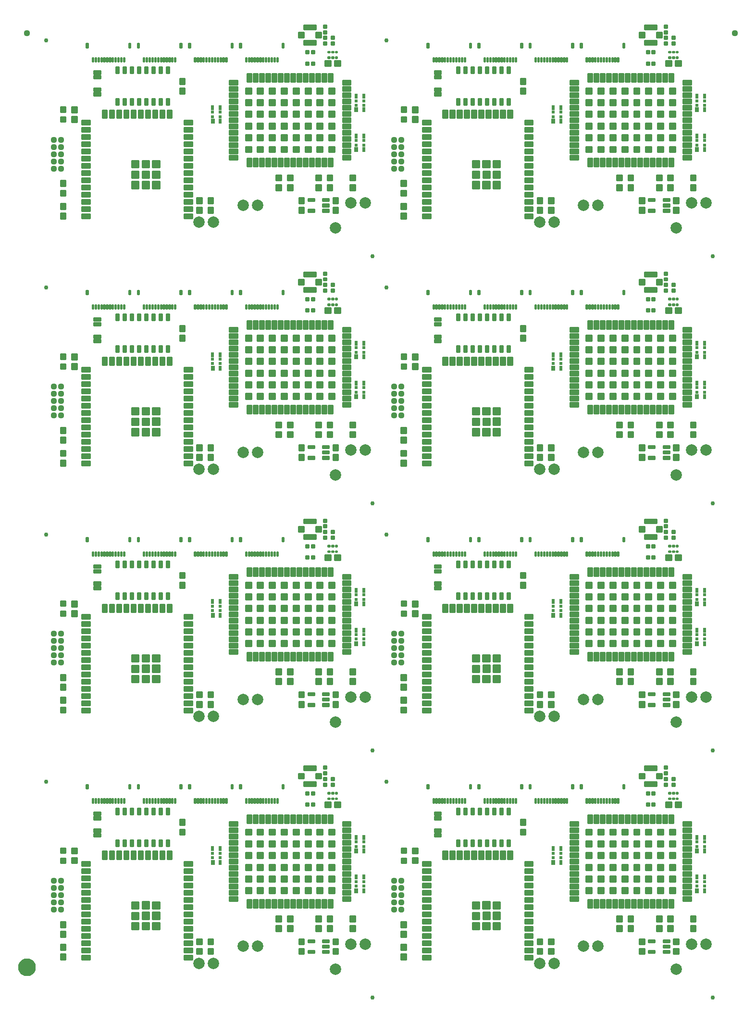
<source format=gts>
G04 EAGLE Gerber RS-274X export*
G75*
%MOMM*%
%FSLAX34Y34*%
%LPD*%
%INSoldermask Top*%
%IPPOS*%
%AMOC8*
5,1,8,0,0,1.08239X$1,22.5*%
G01*
%ADD10C,0.762000*%
%ADD11C,0.428259*%
%ADD12C,0.225400*%
%ADD13C,0.224709*%
%ADD14C,0.220859*%
%ADD15R,0.620000X0.840000*%
%ADD16R,0.620000X0.560000*%
%ADD17R,0.640000X0.840000*%
%ADD18C,2.006600*%
%ADD19C,0.225369*%
%ADD20C,0.230578*%
%ADD21C,0.226609*%
%ADD22C,0.223409*%
%ADD23C,0.225938*%
%ADD24C,0.233119*%
%ADD25C,0.228600*%
%ADD26C,1.127000*%
%ADD27C,0.228500*%
%ADD28C,1.270000*%
%ADD29C,1.627000*%


D10*
X582500Y10000D03*
X7500Y390000D03*
D11*
X34006Y254724D02*
X40994Y254724D01*
X40994Y247736D01*
X34006Y247736D01*
X34006Y254724D01*
X34006Y251805D02*
X40994Y251805D01*
X40994Y272264D02*
X34006Y272264D01*
X40994Y272264D02*
X40994Y265276D01*
X34006Y265276D01*
X34006Y272264D01*
X34006Y269345D02*
X40994Y269345D01*
D12*
X52992Y273508D02*
X52992Y263492D01*
X52992Y273508D02*
X62008Y273508D01*
X62008Y263492D01*
X52992Y263492D01*
X52992Y265633D02*
X62008Y265633D01*
X62008Y267774D02*
X52992Y267774D01*
X52992Y269915D02*
X62008Y269915D01*
X62008Y272056D02*
X52992Y272056D01*
X52992Y256508D02*
X52992Y246492D01*
X52992Y256508D02*
X62008Y256508D01*
X62008Y246492D01*
X52992Y246492D01*
X52992Y248633D02*
X62008Y248633D01*
X62008Y250774D02*
X52992Y250774D01*
X52992Y252915D02*
X62008Y252915D01*
X62008Y255056D02*
X52992Y255056D01*
X512008Y136508D02*
X512008Y126492D01*
X502992Y126492D01*
X502992Y136508D01*
X512008Y136508D01*
X512008Y128633D02*
X502992Y128633D01*
X502992Y130774D02*
X512008Y130774D01*
X512008Y132915D02*
X502992Y132915D01*
X502992Y135056D02*
X512008Y135056D01*
X512008Y143492D02*
X512008Y153508D01*
X512008Y143492D02*
X502992Y143492D01*
X502992Y153508D01*
X512008Y153508D01*
X512008Y145633D02*
X502992Y145633D01*
X502992Y147774D02*
X512008Y147774D01*
X512008Y149915D02*
X502992Y149915D01*
X502992Y152056D02*
X512008Y152056D01*
X492008Y136508D02*
X492008Y126492D01*
X482992Y126492D01*
X482992Y136508D01*
X492008Y136508D01*
X492008Y128633D02*
X482992Y128633D01*
X482992Y130774D02*
X492008Y130774D01*
X492008Y132915D02*
X482992Y132915D01*
X482992Y135056D02*
X492008Y135056D01*
X492008Y143492D02*
X492008Y153508D01*
X492008Y143492D02*
X482992Y143492D01*
X482992Y153508D01*
X492008Y153508D01*
X492008Y145633D02*
X482992Y145633D01*
X482992Y147774D02*
X492008Y147774D01*
X492008Y149915D02*
X482992Y149915D01*
X482992Y152056D02*
X492008Y152056D01*
D13*
X505238Y317388D02*
X505238Y331612D01*
X512762Y331612D01*
X512762Y317388D01*
X505238Y317388D01*
X505238Y319523D02*
X512762Y319523D01*
X512762Y321658D02*
X505238Y321658D01*
X505238Y323793D02*
X512762Y323793D01*
X512762Y325928D02*
X505238Y325928D01*
X505238Y328063D02*
X512762Y328063D01*
X512762Y330198D02*
X505238Y330198D01*
X494238Y331612D02*
X494238Y317388D01*
X494238Y331612D02*
X501762Y331612D01*
X501762Y317388D01*
X494238Y317388D01*
X494238Y319523D02*
X501762Y319523D01*
X501762Y321658D02*
X494238Y321658D01*
X494238Y323793D02*
X501762Y323793D01*
X501762Y325928D02*
X494238Y325928D01*
X494238Y328063D02*
X501762Y328063D01*
X501762Y330198D02*
X494238Y330198D01*
X483238Y331612D02*
X483238Y317388D01*
X483238Y331612D02*
X490762Y331612D01*
X490762Y317388D01*
X483238Y317388D01*
X483238Y319523D02*
X490762Y319523D01*
X490762Y321658D02*
X483238Y321658D01*
X483238Y323793D02*
X490762Y323793D01*
X490762Y325928D02*
X483238Y325928D01*
X483238Y328063D02*
X490762Y328063D01*
X490762Y330198D02*
X483238Y330198D01*
X472238Y331612D02*
X472238Y317388D01*
X472238Y331612D02*
X479762Y331612D01*
X479762Y317388D01*
X472238Y317388D01*
X472238Y319523D02*
X479762Y319523D01*
X479762Y321658D02*
X472238Y321658D01*
X472238Y323793D02*
X479762Y323793D01*
X479762Y325928D02*
X472238Y325928D01*
X472238Y328063D02*
X479762Y328063D01*
X479762Y330198D02*
X472238Y330198D01*
X461238Y331612D02*
X461238Y317388D01*
X461238Y331612D02*
X468762Y331612D01*
X468762Y317388D01*
X461238Y317388D01*
X461238Y319523D02*
X468762Y319523D01*
X468762Y321658D02*
X461238Y321658D01*
X461238Y323793D02*
X468762Y323793D01*
X468762Y325928D02*
X461238Y325928D01*
X461238Y328063D02*
X468762Y328063D01*
X468762Y330198D02*
X461238Y330198D01*
X450238Y331612D02*
X450238Y317388D01*
X450238Y331612D02*
X457762Y331612D01*
X457762Y317388D01*
X450238Y317388D01*
X450238Y319523D02*
X457762Y319523D01*
X457762Y321658D02*
X450238Y321658D01*
X450238Y323793D02*
X457762Y323793D01*
X457762Y325928D02*
X450238Y325928D01*
X450238Y328063D02*
X457762Y328063D01*
X457762Y330198D02*
X450238Y330198D01*
X439238Y331612D02*
X439238Y317388D01*
X439238Y331612D02*
X446762Y331612D01*
X446762Y317388D01*
X439238Y317388D01*
X439238Y319523D02*
X446762Y319523D01*
X446762Y321658D02*
X439238Y321658D01*
X439238Y323793D02*
X446762Y323793D01*
X446762Y325928D02*
X439238Y325928D01*
X439238Y328063D02*
X446762Y328063D01*
X446762Y330198D02*
X439238Y330198D01*
X428238Y331612D02*
X428238Y317388D01*
X428238Y331612D02*
X435762Y331612D01*
X435762Y317388D01*
X428238Y317388D01*
X428238Y319523D02*
X435762Y319523D01*
X435762Y321658D02*
X428238Y321658D01*
X428238Y323793D02*
X435762Y323793D01*
X435762Y325928D02*
X428238Y325928D01*
X428238Y328063D02*
X435762Y328063D01*
X435762Y330198D02*
X428238Y330198D01*
X417238Y331612D02*
X417238Y317388D01*
X417238Y331612D02*
X424762Y331612D01*
X424762Y317388D01*
X417238Y317388D01*
X417238Y319523D02*
X424762Y319523D01*
X424762Y321658D02*
X417238Y321658D01*
X417238Y323793D02*
X424762Y323793D01*
X424762Y325928D02*
X417238Y325928D01*
X417238Y328063D02*
X424762Y328063D01*
X424762Y330198D02*
X417238Y330198D01*
X406238Y331612D02*
X406238Y317388D01*
X406238Y331612D02*
X413762Y331612D01*
X413762Y317388D01*
X406238Y317388D01*
X406238Y319523D02*
X413762Y319523D01*
X413762Y321658D02*
X406238Y321658D01*
X406238Y323793D02*
X413762Y323793D01*
X413762Y325928D02*
X406238Y325928D01*
X406238Y328063D02*
X413762Y328063D01*
X413762Y330198D02*
X406238Y330198D01*
X395238Y331612D02*
X395238Y317388D01*
X395238Y331612D02*
X402762Y331612D01*
X402762Y317388D01*
X395238Y317388D01*
X395238Y319523D02*
X402762Y319523D01*
X402762Y321658D02*
X395238Y321658D01*
X395238Y323793D02*
X402762Y323793D01*
X402762Y325928D02*
X395238Y325928D01*
X395238Y328063D02*
X402762Y328063D01*
X402762Y330198D02*
X395238Y330198D01*
X384238Y331612D02*
X384238Y317388D01*
X384238Y331612D02*
X391762Y331612D01*
X391762Y317388D01*
X384238Y317388D01*
X384238Y319523D02*
X391762Y319523D01*
X391762Y321658D02*
X384238Y321658D01*
X384238Y323793D02*
X391762Y323793D01*
X391762Y325928D02*
X384238Y325928D01*
X384238Y328063D02*
X391762Y328063D01*
X391762Y330198D02*
X384238Y330198D01*
X373238Y331612D02*
X373238Y317388D01*
X373238Y331612D02*
X380762Y331612D01*
X380762Y317388D01*
X373238Y317388D01*
X373238Y319523D02*
X380762Y319523D01*
X380762Y321658D02*
X373238Y321658D01*
X373238Y323793D02*
X380762Y323793D01*
X380762Y325928D02*
X373238Y325928D01*
X373238Y328063D02*
X380762Y328063D01*
X380762Y330198D02*
X373238Y330198D01*
X362238Y331612D02*
X362238Y317388D01*
X362238Y331612D02*
X369762Y331612D01*
X369762Y317388D01*
X362238Y317388D01*
X362238Y319523D02*
X369762Y319523D01*
X369762Y321658D02*
X362238Y321658D01*
X362238Y323793D02*
X369762Y323793D01*
X369762Y325928D02*
X362238Y325928D01*
X362238Y328063D02*
X369762Y328063D01*
X369762Y330198D02*
X362238Y330198D01*
X345112Y319762D02*
X330888Y319762D01*
X345112Y319762D02*
X345112Y312238D01*
X330888Y312238D01*
X330888Y319762D01*
X330888Y314373D02*
X345112Y314373D01*
X345112Y316508D02*
X330888Y316508D01*
X330888Y318643D02*
X345112Y318643D01*
X345112Y308762D02*
X330888Y308762D01*
X345112Y308762D02*
X345112Y301238D01*
X330888Y301238D01*
X330888Y308762D01*
X330888Y303373D02*
X345112Y303373D01*
X345112Y305508D02*
X330888Y305508D01*
X330888Y307643D02*
X345112Y307643D01*
X345112Y297762D02*
X330888Y297762D01*
X345112Y297762D02*
X345112Y290238D01*
X330888Y290238D01*
X330888Y297762D01*
X330888Y292373D02*
X345112Y292373D01*
X345112Y294508D02*
X330888Y294508D01*
X330888Y296643D02*
X345112Y296643D01*
X345112Y286762D02*
X330888Y286762D01*
X345112Y286762D02*
X345112Y279238D01*
X330888Y279238D01*
X330888Y286762D01*
X330888Y281373D02*
X345112Y281373D01*
X345112Y283508D02*
X330888Y283508D01*
X330888Y285643D02*
X345112Y285643D01*
X345112Y275762D02*
X330888Y275762D01*
X345112Y275762D02*
X345112Y268238D01*
X330888Y268238D01*
X330888Y275762D01*
X330888Y270373D02*
X345112Y270373D01*
X345112Y272508D02*
X330888Y272508D01*
X330888Y274643D02*
X345112Y274643D01*
X345112Y264762D02*
X330888Y264762D01*
X345112Y264762D02*
X345112Y257238D01*
X330888Y257238D01*
X330888Y264762D01*
X330888Y259373D02*
X345112Y259373D01*
X345112Y261508D02*
X330888Y261508D01*
X330888Y263643D02*
X345112Y263643D01*
X345112Y253762D02*
X330888Y253762D01*
X345112Y253762D02*
X345112Y246238D01*
X330888Y246238D01*
X330888Y253762D01*
X330888Y248373D02*
X345112Y248373D01*
X345112Y250508D02*
X330888Y250508D01*
X330888Y252643D02*
X345112Y252643D01*
X345112Y242762D02*
X330888Y242762D01*
X345112Y242762D02*
X345112Y235238D01*
X330888Y235238D01*
X330888Y242762D01*
X330888Y237373D02*
X345112Y237373D01*
X345112Y239508D02*
X330888Y239508D01*
X330888Y241643D02*
X345112Y241643D01*
X345112Y231762D02*
X330888Y231762D01*
X345112Y231762D02*
X345112Y224238D01*
X330888Y224238D01*
X330888Y231762D01*
X330888Y226373D02*
X345112Y226373D01*
X345112Y228508D02*
X330888Y228508D01*
X330888Y230643D02*
X345112Y230643D01*
X345112Y220762D02*
X330888Y220762D01*
X345112Y220762D02*
X345112Y213238D01*
X330888Y213238D01*
X330888Y220762D01*
X330888Y215373D02*
X345112Y215373D01*
X345112Y217508D02*
X330888Y217508D01*
X330888Y219643D02*
X345112Y219643D01*
X345112Y209762D02*
X330888Y209762D01*
X345112Y209762D02*
X345112Y202238D01*
X330888Y202238D01*
X330888Y209762D01*
X330888Y204373D02*
X345112Y204373D01*
X345112Y206508D02*
X330888Y206508D01*
X330888Y208643D02*
X345112Y208643D01*
X345112Y198762D02*
X330888Y198762D01*
X345112Y198762D02*
X345112Y191238D01*
X330888Y191238D01*
X330888Y198762D01*
X330888Y193373D02*
X345112Y193373D01*
X345112Y195508D02*
X330888Y195508D01*
X330888Y197643D02*
X345112Y197643D01*
X345112Y187762D02*
X330888Y187762D01*
X345112Y187762D02*
X345112Y180238D01*
X330888Y180238D01*
X330888Y187762D01*
X330888Y182373D02*
X345112Y182373D01*
X345112Y184508D02*
X330888Y184508D01*
X330888Y186643D02*
X345112Y186643D01*
X369762Y182612D02*
X369762Y168388D01*
X362238Y168388D01*
X362238Y182612D01*
X369762Y182612D01*
X369762Y170523D02*
X362238Y170523D01*
X362238Y172658D02*
X369762Y172658D01*
X369762Y174793D02*
X362238Y174793D01*
X362238Y176928D02*
X369762Y176928D01*
X369762Y179063D02*
X362238Y179063D01*
X362238Y181198D02*
X369762Y181198D01*
X380762Y182612D02*
X380762Y168388D01*
X373238Y168388D01*
X373238Y182612D01*
X380762Y182612D01*
X380762Y170523D02*
X373238Y170523D01*
X373238Y172658D02*
X380762Y172658D01*
X380762Y174793D02*
X373238Y174793D01*
X373238Y176928D02*
X380762Y176928D01*
X380762Y179063D02*
X373238Y179063D01*
X373238Y181198D02*
X380762Y181198D01*
X391762Y182612D02*
X391762Y168388D01*
X384238Y168388D01*
X384238Y182612D01*
X391762Y182612D01*
X391762Y170523D02*
X384238Y170523D01*
X384238Y172658D02*
X391762Y172658D01*
X391762Y174793D02*
X384238Y174793D01*
X384238Y176928D02*
X391762Y176928D01*
X391762Y179063D02*
X384238Y179063D01*
X384238Y181198D02*
X391762Y181198D01*
X402762Y182612D02*
X402762Y168388D01*
X395238Y168388D01*
X395238Y182612D01*
X402762Y182612D01*
X402762Y170523D02*
X395238Y170523D01*
X395238Y172658D02*
X402762Y172658D01*
X402762Y174793D02*
X395238Y174793D01*
X395238Y176928D02*
X402762Y176928D01*
X402762Y179063D02*
X395238Y179063D01*
X395238Y181198D02*
X402762Y181198D01*
X413762Y182612D02*
X413762Y168388D01*
X406238Y168388D01*
X406238Y182612D01*
X413762Y182612D01*
X413762Y170523D02*
X406238Y170523D01*
X406238Y172658D02*
X413762Y172658D01*
X413762Y174793D02*
X406238Y174793D01*
X406238Y176928D02*
X413762Y176928D01*
X413762Y179063D02*
X406238Y179063D01*
X406238Y181198D02*
X413762Y181198D01*
X424762Y182612D02*
X424762Y168388D01*
X417238Y168388D01*
X417238Y182612D01*
X424762Y182612D01*
X424762Y170523D02*
X417238Y170523D01*
X417238Y172658D02*
X424762Y172658D01*
X424762Y174793D02*
X417238Y174793D01*
X417238Y176928D02*
X424762Y176928D01*
X424762Y179063D02*
X417238Y179063D01*
X417238Y181198D02*
X424762Y181198D01*
X435762Y182612D02*
X435762Y168388D01*
X428238Y168388D01*
X428238Y182612D01*
X435762Y182612D01*
X435762Y170523D02*
X428238Y170523D01*
X428238Y172658D02*
X435762Y172658D01*
X435762Y174793D02*
X428238Y174793D01*
X428238Y176928D02*
X435762Y176928D01*
X435762Y179063D02*
X428238Y179063D01*
X428238Y181198D02*
X435762Y181198D01*
X446762Y182612D02*
X446762Y168388D01*
X439238Y168388D01*
X439238Y182612D01*
X446762Y182612D01*
X446762Y170523D02*
X439238Y170523D01*
X439238Y172658D02*
X446762Y172658D01*
X446762Y174793D02*
X439238Y174793D01*
X439238Y176928D02*
X446762Y176928D01*
X446762Y179063D02*
X439238Y179063D01*
X439238Y181198D02*
X446762Y181198D01*
X457762Y182612D02*
X457762Y168388D01*
X450238Y168388D01*
X450238Y182612D01*
X457762Y182612D01*
X457762Y170523D02*
X450238Y170523D01*
X450238Y172658D02*
X457762Y172658D01*
X457762Y174793D02*
X450238Y174793D01*
X450238Y176928D02*
X457762Y176928D01*
X457762Y179063D02*
X450238Y179063D01*
X450238Y181198D02*
X457762Y181198D01*
X468762Y182612D02*
X468762Y168388D01*
X461238Y168388D01*
X461238Y182612D01*
X468762Y182612D01*
X468762Y170523D02*
X461238Y170523D01*
X461238Y172658D02*
X468762Y172658D01*
X468762Y174793D02*
X461238Y174793D01*
X461238Y176928D02*
X468762Y176928D01*
X468762Y179063D02*
X461238Y179063D01*
X461238Y181198D02*
X468762Y181198D01*
X479762Y182612D02*
X479762Y168388D01*
X472238Y168388D01*
X472238Y182612D01*
X479762Y182612D01*
X479762Y170523D02*
X472238Y170523D01*
X472238Y172658D02*
X479762Y172658D01*
X479762Y174793D02*
X472238Y174793D01*
X472238Y176928D02*
X479762Y176928D01*
X479762Y179063D02*
X472238Y179063D01*
X472238Y181198D02*
X479762Y181198D01*
X490762Y182612D02*
X490762Y168388D01*
X483238Y168388D01*
X483238Y182612D01*
X490762Y182612D01*
X490762Y170523D02*
X483238Y170523D01*
X483238Y172658D02*
X490762Y172658D01*
X490762Y174793D02*
X483238Y174793D01*
X483238Y176928D02*
X490762Y176928D01*
X490762Y179063D02*
X483238Y179063D01*
X483238Y181198D02*
X490762Y181198D01*
X501762Y182612D02*
X501762Y168388D01*
X494238Y168388D01*
X494238Y182612D01*
X501762Y182612D01*
X501762Y170523D02*
X494238Y170523D01*
X494238Y172658D02*
X501762Y172658D01*
X501762Y174793D02*
X494238Y174793D01*
X494238Y176928D02*
X501762Y176928D01*
X501762Y179063D02*
X494238Y179063D01*
X494238Y181198D02*
X501762Y181198D01*
X512762Y182612D02*
X512762Y168388D01*
X505238Y168388D01*
X505238Y182612D01*
X512762Y182612D01*
X512762Y170523D02*
X505238Y170523D01*
X505238Y172658D02*
X512762Y172658D01*
X512762Y174793D02*
X505238Y174793D01*
X505238Y176928D02*
X512762Y176928D01*
X512762Y179063D02*
X505238Y179063D01*
X505238Y181198D02*
X512762Y181198D01*
X529888Y180238D02*
X544112Y180238D01*
X529888Y180238D02*
X529888Y187762D01*
X544112Y187762D01*
X544112Y180238D01*
X544112Y182373D02*
X529888Y182373D01*
X529888Y184508D02*
X544112Y184508D01*
X544112Y186643D02*
X529888Y186643D01*
X529888Y191238D02*
X544112Y191238D01*
X529888Y191238D02*
X529888Y198762D01*
X544112Y198762D01*
X544112Y191238D01*
X544112Y193373D02*
X529888Y193373D01*
X529888Y195508D02*
X544112Y195508D01*
X544112Y197643D02*
X529888Y197643D01*
X529888Y202238D02*
X544112Y202238D01*
X529888Y202238D02*
X529888Y209762D01*
X544112Y209762D01*
X544112Y202238D01*
X544112Y204373D02*
X529888Y204373D01*
X529888Y206508D02*
X544112Y206508D01*
X544112Y208643D02*
X529888Y208643D01*
X529888Y213238D02*
X544112Y213238D01*
X529888Y213238D02*
X529888Y220762D01*
X544112Y220762D01*
X544112Y213238D01*
X544112Y215373D02*
X529888Y215373D01*
X529888Y217508D02*
X544112Y217508D01*
X544112Y219643D02*
X529888Y219643D01*
X529888Y224238D02*
X544112Y224238D01*
X529888Y224238D02*
X529888Y231762D01*
X544112Y231762D01*
X544112Y224238D01*
X544112Y226373D02*
X529888Y226373D01*
X529888Y228508D02*
X544112Y228508D01*
X544112Y230643D02*
X529888Y230643D01*
X529888Y235238D02*
X544112Y235238D01*
X529888Y235238D02*
X529888Y242762D01*
X544112Y242762D01*
X544112Y235238D01*
X544112Y237373D02*
X529888Y237373D01*
X529888Y239508D02*
X544112Y239508D01*
X544112Y241643D02*
X529888Y241643D01*
X529888Y246238D02*
X544112Y246238D01*
X529888Y246238D02*
X529888Y253762D01*
X544112Y253762D01*
X544112Y246238D01*
X544112Y248373D02*
X529888Y248373D01*
X529888Y250508D02*
X544112Y250508D01*
X544112Y252643D02*
X529888Y252643D01*
X529888Y257238D02*
X544112Y257238D01*
X529888Y257238D02*
X529888Y264762D01*
X544112Y264762D01*
X544112Y257238D01*
X544112Y259373D02*
X529888Y259373D01*
X529888Y261508D02*
X544112Y261508D01*
X544112Y263643D02*
X529888Y263643D01*
X529888Y268238D02*
X544112Y268238D01*
X529888Y268238D02*
X529888Y275762D01*
X544112Y275762D01*
X544112Y268238D01*
X544112Y270373D02*
X529888Y270373D01*
X529888Y272508D02*
X544112Y272508D01*
X544112Y274643D02*
X529888Y274643D01*
X529888Y279238D02*
X544112Y279238D01*
X529888Y279238D02*
X529888Y286762D01*
X544112Y286762D01*
X544112Y279238D01*
X544112Y281373D02*
X529888Y281373D01*
X529888Y283508D02*
X544112Y283508D01*
X544112Y285643D02*
X529888Y285643D01*
X529888Y290238D02*
X544112Y290238D01*
X529888Y290238D02*
X529888Y297762D01*
X544112Y297762D01*
X544112Y290238D01*
X544112Y292373D02*
X529888Y292373D01*
X529888Y294508D02*
X544112Y294508D01*
X544112Y296643D02*
X529888Y296643D01*
X529888Y301238D02*
X544112Y301238D01*
X529888Y301238D02*
X529888Y308762D01*
X544112Y308762D01*
X544112Y301238D01*
X544112Y303373D02*
X529888Y303373D01*
X529888Y305508D02*
X544112Y305508D01*
X544112Y307643D02*
X529888Y307643D01*
X529888Y312238D02*
X544112Y312238D01*
X529888Y312238D02*
X529888Y319762D01*
X544112Y319762D01*
X544112Y312238D01*
X544112Y314373D02*
X529888Y314373D01*
X529888Y316508D02*
X544112Y316508D01*
X544112Y318643D02*
X529888Y318643D01*
D14*
X453031Y265531D02*
X442969Y265531D01*
X453031Y265531D02*
X453031Y255469D01*
X442969Y255469D01*
X442969Y265531D01*
X442969Y257568D02*
X453031Y257568D01*
X453031Y259667D02*
X442969Y259667D01*
X442969Y261766D02*
X453031Y261766D01*
X453031Y263865D02*
X442969Y263865D01*
X463969Y265531D02*
X474031Y265531D01*
X474031Y255469D01*
X463969Y255469D01*
X463969Y265531D01*
X463969Y257568D02*
X474031Y257568D01*
X474031Y259667D02*
X463969Y259667D01*
X463969Y261766D02*
X474031Y261766D01*
X474031Y263865D02*
X463969Y263865D01*
X484969Y265531D02*
X495031Y265531D01*
X495031Y255469D01*
X484969Y255469D01*
X484969Y265531D01*
X484969Y257568D02*
X495031Y257568D01*
X495031Y259667D02*
X484969Y259667D01*
X484969Y261766D02*
X495031Y261766D01*
X495031Y263865D02*
X484969Y263865D01*
X505969Y265531D02*
X516031Y265531D01*
X516031Y255469D01*
X505969Y255469D01*
X505969Y265531D01*
X505969Y257568D02*
X516031Y257568D01*
X516031Y259667D02*
X505969Y259667D01*
X505969Y261766D02*
X516031Y261766D01*
X516031Y263865D02*
X505969Y263865D01*
X453031Y286031D02*
X442969Y286031D01*
X453031Y286031D02*
X453031Y275969D01*
X442969Y275969D01*
X442969Y286031D01*
X442969Y278068D02*
X453031Y278068D01*
X453031Y280167D02*
X442969Y280167D01*
X442969Y282266D02*
X453031Y282266D01*
X453031Y284365D02*
X442969Y284365D01*
X463969Y286031D02*
X474031Y286031D01*
X474031Y275969D01*
X463969Y275969D01*
X463969Y286031D01*
X463969Y278068D02*
X474031Y278068D01*
X474031Y280167D02*
X463969Y280167D01*
X463969Y282266D02*
X474031Y282266D01*
X474031Y284365D02*
X463969Y284365D01*
X484969Y286031D02*
X495031Y286031D01*
X495031Y275969D01*
X484969Y275969D01*
X484969Y286031D01*
X484969Y278068D02*
X495031Y278068D01*
X495031Y280167D02*
X484969Y280167D01*
X484969Y282266D02*
X495031Y282266D01*
X495031Y284365D02*
X484969Y284365D01*
X505969Y286031D02*
X516031Y286031D01*
X516031Y275969D01*
X505969Y275969D01*
X505969Y286031D01*
X505969Y278068D02*
X516031Y278068D01*
X516031Y280167D02*
X505969Y280167D01*
X505969Y282266D02*
X516031Y282266D01*
X516031Y284365D02*
X505969Y284365D01*
X453031Y306531D02*
X442969Y306531D01*
X453031Y306531D02*
X453031Y296469D01*
X442969Y296469D01*
X442969Y306531D01*
X442969Y298568D02*
X453031Y298568D01*
X453031Y300667D02*
X442969Y300667D01*
X442969Y302766D02*
X453031Y302766D01*
X453031Y304865D02*
X442969Y304865D01*
X463969Y306531D02*
X474031Y306531D01*
X474031Y296469D01*
X463969Y296469D01*
X463969Y306531D01*
X463969Y298568D02*
X474031Y298568D01*
X474031Y300667D02*
X463969Y300667D01*
X463969Y302766D02*
X474031Y302766D01*
X474031Y304865D02*
X463969Y304865D01*
X484969Y306531D02*
X495031Y306531D01*
X495031Y296469D01*
X484969Y296469D01*
X484969Y306531D01*
X484969Y298568D02*
X495031Y298568D01*
X495031Y300667D02*
X484969Y300667D01*
X484969Y302766D02*
X495031Y302766D01*
X495031Y304865D02*
X484969Y304865D01*
X505969Y306531D02*
X516031Y306531D01*
X516031Y296469D01*
X505969Y296469D01*
X505969Y306531D01*
X505969Y298568D02*
X516031Y298568D01*
X516031Y300667D02*
X505969Y300667D01*
X505969Y302766D02*
X516031Y302766D01*
X516031Y304865D02*
X505969Y304865D01*
X453031Y203531D02*
X442969Y203531D01*
X453031Y203531D02*
X453031Y193469D01*
X442969Y193469D01*
X442969Y203531D01*
X442969Y195568D02*
X453031Y195568D01*
X453031Y197667D02*
X442969Y197667D01*
X442969Y199766D02*
X453031Y199766D01*
X453031Y201865D02*
X442969Y201865D01*
X463969Y203531D02*
X474031Y203531D01*
X474031Y193469D01*
X463969Y193469D01*
X463969Y203531D01*
X463969Y195568D02*
X474031Y195568D01*
X474031Y197667D02*
X463969Y197667D01*
X463969Y199766D02*
X474031Y199766D01*
X474031Y201865D02*
X463969Y201865D01*
X484969Y203531D02*
X495031Y203531D01*
X495031Y193469D01*
X484969Y193469D01*
X484969Y203531D01*
X484969Y195568D02*
X495031Y195568D01*
X495031Y197667D02*
X484969Y197667D01*
X484969Y199766D02*
X495031Y199766D01*
X495031Y201865D02*
X484969Y201865D01*
X505969Y203531D02*
X516031Y203531D01*
X516031Y193469D01*
X505969Y193469D01*
X505969Y203531D01*
X505969Y195568D02*
X516031Y195568D01*
X516031Y197667D02*
X505969Y197667D01*
X505969Y199766D02*
X516031Y199766D01*
X516031Y201865D02*
X505969Y201865D01*
X453031Y224031D02*
X442969Y224031D01*
X453031Y224031D02*
X453031Y213969D01*
X442969Y213969D01*
X442969Y224031D01*
X442969Y216068D02*
X453031Y216068D01*
X453031Y218167D02*
X442969Y218167D01*
X442969Y220266D02*
X453031Y220266D01*
X453031Y222365D02*
X442969Y222365D01*
X463969Y224031D02*
X474031Y224031D01*
X474031Y213969D01*
X463969Y213969D01*
X463969Y224031D01*
X463969Y216068D02*
X474031Y216068D01*
X474031Y218167D02*
X463969Y218167D01*
X463969Y220266D02*
X474031Y220266D01*
X474031Y222365D02*
X463969Y222365D01*
X484969Y224031D02*
X495031Y224031D01*
X495031Y213969D01*
X484969Y213969D01*
X484969Y224031D01*
X484969Y216068D02*
X495031Y216068D01*
X495031Y218167D02*
X484969Y218167D01*
X484969Y220266D02*
X495031Y220266D01*
X495031Y222365D02*
X484969Y222365D01*
X505969Y224031D02*
X516031Y224031D01*
X516031Y213969D01*
X505969Y213969D01*
X505969Y224031D01*
X505969Y216068D02*
X516031Y216068D01*
X516031Y218167D02*
X505969Y218167D01*
X505969Y220266D02*
X516031Y220266D01*
X516031Y222365D02*
X505969Y222365D01*
X453031Y244531D02*
X442969Y244531D01*
X453031Y244531D02*
X453031Y234469D01*
X442969Y234469D01*
X442969Y244531D01*
X442969Y236568D02*
X453031Y236568D01*
X453031Y238667D02*
X442969Y238667D01*
X442969Y240766D02*
X453031Y240766D01*
X453031Y242865D02*
X442969Y242865D01*
X463969Y244531D02*
X474031Y244531D01*
X474031Y234469D01*
X463969Y234469D01*
X463969Y244531D01*
X463969Y236568D02*
X474031Y236568D01*
X474031Y238667D02*
X463969Y238667D01*
X463969Y240766D02*
X474031Y240766D01*
X474031Y242865D02*
X463969Y242865D01*
X484969Y244531D02*
X495031Y244531D01*
X495031Y234469D01*
X484969Y234469D01*
X484969Y244531D01*
X484969Y236568D02*
X495031Y236568D01*
X495031Y238667D02*
X484969Y238667D01*
X484969Y240766D02*
X495031Y240766D01*
X495031Y242865D02*
X484969Y242865D01*
X505969Y244531D02*
X516031Y244531D01*
X516031Y234469D01*
X505969Y234469D01*
X505969Y244531D01*
X505969Y236568D02*
X516031Y236568D01*
X516031Y238667D02*
X505969Y238667D01*
X505969Y240766D02*
X516031Y240766D01*
X516031Y242865D02*
X505969Y242865D01*
X432031Y234469D02*
X421969Y234469D01*
X421969Y244531D01*
X432031Y244531D01*
X432031Y234469D01*
X432031Y236568D02*
X421969Y236568D01*
X421969Y238667D02*
X432031Y238667D01*
X432031Y240766D02*
X421969Y240766D01*
X421969Y242865D02*
X432031Y242865D01*
X411031Y234469D02*
X400969Y234469D01*
X400969Y244531D01*
X411031Y244531D01*
X411031Y234469D01*
X411031Y236568D02*
X400969Y236568D01*
X400969Y238667D02*
X411031Y238667D01*
X411031Y240766D02*
X400969Y240766D01*
X400969Y242865D02*
X411031Y242865D01*
X390031Y234469D02*
X379969Y234469D01*
X379969Y244531D01*
X390031Y244531D01*
X390031Y234469D01*
X390031Y236568D02*
X379969Y236568D01*
X379969Y238667D02*
X390031Y238667D01*
X390031Y240766D02*
X379969Y240766D01*
X379969Y242865D02*
X390031Y242865D01*
X369031Y234469D02*
X358969Y234469D01*
X358969Y244531D01*
X369031Y244531D01*
X369031Y234469D01*
X369031Y236568D02*
X358969Y236568D01*
X358969Y238667D02*
X369031Y238667D01*
X369031Y240766D02*
X358969Y240766D01*
X358969Y242865D02*
X369031Y242865D01*
X421969Y213969D02*
X432031Y213969D01*
X421969Y213969D02*
X421969Y224031D01*
X432031Y224031D01*
X432031Y213969D01*
X432031Y216068D02*
X421969Y216068D01*
X421969Y218167D02*
X432031Y218167D01*
X432031Y220266D02*
X421969Y220266D01*
X421969Y222365D02*
X432031Y222365D01*
X411031Y213969D02*
X400969Y213969D01*
X400969Y224031D01*
X411031Y224031D01*
X411031Y213969D01*
X411031Y216068D02*
X400969Y216068D01*
X400969Y218167D02*
X411031Y218167D01*
X411031Y220266D02*
X400969Y220266D01*
X400969Y222365D02*
X411031Y222365D01*
X390031Y213969D02*
X379969Y213969D01*
X379969Y224031D01*
X390031Y224031D01*
X390031Y213969D01*
X390031Y216068D02*
X379969Y216068D01*
X379969Y218167D02*
X390031Y218167D01*
X390031Y220266D02*
X379969Y220266D01*
X379969Y222365D02*
X390031Y222365D01*
X369031Y213969D02*
X358969Y213969D01*
X358969Y224031D01*
X369031Y224031D01*
X369031Y213969D01*
X369031Y216068D02*
X358969Y216068D01*
X358969Y218167D02*
X369031Y218167D01*
X369031Y220266D02*
X358969Y220266D01*
X358969Y222365D02*
X369031Y222365D01*
X421969Y193469D02*
X432031Y193469D01*
X421969Y193469D02*
X421969Y203531D01*
X432031Y203531D01*
X432031Y193469D01*
X432031Y195568D02*
X421969Y195568D01*
X421969Y197667D02*
X432031Y197667D01*
X432031Y199766D02*
X421969Y199766D01*
X421969Y201865D02*
X432031Y201865D01*
X411031Y193469D02*
X400969Y193469D01*
X400969Y203531D01*
X411031Y203531D01*
X411031Y193469D01*
X411031Y195568D02*
X400969Y195568D01*
X400969Y197667D02*
X411031Y197667D01*
X411031Y199766D02*
X400969Y199766D01*
X400969Y201865D02*
X411031Y201865D01*
X390031Y193469D02*
X379969Y193469D01*
X379969Y203531D01*
X390031Y203531D01*
X390031Y193469D01*
X390031Y195568D02*
X379969Y195568D01*
X379969Y197667D02*
X390031Y197667D01*
X390031Y199766D02*
X379969Y199766D01*
X379969Y201865D02*
X390031Y201865D01*
X369031Y193469D02*
X358969Y193469D01*
X358969Y203531D01*
X369031Y203531D01*
X369031Y193469D01*
X369031Y195568D02*
X358969Y195568D01*
X358969Y197667D02*
X369031Y197667D01*
X369031Y199766D02*
X358969Y199766D01*
X358969Y201865D02*
X369031Y201865D01*
X421969Y296469D02*
X432031Y296469D01*
X421969Y296469D02*
X421969Y306531D01*
X432031Y306531D01*
X432031Y296469D01*
X432031Y298568D02*
X421969Y298568D01*
X421969Y300667D02*
X432031Y300667D01*
X432031Y302766D02*
X421969Y302766D01*
X421969Y304865D02*
X432031Y304865D01*
X411031Y296469D02*
X400969Y296469D01*
X400969Y306531D01*
X411031Y306531D01*
X411031Y296469D01*
X411031Y298568D02*
X400969Y298568D01*
X400969Y300667D02*
X411031Y300667D01*
X411031Y302766D02*
X400969Y302766D01*
X400969Y304865D02*
X411031Y304865D01*
X390031Y296469D02*
X379969Y296469D01*
X379969Y306531D01*
X390031Y306531D01*
X390031Y296469D01*
X390031Y298568D02*
X379969Y298568D01*
X379969Y300667D02*
X390031Y300667D01*
X390031Y302766D02*
X379969Y302766D01*
X379969Y304865D02*
X390031Y304865D01*
X369031Y296469D02*
X358969Y296469D01*
X358969Y306531D01*
X369031Y306531D01*
X369031Y296469D01*
X369031Y298568D02*
X358969Y298568D01*
X358969Y300667D02*
X369031Y300667D01*
X369031Y302766D02*
X358969Y302766D01*
X358969Y304865D02*
X369031Y304865D01*
X421969Y275969D02*
X432031Y275969D01*
X421969Y275969D02*
X421969Y286031D01*
X432031Y286031D01*
X432031Y275969D01*
X432031Y278068D02*
X421969Y278068D01*
X421969Y280167D02*
X432031Y280167D01*
X432031Y282266D02*
X421969Y282266D01*
X421969Y284365D02*
X432031Y284365D01*
X411031Y275969D02*
X400969Y275969D01*
X400969Y286031D01*
X411031Y286031D01*
X411031Y275969D01*
X411031Y278068D02*
X400969Y278068D01*
X400969Y280167D02*
X411031Y280167D01*
X411031Y282266D02*
X400969Y282266D01*
X400969Y284365D02*
X411031Y284365D01*
X390031Y275969D02*
X379969Y275969D01*
X379969Y286031D01*
X390031Y286031D01*
X390031Y275969D01*
X390031Y278068D02*
X379969Y278068D01*
X379969Y280167D02*
X390031Y280167D01*
X390031Y282266D02*
X379969Y282266D01*
X379969Y284365D02*
X390031Y284365D01*
X369031Y275969D02*
X358969Y275969D01*
X358969Y286031D01*
X369031Y286031D01*
X369031Y275969D01*
X369031Y278068D02*
X358969Y278068D01*
X358969Y280167D02*
X369031Y280167D01*
X369031Y282266D02*
X358969Y282266D01*
X358969Y284365D02*
X369031Y284365D01*
X421969Y255469D02*
X432031Y255469D01*
X421969Y255469D02*
X421969Y265531D01*
X432031Y265531D01*
X432031Y255469D01*
X432031Y257568D02*
X421969Y257568D01*
X421969Y259667D02*
X432031Y259667D01*
X432031Y261766D02*
X421969Y261766D01*
X421969Y263865D02*
X432031Y263865D01*
X411031Y255469D02*
X400969Y255469D01*
X400969Y265531D01*
X411031Y265531D01*
X411031Y255469D01*
X411031Y257568D02*
X400969Y257568D01*
X400969Y259667D02*
X411031Y259667D01*
X411031Y261766D02*
X400969Y261766D01*
X400969Y263865D02*
X411031Y263865D01*
X390031Y255469D02*
X379969Y255469D01*
X379969Y265531D01*
X390031Y265531D01*
X390031Y255469D01*
X390031Y257568D02*
X379969Y257568D01*
X379969Y259667D02*
X390031Y259667D01*
X390031Y261766D02*
X379969Y261766D01*
X379969Y263865D02*
X390031Y263865D01*
X369031Y255469D02*
X358969Y255469D01*
X358969Y265531D01*
X369031Y265531D01*
X369031Y255469D01*
X369031Y257568D02*
X358969Y257568D01*
X358969Y259667D02*
X369031Y259667D01*
X369031Y261766D02*
X358969Y261766D01*
X358969Y263865D02*
X369031Y263865D01*
D12*
X412992Y153508D02*
X412992Y143492D01*
X412992Y153508D02*
X422008Y153508D01*
X422008Y143492D01*
X412992Y143492D01*
X412992Y145633D02*
X422008Y145633D01*
X422008Y147774D02*
X412992Y147774D01*
X412992Y149915D02*
X422008Y149915D01*
X422008Y152056D02*
X412992Y152056D01*
X412992Y136508D02*
X412992Y126492D01*
X412992Y136508D02*
X422008Y136508D01*
X422008Y126492D01*
X412992Y126492D01*
X412992Y128633D02*
X422008Y128633D01*
X422008Y130774D02*
X412992Y130774D01*
X412992Y132915D02*
X422008Y132915D01*
X422008Y135056D02*
X412992Y135056D01*
X442008Y136508D02*
X442008Y126492D01*
X432992Y126492D01*
X432992Y136508D01*
X442008Y136508D01*
X442008Y128633D02*
X432992Y128633D01*
X432992Y130774D02*
X442008Y130774D01*
X442008Y132915D02*
X432992Y132915D01*
X432992Y135056D02*
X442008Y135056D01*
X442008Y143492D02*
X442008Y153508D01*
X442008Y143492D02*
X432992Y143492D01*
X432992Y153508D01*
X442008Y153508D01*
X442008Y145633D02*
X432992Y145633D01*
X432992Y147774D02*
X442008Y147774D01*
X442008Y149915D02*
X432992Y149915D01*
X432992Y152056D02*
X442008Y152056D01*
D15*
X567400Y222000D03*
D16*
X567400Y214000D03*
X567400Y206000D03*
D15*
X554200Y222000D03*
D16*
X554200Y214000D03*
X554200Y206000D03*
D17*
X554300Y198000D03*
D15*
X567400Y198000D03*
X567400Y292000D03*
D16*
X567400Y284000D03*
X567400Y276000D03*
D15*
X554200Y292000D03*
D16*
X554200Y284000D03*
X554200Y276000D03*
D17*
X554300Y268000D03*
D15*
X567400Y268000D03*
D12*
X542992Y153508D02*
X542992Y143492D01*
X542992Y153508D02*
X552008Y153508D01*
X552008Y143492D01*
X542992Y143492D01*
X542992Y145633D02*
X552008Y145633D01*
X552008Y147774D02*
X542992Y147774D01*
X542992Y149915D02*
X552008Y149915D01*
X552008Y152056D02*
X542992Y152056D01*
X542992Y136508D02*
X542992Y126492D01*
X542992Y136508D02*
X552008Y136508D01*
X552008Y126492D01*
X542992Y126492D01*
X542992Y128633D02*
X552008Y128633D01*
X552008Y130774D02*
X542992Y130774D01*
X542992Y132915D02*
X552008Y132915D01*
X552008Y135056D02*
X542992Y135056D01*
X302008Y96508D02*
X302008Y86492D01*
X292992Y86492D01*
X292992Y96508D01*
X302008Y96508D01*
X302008Y88633D02*
X292992Y88633D01*
X292992Y90774D02*
X302008Y90774D01*
X302008Y92915D02*
X292992Y92915D01*
X292992Y95056D02*
X302008Y95056D01*
X302008Y103492D02*
X302008Y113508D01*
X302008Y103492D02*
X292992Y103492D01*
X292992Y113508D01*
X302008Y113508D01*
X302008Y105633D02*
X292992Y105633D01*
X292992Y107774D02*
X302008Y107774D01*
X302008Y109915D02*
X292992Y109915D01*
X292992Y112056D02*
X302008Y112056D01*
X282008Y96508D02*
X282008Y86492D01*
X272992Y86492D01*
X272992Y96508D01*
X282008Y96508D01*
X282008Y88633D02*
X272992Y88633D01*
X272992Y90774D02*
X282008Y90774D01*
X282008Y92915D02*
X272992Y92915D01*
X272992Y95056D02*
X282008Y95056D01*
X282008Y103492D02*
X282008Y113508D01*
X282008Y103492D02*
X272992Y103492D01*
X272992Y113508D01*
X282008Y113508D01*
X282008Y105633D02*
X272992Y105633D01*
X272992Y107774D02*
X282008Y107774D01*
X282008Y109915D02*
X272992Y109915D01*
X272992Y112056D02*
X282008Y112056D01*
D15*
X314400Y272000D03*
D16*
X314400Y264000D03*
X314400Y256000D03*
D15*
X301200Y272000D03*
D16*
X301200Y264000D03*
X301200Y256000D03*
D17*
X301300Y248000D03*
D15*
X314400Y248000D03*
D18*
X277500Y70000D03*
X302900Y70000D03*
D12*
X522008Y86492D02*
X522008Y96508D01*
X522008Y86492D02*
X512992Y86492D01*
X512992Y96508D01*
X522008Y96508D01*
X522008Y88633D02*
X512992Y88633D01*
X512992Y90774D02*
X522008Y90774D01*
X522008Y92915D02*
X512992Y92915D01*
X512992Y95056D02*
X522008Y95056D01*
X522008Y103492D02*
X522008Y113508D01*
X522008Y103492D02*
X512992Y103492D01*
X512992Y113508D01*
X522008Y113508D01*
X522008Y105633D02*
X512992Y105633D01*
X512992Y107774D02*
X522008Y107774D01*
X522008Y109915D02*
X512992Y109915D01*
X512992Y112056D02*
X522008Y112056D01*
X452992Y113508D02*
X452992Y103492D01*
X452992Y113508D02*
X462008Y113508D01*
X462008Y103492D01*
X452992Y103492D01*
X452992Y105633D02*
X462008Y105633D01*
X462008Y107774D02*
X452992Y107774D01*
X452992Y109915D02*
X462008Y109915D01*
X462008Y112056D02*
X452992Y112056D01*
X452992Y96508D02*
X452992Y86492D01*
X452992Y96508D02*
X462008Y96508D01*
X462008Y86492D01*
X452992Y86492D01*
X452992Y88633D02*
X462008Y88633D01*
X462008Y90774D02*
X452992Y90774D01*
X452992Y92915D02*
X462008Y92915D01*
X462008Y95056D02*
X452992Y95056D01*
D18*
X380200Y100000D03*
X354800Y100000D03*
D19*
X224458Y343508D02*
X219442Y343508D01*
X224458Y343508D02*
X224458Y332492D01*
X219442Y332492D01*
X219442Y343508D01*
X219442Y334633D02*
X224458Y334633D01*
X224458Y336774D02*
X219442Y336774D01*
X219442Y338915D02*
X224458Y338915D01*
X224458Y341056D02*
X219442Y341056D01*
X219442Y343197D02*
X224458Y343197D01*
X211758Y343508D02*
X206742Y343508D01*
X211758Y343508D02*
X211758Y332492D01*
X206742Y332492D01*
X206742Y343508D01*
X206742Y334633D02*
X211758Y334633D01*
X211758Y336774D02*
X206742Y336774D01*
X206742Y338915D02*
X211758Y338915D01*
X211758Y341056D02*
X206742Y341056D01*
X206742Y343197D02*
X211758Y343197D01*
X199058Y343508D02*
X194042Y343508D01*
X199058Y343508D02*
X199058Y332492D01*
X194042Y332492D01*
X194042Y343508D01*
X194042Y334633D02*
X199058Y334633D01*
X199058Y336774D02*
X194042Y336774D01*
X194042Y338915D02*
X199058Y338915D01*
X199058Y341056D02*
X194042Y341056D01*
X194042Y343197D02*
X199058Y343197D01*
X186358Y343508D02*
X181342Y343508D01*
X186358Y343508D02*
X186358Y332492D01*
X181342Y332492D01*
X181342Y343508D01*
X181342Y334633D02*
X186358Y334633D01*
X186358Y336774D02*
X181342Y336774D01*
X181342Y338915D02*
X186358Y338915D01*
X186358Y341056D02*
X181342Y341056D01*
X181342Y343197D02*
X186358Y343197D01*
X173658Y343508D02*
X168642Y343508D01*
X173658Y343508D02*
X173658Y332492D01*
X168642Y332492D01*
X168642Y343508D01*
X168642Y334633D02*
X173658Y334633D01*
X173658Y336774D02*
X168642Y336774D01*
X168642Y338915D02*
X173658Y338915D01*
X173658Y341056D02*
X168642Y341056D01*
X168642Y343197D02*
X173658Y343197D01*
X160958Y343508D02*
X155942Y343508D01*
X160958Y343508D02*
X160958Y332492D01*
X155942Y332492D01*
X155942Y343508D01*
X155942Y334633D02*
X160958Y334633D01*
X160958Y336774D02*
X155942Y336774D01*
X155942Y338915D02*
X160958Y338915D01*
X160958Y341056D02*
X155942Y341056D01*
X155942Y343197D02*
X160958Y343197D01*
X148258Y343508D02*
X143242Y343508D01*
X148258Y343508D02*
X148258Y332492D01*
X143242Y332492D01*
X143242Y343508D01*
X143242Y334633D02*
X148258Y334633D01*
X148258Y336774D02*
X143242Y336774D01*
X143242Y338915D02*
X148258Y338915D01*
X148258Y341056D02*
X143242Y341056D01*
X143242Y343197D02*
X148258Y343197D01*
X135558Y343508D02*
X130542Y343508D01*
X135558Y343508D02*
X135558Y332492D01*
X130542Y332492D01*
X130542Y343508D01*
X130542Y334633D02*
X135558Y334633D01*
X135558Y336774D02*
X130542Y336774D01*
X130542Y338915D02*
X135558Y338915D01*
X135558Y341056D02*
X130542Y341056D01*
X130542Y343197D02*
X135558Y343197D01*
X135558Y287508D02*
X130542Y287508D01*
X135558Y287508D02*
X135558Y276492D01*
X130542Y276492D01*
X130542Y287508D01*
X130542Y278633D02*
X135558Y278633D01*
X135558Y280774D02*
X130542Y280774D01*
X130542Y282915D02*
X135558Y282915D01*
X135558Y285056D02*
X130542Y285056D01*
X130542Y287197D02*
X135558Y287197D01*
X143242Y287508D02*
X148258Y287508D01*
X148258Y276492D01*
X143242Y276492D01*
X143242Y287508D01*
X143242Y278633D02*
X148258Y278633D01*
X148258Y280774D02*
X143242Y280774D01*
X143242Y282915D02*
X148258Y282915D01*
X148258Y285056D02*
X143242Y285056D01*
X143242Y287197D02*
X148258Y287197D01*
X155942Y287508D02*
X160958Y287508D01*
X160958Y276492D01*
X155942Y276492D01*
X155942Y287508D01*
X155942Y278633D02*
X160958Y278633D01*
X160958Y280774D02*
X155942Y280774D01*
X155942Y282915D02*
X160958Y282915D01*
X160958Y285056D02*
X155942Y285056D01*
X155942Y287197D02*
X160958Y287197D01*
X168642Y287508D02*
X173658Y287508D01*
X173658Y276492D01*
X168642Y276492D01*
X168642Y287508D01*
X168642Y278633D02*
X173658Y278633D01*
X173658Y280774D02*
X168642Y280774D01*
X168642Y282915D02*
X173658Y282915D01*
X173658Y285056D02*
X168642Y285056D01*
X168642Y287197D02*
X173658Y287197D01*
X181342Y287508D02*
X186358Y287508D01*
X186358Y276492D01*
X181342Y276492D01*
X181342Y287508D01*
X181342Y278633D02*
X186358Y278633D01*
X186358Y280774D02*
X181342Y280774D01*
X181342Y282915D02*
X186358Y282915D01*
X186358Y285056D02*
X181342Y285056D01*
X181342Y287197D02*
X186358Y287197D01*
X194042Y287508D02*
X199058Y287508D01*
X199058Y276492D01*
X194042Y276492D01*
X194042Y287508D01*
X194042Y278633D02*
X199058Y278633D01*
X199058Y280774D02*
X194042Y280774D01*
X194042Y282915D02*
X199058Y282915D01*
X199058Y285056D02*
X194042Y285056D01*
X194042Y287197D02*
X199058Y287197D01*
X206742Y287508D02*
X211758Y287508D01*
X211758Y276492D01*
X206742Y276492D01*
X206742Y287508D01*
X206742Y278633D02*
X211758Y278633D01*
X211758Y280774D02*
X206742Y280774D01*
X206742Y282915D02*
X211758Y282915D01*
X211758Y285056D02*
X206742Y285056D01*
X206742Y287197D02*
X211758Y287197D01*
X219442Y287508D02*
X224458Y287508D01*
X224458Y276492D01*
X219442Y276492D01*
X219442Y287508D01*
X219442Y278633D02*
X224458Y278633D01*
X224458Y280774D02*
X219442Y280774D01*
X219442Y282915D02*
X224458Y282915D01*
X224458Y285056D02*
X219442Y285056D01*
X219442Y287197D02*
X224458Y287197D01*
D12*
X252108Y296492D02*
X252108Y306508D01*
X252108Y296492D02*
X243092Y296492D01*
X243092Y306508D01*
X252108Y306508D01*
X252108Y298633D02*
X243092Y298633D01*
X243092Y300774D02*
X252108Y300774D01*
X252108Y302915D02*
X243092Y302915D01*
X243092Y305056D02*
X252108Y305056D01*
X252108Y313492D02*
X252108Y323508D01*
X252108Y313492D02*
X243092Y313492D01*
X243092Y323508D01*
X252108Y323508D01*
X252108Y315633D02*
X243092Y315633D01*
X243092Y317774D02*
X252108Y317774D01*
X252108Y319915D02*
X243092Y319915D01*
X243092Y322056D02*
X252108Y322056D01*
D20*
X145982Y359982D02*
X144018Y359982D01*
X145982Y359982D02*
X145982Y353018D01*
X144018Y353018D01*
X144018Y359982D01*
X144018Y355209D02*
X145982Y355209D01*
X145982Y357400D02*
X144018Y357400D01*
X144018Y359591D02*
X145982Y359591D01*
X140982Y359982D02*
X139018Y359982D01*
X140982Y359982D02*
X140982Y353018D01*
X139018Y353018D01*
X139018Y359982D01*
X139018Y355209D02*
X140982Y355209D01*
X140982Y357400D02*
X139018Y357400D01*
X139018Y359591D02*
X140982Y359591D01*
D21*
X153498Y385002D02*
X156502Y385002D01*
X156502Y377998D01*
X153498Y377998D01*
X153498Y385002D01*
X153498Y380151D02*
X156502Y380151D01*
X156502Y382304D02*
X153498Y382304D01*
X153498Y384457D02*
X156502Y384457D01*
X81502Y385002D02*
X78498Y385002D01*
X81502Y385002D02*
X81502Y377998D01*
X78498Y377998D01*
X78498Y385002D01*
X78498Y380151D02*
X81502Y380151D01*
X81502Y382304D02*
X78498Y382304D01*
X78498Y384457D02*
X81502Y384457D01*
D20*
X134018Y359982D02*
X135982Y359982D01*
X135982Y353018D01*
X134018Y353018D01*
X134018Y359982D01*
X134018Y355209D02*
X135982Y355209D01*
X135982Y357400D02*
X134018Y357400D01*
X134018Y359591D02*
X135982Y359591D01*
X130982Y359982D02*
X129018Y359982D01*
X130982Y359982D02*
X130982Y353018D01*
X129018Y353018D01*
X129018Y359982D01*
X129018Y355209D02*
X130982Y355209D01*
X130982Y357400D02*
X129018Y357400D01*
X129018Y359591D02*
X130982Y359591D01*
X125982Y359982D02*
X124018Y359982D01*
X125982Y359982D02*
X125982Y353018D01*
X124018Y353018D01*
X124018Y359982D01*
X124018Y355209D02*
X125982Y355209D01*
X125982Y357400D02*
X124018Y357400D01*
X124018Y359591D02*
X125982Y359591D01*
X120982Y359982D02*
X119018Y359982D01*
X120982Y359982D02*
X120982Y353018D01*
X119018Y353018D01*
X119018Y359982D01*
X119018Y355209D02*
X120982Y355209D01*
X120982Y357400D02*
X119018Y357400D01*
X119018Y359591D02*
X120982Y359591D01*
X115982Y359982D02*
X114018Y359982D01*
X115982Y359982D02*
X115982Y353018D01*
X114018Y353018D01*
X114018Y359982D01*
X114018Y355209D02*
X115982Y355209D01*
X115982Y357400D02*
X114018Y357400D01*
X114018Y359591D02*
X115982Y359591D01*
X110982Y359982D02*
X109018Y359982D01*
X110982Y359982D02*
X110982Y353018D01*
X109018Y353018D01*
X109018Y359982D01*
X109018Y355209D02*
X110982Y355209D01*
X110982Y357400D02*
X109018Y357400D01*
X109018Y359591D02*
X110982Y359591D01*
X105982Y359982D02*
X104018Y359982D01*
X105982Y359982D02*
X105982Y353018D01*
X104018Y353018D01*
X104018Y359982D01*
X104018Y355209D02*
X105982Y355209D01*
X105982Y357400D02*
X104018Y357400D01*
X104018Y359591D02*
X105982Y359591D01*
X100982Y359982D02*
X99018Y359982D01*
X100982Y359982D02*
X100982Y353018D01*
X99018Y353018D01*
X99018Y359982D01*
X99018Y355209D02*
X100982Y355209D01*
X100982Y357400D02*
X99018Y357400D01*
X99018Y359591D02*
X100982Y359591D01*
X95982Y359982D02*
X94018Y359982D01*
X95982Y359982D02*
X95982Y353018D01*
X94018Y353018D01*
X94018Y359982D01*
X94018Y355209D02*
X95982Y355209D01*
X95982Y357400D02*
X94018Y357400D01*
X94018Y359591D02*
X95982Y359591D01*
X90982Y359982D02*
X89018Y359982D01*
X90982Y359982D02*
X90982Y353018D01*
X89018Y353018D01*
X89018Y359982D01*
X89018Y355209D02*
X90982Y355209D01*
X90982Y357400D02*
X89018Y357400D01*
X89018Y359591D02*
X90982Y359591D01*
X234018Y359982D02*
X235982Y359982D01*
X235982Y353018D01*
X234018Y353018D01*
X234018Y359982D01*
X234018Y355209D02*
X235982Y355209D01*
X235982Y357400D02*
X234018Y357400D01*
X234018Y359591D02*
X235982Y359591D01*
X230982Y359982D02*
X229018Y359982D01*
X230982Y359982D02*
X230982Y353018D01*
X229018Y353018D01*
X229018Y359982D01*
X229018Y355209D02*
X230982Y355209D01*
X230982Y357400D02*
X229018Y357400D01*
X229018Y359591D02*
X230982Y359591D01*
D21*
X243498Y385002D02*
X246502Y385002D01*
X246502Y377998D01*
X243498Y377998D01*
X243498Y385002D01*
X243498Y380151D02*
X246502Y380151D01*
X246502Y382304D02*
X243498Y382304D01*
X243498Y384457D02*
X246502Y384457D01*
X171502Y385002D02*
X168498Y385002D01*
X171502Y385002D02*
X171502Y377998D01*
X168498Y377998D01*
X168498Y385002D01*
X168498Y380151D02*
X171502Y380151D01*
X171502Y382304D02*
X168498Y382304D01*
X168498Y384457D02*
X171502Y384457D01*
D20*
X224018Y359982D02*
X225982Y359982D01*
X225982Y353018D01*
X224018Y353018D01*
X224018Y359982D01*
X224018Y355209D02*
X225982Y355209D01*
X225982Y357400D02*
X224018Y357400D01*
X224018Y359591D02*
X225982Y359591D01*
X220982Y359982D02*
X219018Y359982D01*
X220982Y359982D02*
X220982Y353018D01*
X219018Y353018D01*
X219018Y359982D01*
X219018Y355209D02*
X220982Y355209D01*
X220982Y357400D02*
X219018Y357400D01*
X219018Y359591D02*
X220982Y359591D01*
X215982Y359982D02*
X214018Y359982D01*
X215982Y359982D02*
X215982Y353018D01*
X214018Y353018D01*
X214018Y359982D01*
X214018Y355209D02*
X215982Y355209D01*
X215982Y357400D02*
X214018Y357400D01*
X214018Y359591D02*
X215982Y359591D01*
X210982Y359982D02*
X209018Y359982D01*
X210982Y359982D02*
X210982Y353018D01*
X209018Y353018D01*
X209018Y359982D01*
X209018Y355209D02*
X210982Y355209D01*
X210982Y357400D02*
X209018Y357400D01*
X209018Y359591D02*
X210982Y359591D01*
X205982Y359982D02*
X204018Y359982D01*
X205982Y359982D02*
X205982Y353018D01*
X204018Y353018D01*
X204018Y359982D01*
X204018Y355209D02*
X205982Y355209D01*
X205982Y357400D02*
X204018Y357400D01*
X204018Y359591D02*
X205982Y359591D01*
X200982Y359982D02*
X199018Y359982D01*
X200982Y359982D02*
X200982Y353018D01*
X199018Y353018D01*
X199018Y359982D01*
X199018Y355209D02*
X200982Y355209D01*
X200982Y357400D02*
X199018Y357400D01*
X199018Y359591D02*
X200982Y359591D01*
X195982Y359982D02*
X194018Y359982D01*
X195982Y359982D02*
X195982Y353018D01*
X194018Y353018D01*
X194018Y359982D01*
X194018Y355209D02*
X195982Y355209D01*
X195982Y357400D02*
X194018Y357400D01*
X194018Y359591D02*
X195982Y359591D01*
X190982Y359982D02*
X189018Y359982D01*
X190982Y359982D02*
X190982Y353018D01*
X189018Y353018D01*
X189018Y359982D01*
X189018Y355209D02*
X190982Y355209D01*
X190982Y357400D02*
X189018Y357400D01*
X189018Y359591D02*
X190982Y359591D01*
X185982Y359982D02*
X184018Y359982D01*
X185982Y359982D02*
X185982Y353018D01*
X184018Y353018D01*
X184018Y359982D01*
X184018Y355209D02*
X185982Y355209D01*
X185982Y357400D02*
X184018Y357400D01*
X184018Y359591D02*
X185982Y359591D01*
X180982Y359982D02*
X179018Y359982D01*
X180982Y359982D02*
X180982Y353018D01*
X179018Y353018D01*
X179018Y359982D01*
X179018Y355209D02*
X180982Y355209D01*
X180982Y357400D02*
X179018Y357400D01*
X179018Y359591D02*
X180982Y359591D01*
D22*
X506019Y92768D02*
X506019Y88232D01*
X494983Y88232D01*
X494983Y92768D01*
X506019Y92768D01*
X506019Y90354D02*
X494983Y90354D01*
X494983Y92476D02*
X506019Y92476D01*
X506019Y97732D02*
X506019Y102268D01*
X506019Y97732D02*
X494983Y97732D01*
X494983Y102268D01*
X506019Y102268D01*
X506019Y99854D02*
X494983Y99854D01*
X494983Y101976D02*
X506019Y101976D01*
X506019Y107232D02*
X506019Y111768D01*
X506019Y107232D02*
X494983Y107232D01*
X494983Y111768D01*
X506019Y111768D01*
X506019Y109354D02*
X494983Y109354D01*
X494983Y111476D02*
X506019Y111476D01*
X480017Y111768D02*
X480017Y107232D01*
X468981Y107232D01*
X468981Y111768D01*
X480017Y111768D01*
X480017Y109354D02*
X468981Y109354D01*
X468981Y111476D02*
X480017Y111476D01*
X480017Y92768D02*
X480017Y88232D01*
X468981Y88232D01*
X468981Y92768D01*
X480017Y92768D01*
X480017Y90354D02*
X468981Y90354D01*
X468981Y92476D02*
X480017Y92476D01*
D18*
X544500Y104000D03*
X569900Y104000D03*
D20*
X415982Y359982D02*
X414018Y359982D01*
X415982Y359982D02*
X415982Y353018D01*
X414018Y353018D01*
X414018Y359982D01*
X414018Y355209D02*
X415982Y355209D01*
X415982Y357400D02*
X414018Y357400D01*
X414018Y359591D02*
X415982Y359591D01*
X410982Y359982D02*
X409018Y359982D01*
X410982Y359982D02*
X410982Y353018D01*
X409018Y353018D01*
X409018Y359982D01*
X409018Y355209D02*
X410982Y355209D01*
X410982Y357400D02*
X409018Y357400D01*
X409018Y359591D02*
X410982Y359591D01*
D21*
X423498Y385002D02*
X426502Y385002D01*
X426502Y377998D01*
X423498Y377998D01*
X423498Y385002D01*
X423498Y380151D02*
X426502Y380151D01*
X426502Y382304D02*
X423498Y382304D01*
X423498Y384457D02*
X426502Y384457D01*
X351502Y385002D02*
X348498Y385002D01*
X351502Y385002D02*
X351502Y377998D01*
X348498Y377998D01*
X348498Y385002D01*
X348498Y380151D02*
X351502Y380151D01*
X351502Y382304D02*
X348498Y382304D01*
X348498Y384457D02*
X351502Y384457D01*
D20*
X404018Y359982D02*
X405982Y359982D01*
X405982Y353018D01*
X404018Y353018D01*
X404018Y359982D01*
X404018Y355209D02*
X405982Y355209D01*
X405982Y357400D02*
X404018Y357400D01*
X404018Y359591D02*
X405982Y359591D01*
X400982Y359982D02*
X399018Y359982D01*
X400982Y359982D02*
X400982Y353018D01*
X399018Y353018D01*
X399018Y359982D01*
X399018Y355209D02*
X400982Y355209D01*
X400982Y357400D02*
X399018Y357400D01*
X399018Y359591D02*
X400982Y359591D01*
X395982Y359982D02*
X394018Y359982D01*
X395982Y359982D02*
X395982Y353018D01*
X394018Y353018D01*
X394018Y359982D01*
X394018Y355209D02*
X395982Y355209D01*
X395982Y357400D02*
X394018Y357400D01*
X394018Y359591D02*
X395982Y359591D01*
X390982Y359982D02*
X389018Y359982D01*
X390982Y359982D02*
X390982Y353018D01*
X389018Y353018D01*
X389018Y359982D01*
X389018Y355209D02*
X390982Y355209D01*
X390982Y357400D02*
X389018Y357400D01*
X389018Y359591D02*
X390982Y359591D01*
X385982Y359982D02*
X384018Y359982D01*
X385982Y359982D02*
X385982Y353018D01*
X384018Y353018D01*
X384018Y359982D01*
X384018Y355209D02*
X385982Y355209D01*
X385982Y357400D02*
X384018Y357400D01*
X384018Y359591D02*
X385982Y359591D01*
X380982Y359982D02*
X379018Y359982D01*
X380982Y359982D02*
X380982Y353018D01*
X379018Y353018D01*
X379018Y359982D01*
X379018Y355209D02*
X380982Y355209D01*
X380982Y357400D02*
X379018Y357400D01*
X379018Y359591D02*
X380982Y359591D01*
X375982Y359982D02*
X374018Y359982D01*
X375982Y359982D02*
X375982Y353018D01*
X374018Y353018D01*
X374018Y359982D01*
X374018Y355209D02*
X375982Y355209D01*
X375982Y357400D02*
X374018Y357400D01*
X374018Y359591D02*
X375982Y359591D01*
X370982Y359982D02*
X369018Y359982D01*
X370982Y359982D02*
X370982Y353018D01*
X369018Y353018D01*
X369018Y359982D01*
X369018Y355209D02*
X370982Y355209D01*
X370982Y357400D02*
X369018Y357400D01*
X369018Y359591D02*
X370982Y359591D01*
X365982Y359982D02*
X364018Y359982D01*
X365982Y359982D02*
X365982Y353018D01*
X364018Y353018D01*
X364018Y359982D01*
X364018Y355209D02*
X365982Y355209D01*
X365982Y357400D02*
X364018Y357400D01*
X364018Y359591D02*
X365982Y359591D01*
X360982Y359982D02*
X359018Y359982D01*
X360982Y359982D02*
X360982Y353018D01*
X359018Y353018D01*
X359018Y359982D01*
X359018Y355209D02*
X360982Y355209D01*
X360982Y357400D02*
X359018Y357400D01*
X359018Y359591D02*
X360982Y359591D01*
D23*
X250894Y84706D02*
X250894Y76694D01*
X250894Y84706D02*
X264906Y84706D01*
X264906Y76694D01*
X250894Y76694D01*
X250894Y78840D02*
X264906Y78840D01*
X264906Y80986D02*
X250894Y80986D01*
X250894Y83132D02*
X264906Y83132D01*
X250894Y89394D02*
X250894Y97406D01*
X264906Y97406D01*
X264906Y89394D01*
X250894Y89394D01*
X250894Y91540D02*
X264906Y91540D01*
X264906Y93686D02*
X250894Y93686D01*
X250894Y95832D02*
X264906Y95832D01*
X250894Y102094D02*
X250894Y110106D01*
X264906Y110106D01*
X264906Y102094D01*
X250894Y102094D01*
X250894Y104240D02*
X264906Y104240D01*
X264906Y106386D02*
X250894Y106386D01*
X250894Y108532D02*
X264906Y108532D01*
X250894Y114794D02*
X250894Y122806D01*
X264906Y122806D01*
X264906Y114794D01*
X250894Y114794D01*
X250894Y116940D02*
X264906Y116940D01*
X264906Y119086D02*
X250894Y119086D01*
X250894Y121232D02*
X264906Y121232D01*
X250894Y127494D02*
X250894Y135506D01*
X264906Y135506D01*
X264906Y127494D01*
X250894Y127494D01*
X250894Y129640D02*
X264906Y129640D01*
X264906Y131786D02*
X250894Y131786D01*
X250894Y133932D02*
X264906Y133932D01*
X250894Y140194D02*
X250894Y148206D01*
X264906Y148206D01*
X264906Y140194D01*
X250894Y140194D01*
X250894Y142340D02*
X264906Y142340D01*
X264906Y144486D02*
X250894Y144486D01*
X250894Y146632D02*
X264906Y146632D01*
X250894Y152894D02*
X250894Y160906D01*
X264906Y160906D01*
X264906Y152894D01*
X250894Y152894D01*
X250894Y155040D02*
X264906Y155040D01*
X264906Y157186D02*
X250894Y157186D01*
X250894Y159332D02*
X264906Y159332D01*
X250894Y165594D02*
X250894Y173606D01*
X264906Y173606D01*
X264906Y165594D01*
X250894Y165594D01*
X250894Y167740D02*
X264906Y167740D01*
X264906Y169886D02*
X250894Y169886D01*
X250894Y172032D02*
X264906Y172032D01*
X250894Y178294D02*
X250894Y186306D01*
X264906Y186306D01*
X264906Y178294D01*
X250894Y178294D01*
X250894Y180440D02*
X264906Y180440D01*
X264906Y182586D02*
X250894Y182586D01*
X250894Y184732D02*
X264906Y184732D01*
X250894Y190994D02*
X250894Y199006D01*
X264906Y199006D01*
X264906Y190994D01*
X250894Y190994D01*
X250894Y193140D02*
X264906Y193140D01*
X264906Y195286D02*
X250894Y195286D01*
X250894Y197432D02*
X264906Y197432D01*
X250894Y203694D02*
X250894Y211706D01*
X264906Y211706D01*
X264906Y203694D01*
X250894Y203694D01*
X250894Y205840D02*
X264906Y205840D01*
X264906Y207986D02*
X250894Y207986D01*
X250894Y210132D02*
X264906Y210132D01*
X250894Y216394D02*
X250894Y224406D01*
X264906Y224406D01*
X264906Y216394D01*
X250894Y216394D01*
X250894Y218540D02*
X264906Y218540D01*
X264906Y220686D02*
X250894Y220686D01*
X250894Y222832D02*
X264906Y222832D01*
X250894Y229094D02*
X250894Y237106D01*
X264906Y237106D01*
X264906Y229094D01*
X250894Y229094D01*
X250894Y231240D02*
X264906Y231240D01*
X264906Y233386D02*
X250894Y233386D01*
X250894Y235532D02*
X264906Y235532D01*
X250894Y241794D02*
X250894Y249806D01*
X264906Y249806D01*
X264906Y241794D01*
X250894Y241794D01*
X250894Y243940D02*
X264906Y243940D01*
X264906Y246086D02*
X250894Y246086D01*
X250894Y248232D02*
X264906Y248232D01*
X229056Y253694D02*
X221044Y253694D01*
X221044Y267706D01*
X229056Y267706D01*
X229056Y253694D01*
X229056Y255840D02*
X221044Y255840D01*
X221044Y257986D02*
X229056Y257986D01*
X229056Y260132D02*
X221044Y260132D01*
X221044Y262278D02*
X229056Y262278D01*
X229056Y264424D02*
X221044Y264424D01*
X221044Y266570D02*
X229056Y266570D01*
X216356Y253694D02*
X208344Y253694D01*
X208344Y267706D01*
X216356Y267706D01*
X216356Y253694D01*
X216356Y255840D02*
X208344Y255840D01*
X208344Y257986D02*
X216356Y257986D01*
X216356Y260132D02*
X208344Y260132D01*
X208344Y262278D02*
X216356Y262278D01*
X216356Y264424D02*
X208344Y264424D01*
X208344Y266570D02*
X216356Y266570D01*
X203656Y253694D02*
X195644Y253694D01*
X195644Y267706D01*
X203656Y267706D01*
X203656Y253694D01*
X203656Y255840D02*
X195644Y255840D01*
X195644Y257986D02*
X203656Y257986D01*
X203656Y260132D02*
X195644Y260132D01*
X195644Y262278D02*
X203656Y262278D01*
X203656Y264424D02*
X195644Y264424D01*
X195644Y266570D02*
X203656Y266570D01*
X190956Y253694D02*
X182944Y253694D01*
X182944Y267706D01*
X190956Y267706D01*
X190956Y253694D01*
X190956Y255840D02*
X182944Y255840D01*
X182944Y257986D02*
X190956Y257986D01*
X190956Y260132D02*
X182944Y260132D01*
X182944Y262278D02*
X190956Y262278D01*
X190956Y264424D02*
X182944Y264424D01*
X182944Y266570D02*
X190956Y266570D01*
X178256Y253694D02*
X170244Y253694D01*
X170244Y267706D01*
X178256Y267706D01*
X178256Y253694D01*
X178256Y255840D02*
X170244Y255840D01*
X170244Y257986D02*
X178256Y257986D01*
X178256Y260132D02*
X170244Y260132D01*
X170244Y262278D02*
X178256Y262278D01*
X178256Y264424D02*
X170244Y264424D01*
X170244Y266570D02*
X178256Y266570D01*
X165556Y253694D02*
X157544Y253694D01*
X157544Y267706D01*
X165556Y267706D01*
X165556Y253694D01*
X165556Y255840D02*
X157544Y255840D01*
X157544Y257986D02*
X165556Y257986D01*
X165556Y260132D02*
X157544Y260132D01*
X157544Y262278D02*
X165556Y262278D01*
X165556Y264424D02*
X157544Y264424D01*
X157544Y266570D02*
X165556Y266570D01*
X152856Y253694D02*
X144844Y253694D01*
X144844Y267706D01*
X152856Y267706D01*
X152856Y253694D01*
X152856Y255840D02*
X144844Y255840D01*
X144844Y257986D02*
X152856Y257986D01*
X152856Y260132D02*
X144844Y260132D01*
X144844Y262278D02*
X152856Y262278D01*
X152856Y264424D02*
X144844Y264424D01*
X144844Y266570D02*
X152856Y266570D01*
X140156Y253694D02*
X132144Y253694D01*
X132144Y267706D01*
X140156Y267706D01*
X140156Y253694D01*
X140156Y255840D02*
X132144Y255840D01*
X132144Y257986D02*
X140156Y257986D01*
X140156Y260132D02*
X132144Y260132D01*
X132144Y262278D02*
X140156Y262278D01*
X140156Y264424D02*
X132144Y264424D01*
X132144Y266570D02*
X140156Y266570D01*
X127456Y253694D02*
X119444Y253694D01*
X119444Y267706D01*
X127456Y267706D01*
X127456Y253694D01*
X127456Y255840D02*
X119444Y255840D01*
X119444Y257986D02*
X127456Y257986D01*
X127456Y260132D02*
X119444Y260132D01*
X119444Y262278D02*
X127456Y262278D01*
X127456Y264424D02*
X119444Y264424D01*
X119444Y266570D02*
X127456Y266570D01*
X114756Y253694D02*
X106744Y253694D01*
X106744Y267706D01*
X114756Y267706D01*
X114756Y253694D01*
X114756Y255840D02*
X106744Y255840D01*
X106744Y257986D02*
X114756Y257986D01*
X114756Y260132D02*
X106744Y260132D01*
X106744Y262278D02*
X114756Y262278D01*
X114756Y264424D02*
X106744Y264424D01*
X106744Y266570D02*
X114756Y266570D01*
X70894Y249806D02*
X70894Y241794D01*
X70894Y249806D02*
X84906Y249806D01*
X84906Y241794D01*
X70894Y241794D01*
X70894Y243940D02*
X84906Y243940D01*
X84906Y246086D02*
X70894Y246086D01*
X70894Y248232D02*
X84906Y248232D01*
X70894Y237106D02*
X70894Y229094D01*
X70894Y237106D02*
X84906Y237106D01*
X84906Y229094D01*
X70894Y229094D01*
X70894Y231240D02*
X84906Y231240D01*
X84906Y233386D02*
X70894Y233386D01*
X70894Y235532D02*
X84906Y235532D01*
X70894Y224406D02*
X70894Y216394D01*
X70894Y224406D02*
X84906Y224406D01*
X84906Y216394D01*
X70894Y216394D01*
X70894Y218540D02*
X84906Y218540D01*
X84906Y220686D02*
X70894Y220686D01*
X70894Y222832D02*
X84906Y222832D01*
X70894Y211706D02*
X70894Y203694D01*
X70894Y211706D02*
X84906Y211706D01*
X84906Y203694D01*
X70894Y203694D01*
X70894Y205840D02*
X84906Y205840D01*
X84906Y207986D02*
X70894Y207986D01*
X70894Y210132D02*
X84906Y210132D01*
X70894Y199006D02*
X70894Y190994D01*
X70894Y199006D02*
X84906Y199006D01*
X84906Y190994D01*
X70894Y190994D01*
X70894Y193140D02*
X84906Y193140D01*
X84906Y195286D02*
X70894Y195286D01*
X70894Y197432D02*
X84906Y197432D01*
X70894Y186306D02*
X70894Y178294D01*
X70894Y186306D02*
X84906Y186306D01*
X84906Y178294D01*
X70894Y178294D01*
X70894Y180440D02*
X84906Y180440D01*
X84906Y182586D02*
X70894Y182586D01*
X70894Y184732D02*
X84906Y184732D01*
X70894Y173606D02*
X70894Y165594D01*
X70894Y173606D02*
X84906Y173606D01*
X84906Y165594D01*
X70894Y165594D01*
X70894Y167740D02*
X84906Y167740D01*
X84906Y169886D02*
X70894Y169886D01*
X70894Y172032D02*
X84906Y172032D01*
X70894Y160906D02*
X70894Y152894D01*
X70894Y160906D02*
X84906Y160906D01*
X84906Y152894D01*
X70894Y152894D01*
X70894Y155040D02*
X84906Y155040D01*
X84906Y157186D02*
X70894Y157186D01*
X70894Y159332D02*
X84906Y159332D01*
X70894Y148206D02*
X70894Y140194D01*
X70894Y148206D02*
X84906Y148206D01*
X84906Y140194D01*
X70894Y140194D01*
X70894Y142340D02*
X84906Y142340D01*
X84906Y144486D02*
X70894Y144486D01*
X70894Y146632D02*
X84906Y146632D01*
X70894Y135506D02*
X70894Y127494D01*
X70894Y135506D02*
X84906Y135506D01*
X84906Y127494D01*
X70894Y127494D01*
X70894Y129640D02*
X84906Y129640D01*
X84906Y131786D02*
X70894Y131786D01*
X70894Y133932D02*
X84906Y133932D01*
X70894Y122806D02*
X70894Y114794D01*
X70894Y122806D02*
X84906Y122806D01*
X84906Y114794D01*
X70894Y114794D01*
X70894Y116940D02*
X84906Y116940D01*
X84906Y119086D02*
X70894Y119086D01*
X70894Y121232D02*
X84906Y121232D01*
X70894Y110106D02*
X70894Y102094D01*
X70894Y110106D02*
X84906Y110106D01*
X84906Y102094D01*
X70894Y102094D01*
X70894Y104240D02*
X84906Y104240D01*
X84906Y106386D02*
X70894Y106386D01*
X70894Y108532D02*
X84906Y108532D01*
X70894Y97406D02*
X70894Y89394D01*
X70894Y97406D02*
X84906Y97406D01*
X84906Y89394D01*
X70894Y89394D01*
X70894Y91540D02*
X84906Y91540D01*
X84906Y93686D02*
X70894Y93686D01*
X70894Y95832D02*
X84906Y95832D01*
X70894Y84706D02*
X70894Y76694D01*
X70894Y84706D02*
X84906Y84706D01*
X84906Y76694D01*
X70894Y76694D01*
X70894Y78840D02*
X84906Y78840D01*
X84906Y80986D02*
X70894Y80986D01*
X70894Y83132D02*
X84906Y83132D01*
D24*
X177090Y148000D02*
X177090Y160240D01*
X189330Y160240D01*
X189330Y148000D01*
X177090Y148000D01*
X177090Y150214D02*
X189330Y150214D01*
X189330Y152428D02*
X177090Y152428D01*
X177090Y154642D02*
X189330Y154642D01*
X189330Y156856D02*
X177090Y156856D01*
X177090Y159070D02*
X189330Y159070D01*
X158640Y142030D02*
X158640Y129790D01*
X158640Y142030D02*
X170880Y142030D01*
X170880Y129790D01*
X158640Y129790D01*
X158640Y132004D02*
X170880Y132004D01*
X170880Y134218D02*
X158640Y134218D01*
X158640Y136432D02*
X170880Y136432D01*
X170880Y138646D02*
X158640Y138646D01*
X158640Y140860D02*
X170880Y140860D01*
X176940Y142030D02*
X176940Y129790D01*
X176940Y142030D02*
X189180Y142030D01*
X189180Y129790D01*
X176940Y129790D01*
X176940Y132004D02*
X189180Y132004D01*
X189180Y134218D02*
X176940Y134218D01*
X176940Y136432D02*
X189180Y136432D01*
X189180Y138646D02*
X176940Y138646D01*
X176940Y140860D02*
X189180Y140860D01*
X195240Y142030D02*
X195240Y129790D01*
X195240Y142030D02*
X207480Y142030D01*
X207480Y129790D01*
X195240Y129790D01*
X195240Y132004D02*
X207480Y132004D01*
X207480Y134218D02*
X195240Y134218D01*
X195240Y136432D02*
X207480Y136432D01*
X207480Y138646D02*
X195240Y138646D01*
X195240Y140860D02*
X207480Y140860D01*
X195240Y148090D02*
X195240Y160330D01*
X207480Y160330D01*
X207480Y148090D01*
X195240Y148090D01*
X195240Y150304D02*
X207480Y150304D01*
X207480Y152518D02*
X195240Y152518D01*
X195240Y154732D02*
X207480Y154732D01*
X207480Y156946D02*
X195240Y156946D01*
X195240Y159160D02*
X207480Y159160D01*
X158540Y160030D02*
X158540Y147790D01*
X158540Y160030D02*
X170780Y160030D01*
X170780Y147790D01*
X158540Y147790D01*
X158540Y150004D02*
X170780Y150004D01*
X170780Y152218D02*
X158540Y152218D01*
X158540Y154432D02*
X170780Y154432D01*
X170780Y156646D02*
X158540Y156646D01*
X158540Y158860D02*
X170780Y158860D01*
X158640Y166390D02*
X158640Y178630D01*
X170880Y178630D01*
X170880Y166390D01*
X158640Y166390D01*
X158640Y168604D02*
X170880Y168604D01*
X170880Y170818D02*
X158640Y170818D01*
X158640Y173032D02*
X170880Y173032D01*
X170880Y175246D02*
X158640Y175246D01*
X158640Y177460D02*
X170880Y177460D01*
X176940Y178730D02*
X176940Y166490D01*
X176940Y178730D02*
X189180Y178730D01*
X189180Y166490D01*
X176940Y166490D01*
X176940Y168704D02*
X189180Y168704D01*
X189180Y170918D02*
X176940Y170918D01*
X176940Y173132D02*
X189180Y173132D01*
X189180Y175346D02*
X176940Y175346D01*
X176940Y177560D02*
X189180Y177560D01*
X195240Y178630D02*
X195240Y166390D01*
X195240Y178630D02*
X207480Y178630D01*
X207480Y166390D01*
X195240Y166390D01*
X195240Y168604D02*
X207480Y168604D01*
X207480Y170818D02*
X195240Y170818D01*
X195240Y173032D02*
X207480Y173032D01*
X207480Y175246D02*
X195240Y175246D01*
X195240Y177460D02*
X207480Y177460D01*
D25*
X103342Y293269D02*
X103342Y298603D01*
X103342Y293269D02*
X91658Y293269D01*
X91658Y298603D01*
X103342Y298603D01*
X103342Y295441D02*
X91658Y295441D01*
X91658Y297613D02*
X103342Y297613D01*
X103342Y301397D02*
X103342Y306731D01*
X103342Y301397D02*
X91658Y301397D01*
X91658Y306731D01*
X103342Y306731D01*
X103342Y303569D02*
X91658Y303569D01*
X91658Y305741D02*
X103342Y305741D01*
X103342Y323269D02*
X103342Y328603D01*
X103342Y323269D02*
X91658Y323269D01*
X91658Y328603D01*
X103342Y328603D01*
X103342Y325441D02*
X91658Y325441D01*
X91658Y327613D02*
X103342Y327613D01*
X103342Y331397D02*
X103342Y336731D01*
X103342Y331397D02*
X91658Y331397D01*
X91658Y336731D01*
X103342Y336731D01*
X103342Y333569D02*
X91658Y333569D01*
X91658Y335741D02*
X103342Y335741D01*
D18*
X517500Y60000D03*
D26*
X33850Y177300D03*
X33850Y190000D03*
X33850Y202700D03*
X33850Y215400D03*
X33850Y164600D03*
X21150Y177300D03*
X21150Y190000D03*
X21150Y202700D03*
X21150Y215400D03*
X21150Y164600D03*
D12*
X42008Y86508D02*
X42008Y76492D01*
X32992Y76492D01*
X32992Y86508D01*
X42008Y86508D01*
X42008Y78633D02*
X32992Y78633D01*
X32992Y80774D02*
X42008Y80774D01*
X42008Y82915D02*
X32992Y82915D01*
X32992Y85056D02*
X42008Y85056D01*
X42008Y93492D02*
X42008Y103508D01*
X42008Y93492D02*
X32992Y93492D01*
X32992Y103508D01*
X42008Y103508D01*
X42008Y95633D02*
X32992Y95633D01*
X32992Y97774D02*
X42008Y97774D01*
X42008Y99915D02*
X32992Y99915D01*
X32992Y102056D02*
X42008Y102056D01*
X42008Y116492D02*
X42008Y126508D01*
X42008Y116492D02*
X32992Y116492D01*
X32992Y126508D01*
X42008Y126508D01*
X42008Y118633D02*
X32992Y118633D01*
X32992Y120774D02*
X42008Y120774D01*
X42008Y122915D02*
X32992Y122915D01*
X32992Y125056D02*
X42008Y125056D01*
X42008Y133492D02*
X42008Y143508D01*
X42008Y133492D02*
X32992Y133492D01*
X32992Y143508D01*
X42008Y143508D01*
X42008Y135633D02*
X32992Y135633D01*
X32992Y137774D02*
X42008Y137774D01*
X42008Y139915D02*
X32992Y139915D01*
X32992Y142056D02*
X42008Y142056D01*
D20*
X324018Y359982D02*
X325982Y359982D01*
X325982Y353018D01*
X324018Y353018D01*
X324018Y359982D01*
X324018Y355209D02*
X325982Y355209D01*
X325982Y357400D02*
X324018Y357400D01*
X324018Y359591D02*
X325982Y359591D01*
X320982Y359982D02*
X319018Y359982D01*
X320982Y359982D02*
X320982Y353018D01*
X319018Y353018D01*
X319018Y359982D01*
X319018Y355209D02*
X320982Y355209D01*
X320982Y357400D02*
X319018Y357400D01*
X319018Y359591D02*
X320982Y359591D01*
D21*
X333498Y385002D02*
X336502Y385002D01*
X336502Y377998D01*
X333498Y377998D01*
X333498Y385002D01*
X333498Y380151D02*
X336502Y380151D01*
X336502Y382304D02*
X333498Y382304D01*
X333498Y384457D02*
X336502Y384457D01*
X261502Y385002D02*
X258498Y385002D01*
X261502Y385002D02*
X261502Y377998D01*
X258498Y377998D01*
X258498Y385002D01*
X258498Y380151D02*
X261502Y380151D01*
X261502Y382304D02*
X258498Y382304D01*
X258498Y384457D02*
X261502Y384457D01*
D20*
X314018Y359982D02*
X315982Y359982D01*
X315982Y353018D01*
X314018Y353018D01*
X314018Y359982D01*
X314018Y355209D02*
X315982Y355209D01*
X315982Y357400D02*
X314018Y357400D01*
X314018Y359591D02*
X315982Y359591D01*
X310982Y359982D02*
X309018Y359982D01*
X310982Y359982D02*
X310982Y353018D01*
X309018Y353018D01*
X309018Y359982D01*
X309018Y355209D02*
X310982Y355209D01*
X310982Y357400D02*
X309018Y357400D01*
X309018Y359591D02*
X310982Y359591D01*
X305982Y359982D02*
X304018Y359982D01*
X305982Y359982D02*
X305982Y353018D01*
X304018Y353018D01*
X304018Y359982D01*
X304018Y355209D02*
X305982Y355209D01*
X305982Y357400D02*
X304018Y357400D01*
X304018Y359591D02*
X305982Y359591D01*
X300982Y359982D02*
X299018Y359982D01*
X300982Y359982D02*
X300982Y353018D01*
X299018Y353018D01*
X299018Y359982D01*
X299018Y355209D02*
X300982Y355209D01*
X300982Y357400D02*
X299018Y357400D01*
X299018Y359591D02*
X300982Y359591D01*
X295982Y359982D02*
X294018Y359982D01*
X295982Y359982D02*
X295982Y353018D01*
X294018Y353018D01*
X294018Y359982D01*
X294018Y355209D02*
X295982Y355209D01*
X295982Y357400D02*
X294018Y357400D01*
X294018Y359591D02*
X295982Y359591D01*
X290982Y359982D02*
X289018Y359982D01*
X290982Y359982D02*
X290982Y353018D01*
X289018Y353018D01*
X289018Y359982D01*
X289018Y355209D02*
X290982Y355209D01*
X290982Y357400D02*
X289018Y357400D01*
X289018Y359591D02*
X290982Y359591D01*
X285982Y359982D02*
X284018Y359982D01*
X285982Y359982D02*
X285982Y353018D01*
X284018Y353018D01*
X284018Y359982D01*
X284018Y355209D02*
X285982Y355209D01*
X285982Y357400D02*
X284018Y357400D01*
X284018Y359591D02*
X285982Y359591D01*
X280982Y359982D02*
X279018Y359982D01*
X280982Y359982D02*
X280982Y353018D01*
X279018Y353018D01*
X279018Y359982D01*
X279018Y355209D02*
X280982Y355209D01*
X280982Y357400D02*
X279018Y357400D01*
X279018Y359591D02*
X280982Y359591D01*
X275982Y359982D02*
X274018Y359982D01*
X275982Y359982D02*
X275982Y353018D01*
X274018Y353018D01*
X274018Y359982D01*
X274018Y355209D02*
X275982Y355209D01*
X275982Y357400D02*
X274018Y357400D01*
X274018Y359591D02*
X275982Y359591D01*
X270982Y359982D02*
X269018Y359982D01*
X270982Y359982D02*
X270982Y353018D01*
X269018Y353018D01*
X269018Y359982D01*
X269018Y355209D02*
X270982Y355209D01*
X270982Y357400D02*
X269018Y357400D01*
X269018Y359591D02*
X270982Y359591D01*
D19*
X474992Y372508D02*
X480008Y372508D01*
X480008Y367492D01*
X474992Y367492D01*
X474992Y372508D01*
X474992Y369633D02*
X480008Y369633D01*
X480008Y371774D02*
X474992Y371774D01*
X470008Y372508D02*
X464992Y372508D01*
X470008Y372508D02*
X470008Y367492D01*
X464992Y367492D01*
X464992Y372508D01*
X464992Y369633D02*
X470008Y369633D01*
X470008Y371774D02*
X464992Y371774D01*
X509992Y392492D02*
X509992Y397508D01*
X515008Y397508D01*
X515008Y392492D01*
X509992Y392492D01*
X509992Y394633D02*
X515008Y394633D01*
X515008Y396774D02*
X509992Y396774D01*
X509992Y387508D02*
X509992Y382492D01*
X509992Y387508D02*
X515008Y387508D01*
X515008Y382492D01*
X509992Y382492D01*
X509992Y384633D02*
X515008Y384633D01*
X515008Y386774D02*
X509992Y386774D01*
X496392Y392492D02*
X496392Y397508D01*
X501408Y397508D01*
X501408Y392492D01*
X496392Y392492D01*
X496392Y394633D02*
X501408Y394633D01*
X501408Y396774D02*
X496392Y396774D01*
X496392Y387508D02*
X496392Y382492D01*
X496392Y387508D02*
X501408Y387508D01*
X501408Y382492D01*
X496392Y382492D01*
X496392Y384633D02*
X501408Y384633D01*
X501408Y386774D02*
X496392Y386774D01*
X470008Y347492D02*
X464992Y347492D01*
X464992Y352508D01*
X470008Y352508D01*
X470008Y347492D01*
X470008Y349633D02*
X464992Y349633D01*
X464992Y351774D02*
X470008Y351774D01*
X474992Y347492D02*
X480008Y347492D01*
X474992Y347492D02*
X474992Y352508D01*
X480008Y352508D01*
X480008Y347492D01*
X480008Y349633D02*
X474992Y349633D01*
X474992Y351774D02*
X480008Y351774D01*
X501408Y402492D02*
X501408Y407508D01*
X501408Y402492D02*
X496392Y402492D01*
X496392Y407508D01*
X501408Y407508D01*
X501408Y404633D02*
X496392Y404633D01*
X496392Y406774D02*
X501408Y406774D01*
X501408Y412492D02*
X501408Y417508D01*
X501408Y412492D02*
X496392Y412492D01*
X496392Y417508D01*
X501408Y417508D01*
X501408Y414633D02*
X496392Y414633D01*
X496392Y416774D02*
X501408Y416774D01*
D27*
X517457Y371169D02*
X517457Y368883D01*
X517457Y371169D02*
X520543Y371169D01*
X520543Y368883D01*
X517457Y368883D01*
X517457Y371054D02*
X520543Y371054D01*
X510957Y371169D02*
X510957Y368883D01*
X510957Y371169D02*
X514043Y371169D01*
X514043Y368883D01*
X510957Y368883D01*
X510957Y371054D02*
X514043Y371054D01*
X504457Y371169D02*
X504457Y368883D01*
X504457Y371169D02*
X507543Y371169D01*
X507543Y368883D01*
X504457Y368883D01*
X504457Y371054D02*
X507543Y371054D01*
X504457Y361517D02*
X504457Y359231D01*
X504457Y361517D02*
X507543Y361517D01*
X507543Y359231D01*
X504457Y359231D01*
X504457Y361402D02*
X507543Y361402D01*
X510957Y361517D02*
X510957Y359231D01*
X510957Y361517D02*
X514043Y361517D01*
X514043Y359231D01*
X510957Y359231D01*
X510957Y361402D02*
X514043Y361402D01*
X517457Y361517D02*
X517457Y359231D01*
X517457Y361517D02*
X520543Y361517D01*
X520543Y359231D01*
X517457Y359231D01*
X517457Y361402D02*
X520543Y361402D01*
D13*
X483012Y409988D02*
X461988Y409988D01*
X461988Y417512D01*
X483012Y417512D01*
X483012Y409988D01*
X483012Y412123D02*
X461988Y412123D01*
X461988Y414258D02*
X483012Y414258D01*
X483012Y416393D02*
X461988Y416393D01*
X461988Y382488D02*
X483012Y382488D01*
X461988Y382488D02*
X461988Y390012D01*
X483012Y390012D01*
X483012Y382488D01*
X483012Y384623D02*
X461988Y384623D01*
X461988Y386758D02*
X483012Y386758D01*
X483012Y388893D02*
X461988Y388893D01*
D12*
X482992Y395492D02*
X492508Y395492D01*
X482992Y395492D02*
X482992Y404508D01*
X492508Y404508D01*
X492508Y395492D01*
X492508Y397633D02*
X482992Y397633D01*
X482992Y399774D02*
X492508Y399774D01*
X492508Y401915D02*
X482992Y401915D01*
X482992Y404056D02*
X492508Y404056D01*
X462008Y395492D02*
X452492Y395492D01*
X452492Y404508D01*
X462008Y404508D01*
X462008Y395492D01*
X462008Y397633D02*
X452492Y397633D01*
X452492Y399774D02*
X462008Y399774D01*
X462008Y401915D02*
X452492Y401915D01*
X452492Y404056D02*
X462008Y404056D01*
X498992Y345492D02*
X509008Y345492D01*
X498992Y345492D02*
X498992Y354508D01*
X509008Y354508D01*
X509008Y345492D01*
X509008Y347633D02*
X498992Y347633D01*
X498992Y349774D02*
X509008Y349774D01*
X509008Y351915D02*
X498992Y351915D01*
X498992Y354056D02*
X509008Y354056D01*
X515992Y345492D02*
X526008Y345492D01*
X515992Y345492D02*
X515992Y354508D01*
X526008Y354508D01*
X526008Y345492D01*
X526008Y347633D02*
X515992Y347633D01*
X515992Y349774D02*
X526008Y349774D01*
X526008Y351915D02*
X515992Y351915D01*
X515992Y354056D02*
X526008Y354056D01*
D10*
X1182575Y10000D03*
X607575Y390000D03*
D11*
X634081Y254724D02*
X641069Y254724D01*
X641069Y247736D01*
X634081Y247736D01*
X634081Y254724D01*
X634081Y251805D02*
X641069Y251805D01*
X641069Y272264D02*
X634081Y272264D01*
X641069Y272264D02*
X641069Y265276D01*
X634081Y265276D01*
X634081Y272264D01*
X634081Y269345D02*
X641069Y269345D01*
D12*
X653067Y273508D02*
X653067Y263492D01*
X653067Y273508D02*
X662083Y273508D01*
X662083Y263492D01*
X653067Y263492D01*
X653067Y265633D02*
X662083Y265633D01*
X662083Y267774D02*
X653067Y267774D01*
X653067Y269915D02*
X662083Y269915D01*
X662083Y272056D02*
X653067Y272056D01*
X653067Y256508D02*
X653067Y246492D01*
X653067Y256508D02*
X662083Y256508D01*
X662083Y246492D01*
X653067Y246492D01*
X653067Y248633D02*
X662083Y248633D01*
X662083Y250774D02*
X653067Y250774D01*
X653067Y252915D02*
X662083Y252915D01*
X662083Y255056D02*
X653067Y255056D01*
X1112083Y136508D02*
X1112083Y126492D01*
X1103067Y126492D01*
X1103067Y136508D01*
X1112083Y136508D01*
X1112083Y128633D02*
X1103067Y128633D01*
X1103067Y130774D02*
X1112083Y130774D01*
X1112083Y132915D02*
X1103067Y132915D01*
X1103067Y135056D02*
X1112083Y135056D01*
X1112083Y143492D02*
X1112083Y153508D01*
X1112083Y143492D02*
X1103067Y143492D01*
X1103067Y153508D01*
X1112083Y153508D01*
X1112083Y145633D02*
X1103067Y145633D01*
X1103067Y147774D02*
X1112083Y147774D01*
X1112083Y149915D02*
X1103067Y149915D01*
X1103067Y152056D02*
X1112083Y152056D01*
X1092083Y136508D02*
X1092083Y126492D01*
X1083067Y126492D01*
X1083067Y136508D01*
X1092083Y136508D01*
X1092083Y128633D02*
X1083067Y128633D01*
X1083067Y130774D02*
X1092083Y130774D01*
X1092083Y132915D02*
X1083067Y132915D01*
X1083067Y135056D02*
X1092083Y135056D01*
X1092083Y143492D02*
X1092083Y153508D01*
X1092083Y143492D02*
X1083067Y143492D01*
X1083067Y153508D01*
X1092083Y153508D01*
X1092083Y145633D02*
X1083067Y145633D01*
X1083067Y147774D02*
X1092083Y147774D01*
X1092083Y149915D02*
X1083067Y149915D01*
X1083067Y152056D02*
X1092083Y152056D01*
D13*
X1105313Y317388D02*
X1105313Y331612D01*
X1112837Y331612D01*
X1112837Y317388D01*
X1105313Y317388D01*
X1105313Y319523D02*
X1112837Y319523D01*
X1112837Y321658D02*
X1105313Y321658D01*
X1105313Y323793D02*
X1112837Y323793D01*
X1112837Y325928D02*
X1105313Y325928D01*
X1105313Y328063D02*
X1112837Y328063D01*
X1112837Y330198D02*
X1105313Y330198D01*
X1094313Y331612D02*
X1094313Y317388D01*
X1094313Y331612D02*
X1101837Y331612D01*
X1101837Y317388D01*
X1094313Y317388D01*
X1094313Y319523D02*
X1101837Y319523D01*
X1101837Y321658D02*
X1094313Y321658D01*
X1094313Y323793D02*
X1101837Y323793D01*
X1101837Y325928D02*
X1094313Y325928D01*
X1094313Y328063D02*
X1101837Y328063D01*
X1101837Y330198D02*
X1094313Y330198D01*
X1083313Y331612D02*
X1083313Y317388D01*
X1083313Y331612D02*
X1090837Y331612D01*
X1090837Y317388D01*
X1083313Y317388D01*
X1083313Y319523D02*
X1090837Y319523D01*
X1090837Y321658D02*
X1083313Y321658D01*
X1083313Y323793D02*
X1090837Y323793D01*
X1090837Y325928D02*
X1083313Y325928D01*
X1083313Y328063D02*
X1090837Y328063D01*
X1090837Y330198D02*
X1083313Y330198D01*
X1072313Y331612D02*
X1072313Y317388D01*
X1072313Y331612D02*
X1079837Y331612D01*
X1079837Y317388D01*
X1072313Y317388D01*
X1072313Y319523D02*
X1079837Y319523D01*
X1079837Y321658D02*
X1072313Y321658D01*
X1072313Y323793D02*
X1079837Y323793D01*
X1079837Y325928D02*
X1072313Y325928D01*
X1072313Y328063D02*
X1079837Y328063D01*
X1079837Y330198D02*
X1072313Y330198D01*
X1061313Y331612D02*
X1061313Y317388D01*
X1061313Y331612D02*
X1068837Y331612D01*
X1068837Y317388D01*
X1061313Y317388D01*
X1061313Y319523D02*
X1068837Y319523D01*
X1068837Y321658D02*
X1061313Y321658D01*
X1061313Y323793D02*
X1068837Y323793D01*
X1068837Y325928D02*
X1061313Y325928D01*
X1061313Y328063D02*
X1068837Y328063D01*
X1068837Y330198D02*
X1061313Y330198D01*
X1050313Y331612D02*
X1050313Y317388D01*
X1050313Y331612D02*
X1057837Y331612D01*
X1057837Y317388D01*
X1050313Y317388D01*
X1050313Y319523D02*
X1057837Y319523D01*
X1057837Y321658D02*
X1050313Y321658D01*
X1050313Y323793D02*
X1057837Y323793D01*
X1057837Y325928D02*
X1050313Y325928D01*
X1050313Y328063D02*
X1057837Y328063D01*
X1057837Y330198D02*
X1050313Y330198D01*
X1039313Y331612D02*
X1039313Y317388D01*
X1039313Y331612D02*
X1046837Y331612D01*
X1046837Y317388D01*
X1039313Y317388D01*
X1039313Y319523D02*
X1046837Y319523D01*
X1046837Y321658D02*
X1039313Y321658D01*
X1039313Y323793D02*
X1046837Y323793D01*
X1046837Y325928D02*
X1039313Y325928D01*
X1039313Y328063D02*
X1046837Y328063D01*
X1046837Y330198D02*
X1039313Y330198D01*
X1028313Y331612D02*
X1028313Y317388D01*
X1028313Y331612D02*
X1035837Y331612D01*
X1035837Y317388D01*
X1028313Y317388D01*
X1028313Y319523D02*
X1035837Y319523D01*
X1035837Y321658D02*
X1028313Y321658D01*
X1028313Y323793D02*
X1035837Y323793D01*
X1035837Y325928D02*
X1028313Y325928D01*
X1028313Y328063D02*
X1035837Y328063D01*
X1035837Y330198D02*
X1028313Y330198D01*
X1017313Y331612D02*
X1017313Y317388D01*
X1017313Y331612D02*
X1024837Y331612D01*
X1024837Y317388D01*
X1017313Y317388D01*
X1017313Y319523D02*
X1024837Y319523D01*
X1024837Y321658D02*
X1017313Y321658D01*
X1017313Y323793D02*
X1024837Y323793D01*
X1024837Y325928D02*
X1017313Y325928D01*
X1017313Y328063D02*
X1024837Y328063D01*
X1024837Y330198D02*
X1017313Y330198D01*
X1006313Y331612D02*
X1006313Y317388D01*
X1006313Y331612D02*
X1013837Y331612D01*
X1013837Y317388D01*
X1006313Y317388D01*
X1006313Y319523D02*
X1013837Y319523D01*
X1013837Y321658D02*
X1006313Y321658D01*
X1006313Y323793D02*
X1013837Y323793D01*
X1013837Y325928D02*
X1006313Y325928D01*
X1006313Y328063D02*
X1013837Y328063D01*
X1013837Y330198D02*
X1006313Y330198D01*
X995313Y331612D02*
X995313Y317388D01*
X995313Y331612D02*
X1002837Y331612D01*
X1002837Y317388D01*
X995313Y317388D01*
X995313Y319523D02*
X1002837Y319523D01*
X1002837Y321658D02*
X995313Y321658D01*
X995313Y323793D02*
X1002837Y323793D01*
X1002837Y325928D02*
X995313Y325928D01*
X995313Y328063D02*
X1002837Y328063D01*
X1002837Y330198D02*
X995313Y330198D01*
X984313Y331612D02*
X984313Y317388D01*
X984313Y331612D02*
X991837Y331612D01*
X991837Y317388D01*
X984313Y317388D01*
X984313Y319523D02*
X991837Y319523D01*
X991837Y321658D02*
X984313Y321658D01*
X984313Y323793D02*
X991837Y323793D01*
X991837Y325928D02*
X984313Y325928D01*
X984313Y328063D02*
X991837Y328063D01*
X991837Y330198D02*
X984313Y330198D01*
X973313Y331612D02*
X973313Y317388D01*
X973313Y331612D02*
X980837Y331612D01*
X980837Y317388D01*
X973313Y317388D01*
X973313Y319523D02*
X980837Y319523D01*
X980837Y321658D02*
X973313Y321658D01*
X973313Y323793D02*
X980837Y323793D01*
X980837Y325928D02*
X973313Y325928D01*
X973313Y328063D02*
X980837Y328063D01*
X980837Y330198D02*
X973313Y330198D01*
X962313Y331612D02*
X962313Y317388D01*
X962313Y331612D02*
X969837Y331612D01*
X969837Y317388D01*
X962313Y317388D01*
X962313Y319523D02*
X969837Y319523D01*
X969837Y321658D02*
X962313Y321658D01*
X962313Y323793D02*
X969837Y323793D01*
X969837Y325928D02*
X962313Y325928D01*
X962313Y328063D02*
X969837Y328063D01*
X969837Y330198D02*
X962313Y330198D01*
X945187Y319762D02*
X930963Y319762D01*
X945187Y319762D02*
X945187Y312238D01*
X930963Y312238D01*
X930963Y319762D01*
X930963Y314373D02*
X945187Y314373D01*
X945187Y316508D02*
X930963Y316508D01*
X930963Y318643D02*
X945187Y318643D01*
X945187Y308762D02*
X930963Y308762D01*
X945187Y308762D02*
X945187Y301238D01*
X930963Y301238D01*
X930963Y308762D01*
X930963Y303373D02*
X945187Y303373D01*
X945187Y305508D02*
X930963Y305508D01*
X930963Y307643D02*
X945187Y307643D01*
X945187Y297762D02*
X930963Y297762D01*
X945187Y297762D02*
X945187Y290238D01*
X930963Y290238D01*
X930963Y297762D01*
X930963Y292373D02*
X945187Y292373D01*
X945187Y294508D02*
X930963Y294508D01*
X930963Y296643D02*
X945187Y296643D01*
X945187Y286762D02*
X930963Y286762D01*
X945187Y286762D02*
X945187Y279238D01*
X930963Y279238D01*
X930963Y286762D01*
X930963Y281373D02*
X945187Y281373D01*
X945187Y283508D02*
X930963Y283508D01*
X930963Y285643D02*
X945187Y285643D01*
X945187Y275762D02*
X930963Y275762D01*
X945187Y275762D02*
X945187Y268238D01*
X930963Y268238D01*
X930963Y275762D01*
X930963Y270373D02*
X945187Y270373D01*
X945187Y272508D02*
X930963Y272508D01*
X930963Y274643D02*
X945187Y274643D01*
X945187Y264762D02*
X930963Y264762D01*
X945187Y264762D02*
X945187Y257238D01*
X930963Y257238D01*
X930963Y264762D01*
X930963Y259373D02*
X945187Y259373D01*
X945187Y261508D02*
X930963Y261508D01*
X930963Y263643D02*
X945187Y263643D01*
X945187Y253762D02*
X930963Y253762D01*
X945187Y253762D02*
X945187Y246238D01*
X930963Y246238D01*
X930963Y253762D01*
X930963Y248373D02*
X945187Y248373D01*
X945187Y250508D02*
X930963Y250508D01*
X930963Y252643D02*
X945187Y252643D01*
X945187Y242762D02*
X930963Y242762D01*
X945187Y242762D02*
X945187Y235238D01*
X930963Y235238D01*
X930963Y242762D01*
X930963Y237373D02*
X945187Y237373D01*
X945187Y239508D02*
X930963Y239508D01*
X930963Y241643D02*
X945187Y241643D01*
X945187Y231762D02*
X930963Y231762D01*
X945187Y231762D02*
X945187Y224238D01*
X930963Y224238D01*
X930963Y231762D01*
X930963Y226373D02*
X945187Y226373D01*
X945187Y228508D02*
X930963Y228508D01*
X930963Y230643D02*
X945187Y230643D01*
X945187Y220762D02*
X930963Y220762D01*
X945187Y220762D02*
X945187Y213238D01*
X930963Y213238D01*
X930963Y220762D01*
X930963Y215373D02*
X945187Y215373D01*
X945187Y217508D02*
X930963Y217508D01*
X930963Y219643D02*
X945187Y219643D01*
X945187Y209762D02*
X930963Y209762D01*
X945187Y209762D02*
X945187Y202238D01*
X930963Y202238D01*
X930963Y209762D01*
X930963Y204373D02*
X945187Y204373D01*
X945187Y206508D02*
X930963Y206508D01*
X930963Y208643D02*
X945187Y208643D01*
X945187Y198762D02*
X930963Y198762D01*
X945187Y198762D02*
X945187Y191238D01*
X930963Y191238D01*
X930963Y198762D01*
X930963Y193373D02*
X945187Y193373D01*
X945187Y195508D02*
X930963Y195508D01*
X930963Y197643D02*
X945187Y197643D01*
X945187Y187762D02*
X930963Y187762D01*
X945187Y187762D02*
X945187Y180238D01*
X930963Y180238D01*
X930963Y187762D01*
X930963Y182373D02*
X945187Y182373D01*
X945187Y184508D02*
X930963Y184508D01*
X930963Y186643D02*
X945187Y186643D01*
X969837Y182612D02*
X969837Y168388D01*
X962313Y168388D01*
X962313Y182612D01*
X969837Y182612D01*
X969837Y170523D02*
X962313Y170523D01*
X962313Y172658D02*
X969837Y172658D01*
X969837Y174793D02*
X962313Y174793D01*
X962313Y176928D02*
X969837Y176928D01*
X969837Y179063D02*
X962313Y179063D01*
X962313Y181198D02*
X969837Y181198D01*
X980837Y182612D02*
X980837Y168388D01*
X973313Y168388D01*
X973313Y182612D01*
X980837Y182612D01*
X980837Y170523D02*
X973313Y170523D01*
X973313Y172658D02*
X980837Y172658D01*
X980837Y174793D02*
X973313Y174793D01*
X973313Y176928D02*
X980837Y176928D01*
X980837Y179063D02*
X973313Y179063D01*
X973313Y181198D02*
X980837Y181198D01*
X991837Y182612D02*
X991837Y168388D01*
X984313Y168388D01*
X984313Y182612D01*
X991837Y182612D01*
X991837Y170523D02*
X984313Y170523D01*
X984313Y172658D02*
X991837Y172658D01*
X991837Y174793D02*
X984313Y174793D01*
X984313Y176928D02*
X991837Y176928D01*
X991837Y179063D02*
X984313Y179063D01*
X984313Y181198D02*
X991837Y181198D01*
X1002837Y182612D02*
X1002837Y168388D01*
X995313Y168388D01*
X995313Y182612D01*
X1002837Y182612D01*
X1002837Y170523D02*
X995313Y170523D01*
X995313Y172658D02*
X1002837Y172658D01*
X1002837Y174793D02*
X995313Y174793D01*
X995313Y176928D02*
X1002837Y176928D01*
X1002837Y179063D02*
X995313Y179063D01*
X995313Y181198D02*
X1002837Y181198D01*
X1013837Y182612D02*
X1013837Y168388D01*
X1006313Y168388D01*
X1006313Y182612D01*
X1013837Y182612D01*
X1013837Y170523D02*
X1006313Y170523D01*
X1006313Y172658D02*
X1013837Y172658D01*
X1013837Y174793D02*
X1006313Y174793D01*
X1006313Y176928D02*
X1013837Y176928D01*
X1013837Y179063D02*
X1006313Y179063D01*
X1006313Y181198D02*
X1013837Y181198D01*
X1024837Y182612D02*
X1024837Y168388D01*
X1017313Y168388D01*
X1017313Y182612D01*
X1024837Y182612D01*
X1024837Y170523D02*
X1017313Y170523D01*
X1017313Y172658D02*
X1024837Y172658D01*
X1024837Y174793D02*
X1017313Y174793D01*
X1017313Y176928D02*
X1024837Y176928D01*
X1024837Y179063D02*
X1017313Y179063D01*
X1017313Y181198D02*
X1024837Y181198D01*
X1035837Y182612D02*
X1035837Y168388D01*
X1028313Y168388D01*
X1028313Y182612D01*
X1035837Y182612D01*
X1035837Y170523D02*
X1028313Y170523D01*
X1028313Y172658D02*
X1035837Y172658D01*
X1035837Y174793D02*
X1028313Y174793D01*
X1028313Y176928D02*
X1035837Y176928D01*
X1035837Y179063D02*
X1028313Y179063D01*
X1028313Y181198D02*
X1035837Y181198D01*
X1046837Y182612D02*
X1046837Y168388D01*
X1039313Y168388D01*
X1039313Y182612D01*
X1046837Y182612D01*
X1046837Y170523D02*
X1039313Y170523D01*
X1039313Y172658D02*
X1046837Y172658D01*
X1046837Y174793D02*
X1039313Y174793D01*
X1039313Y176928D02*
X1046837Y176928D01*
X1046837Y179063D02*
X1039313Y179063D01*
X1039313Y181198D02*
X1046837Y181198D01*
X1057837Y182612D02*
X1057837Y168388D01*
X1050313Y168388D01*
X1050313Y182612D01*
X1057837Y182612D01*
X1057837Y170523D02*
X1050313Y170523D01*
X1050313Y172658D02*
X1057837Y172658D01*
X1057837Y174793D02*
X1050313Y174793D01*
X1050313Y176928D02*
X1057837Y176928D01*
X1057837Y179063D02*
X1050313Y179063D01*
X1050313Y181198D02*
X1057837Y181198D01*
X1068837Y182612D02*
X1068837Y168388D01*
X1061313Y168388D01*
X1061313Y182612D01*
X1068837Y182612D01*
X1068837Y170523D02*
X1061313Y170523D01*
X1061313Y172658D02*
X1068837Y172658D01*
X1068837Y174793D02*
X1061313Y174793D01*
X1061313Y176928D02*
X1068837Y176928D01*
X1068837Y179063D02*
X1061313Y179063D01*
X1061313Y181198D02*
X1068837Y181198D01*
X1079837Y182612D02*
X1079837Y168388D01*
X1072313Y168388D01*
X1072313Y182612D01*
X1079837Y182612D01*
X1079837Y170523D02*
X1072313Y170523D01*
X1072313Y172658D02*
X1079837Y172658D01*
X1079837Y174793D02*
X1072313Y174793D01*
X1072313Y176928D02*
X1079837Y176928D01*
X1079837Y179063D02*
X1072313Y179063D01*
X1072313Y181198D02*
X1079837Y181198D01*
X1090837Y182612D02*
X1090837Y168388D01*
X1083313Y168388D01*
X1083313Y182612D01*
X1090837Y182612D01*
X1090837Y170523D02*
X1083313Y170523D01*
X1083313Y172658D02*
X1090837Y172658D01*
X1090837Y174793D02*
X1083313Y174793D01*
X1083313Y176928D02*
X1090837Y176928D01*
X1090837Y179063D02*
X1083313Y179063D01*
X1083313Y181198D02*
X1090837Y181198D01*
X1101837Y182612D02*
X1101837Y168388D01*
X1094313Y168388D01*
X1094313Y182612D01*
X1101837Y182612D01*
X1101837Y170523D02*
X1094313Y170523D01*
X1094313Y172658D02*
X1101837Y172658D01*
X1101837Y174793D02*
X1094313Y174793D01*
X1094313Y176928D02*
X1101837Y176928D01*
X1101837Y179063D02*
X1094313Y179063D01*
X1094313Y181198D02*
X1101837Y181198D01*
X1112837Y182612D02*
X1112837Y168388D01*
X1105313Y168388D01*
X1105313Y182612D01*
X1112837Y182612D01*
X1112837Y170523D02*
X1105313Y170523D01*
X1105313Y172658D02*
X1112837Y172658D01*
X1112837Y174793D02*
X1105313Y174793D01*
X1105313Y176928D02*
X1112837Y176928D01*
X1112837Y179063D02*
X1105313Y179063D01*
X1105313Y181198D02*
X1112837Y181198D01*
X1129963Y180238D02*
X1144187Y180238D01*
X1129963Y180238D02*
X1129963Y187762D01*
X1144187Y187762D01*
X1144187Y180238D01*
X1144187Y182373D02*
X1129963Y182373D01*
X1129963Y184508D02*
X1144187Y184508D01*
X1144187Y186643D02*
X1129963Y186643D01*
X1129963Y191238D02*
X1144187Y191238D01*
X1129963Y191238D02*
X1129963Y198762D01*
X1144187Y198762D01*
X1144187Y191238D01*
X1144187Y193373D02*
X1129963Y193373D01*
X1129963Y195508D02*
X1144187Y195508D01*
X1144187Y197643D02*
X1129963Y197643D01*
X1129963Y202238D02*
X1144187Y202238D01*
X1129963Y202238D02*
X1129963Y209762D01*
X1144187Y209762D01*
X1144187Y202238D01*
X1144187Y204373D02*
X1129963Y204373D01*
X1129963Y206508D02*
X1144187Y206508D01*
X1144187Y208643D02*
X1129963Y208643D01*
X1129963Y213238D02*
X1144187Y213238D01*
X1129963Y213238D02*
X1129963Y220762D01*
X1144187Y220762D01*
X1144187Y213238D01*
X1144187Y215373D02*
X1129963Y215373D01*
X1129963Y217508D02*
X1144187Y217508D01*
X1144187Y219643D02*
X1129963Y219643D01*
X1129963Y224238D02*
X1144187Y224238D01*
X1129963Y224238D02*
X1129963Y231762D01*
X1144187Y231762D01*
X1144187Y224238D01*
X1144187Y226373D02*
X1129963Y226373D01*
X1129963Y228508D02*
X1144187Y228508D01*
X1144187Y230643D02*
X1129963Y230643D01*
X1129963Y235238D02*
X1144187Y235238D01*
X1129963Y235238D02*
X1129963Y242762D01*
X1144187Y242762D01*
X1144187Y235238D01*
X1144187Y237373D02*
X1129963Y237373D01*
X1129963Y239508D02*
X1144187Y239508D01*
X1144187Y241643D02*
X1129963Y241643D01*
X1129963Y246238D02*
X1144187Y246238D01*
X1129963Y246238D02*
X1129963Y253762D01*
X1144187Y253762D01*
X1144187Y246238D01*
X1144187Y248373D02*
X1129963Y248373D01*
X1129963Y250508D02*
X1144187Y250508D01*
X1144187Y252643D02*
X1129963Y252643D01*
X1129963Y257238D02*
X1144187Y257238D01*
X1129963Y257238D02*
X1129963Y264762D01*
X1144187Y264762D01*
X1144187Y257238D01*
X1144187Y259373D02*
X1129963Y259373D01*
X1129963Y261508D02*
X1144187Y261508D01*
X1144187Y263643D02*
X1129963Y263643D01*
X1129963Y268238D02*
X1144187Y268238D01*
X1129963Y268238D02*
X1129963Y275762D01*
X1144187Y275762D01*
X1144187Y268238D01*
X1144187Y270373D02*
X1129963Y270373D01*
X1129963Y272508D02*
X1144187Y272508D01*
X1144187Y274643D02*
X1129963Y274643D01*
X1129963Y279238D02*
X1144187Y279238D01*
X1129963Y279238D02*
X1129963Y286762D01*
X1144187Y286762D01*
X1144187Y279238D01*
X1144187Y281373D02*
X1129963Y281373D01*
X1129963Y283508D02*
X1144187Y283508D01*
X1144187Y285643D02*
X1129963Y285643D01*
X1129963Y290238D02*
X1144187Y290238D01*
X1129963Y290238D02*
X1129963Y297762D01*
X1144187Y297762D01*
X1144187Y290238D01*
X1144187Y292373D02*
X1129963Y292373D01*
X1129963Y294508D02*
X1144187Y294508D01*
X1144187Y296643D02*
X1129963Y296643D01*
X1129963Y301238D02*
X1144187Y301238D01*
X1129963Y301238D02*
X1129963Y308762D01*
X1144187Y308762D01*
X1144187Y301238D01*
X1144187Y303373D02*
X1129963Y303373D01*
X1129963Y305508D02*
X1144187Y305508D01*
X1144187Y307643D02*
X1129963Y307643D01*
X1129963Y312238D02*
X1144187Y312238D01*
X1129963Y312238D02*
X1129963Y319762D01*
X1144187Y319762D01*
X1144187Y312238D01*
X1144187Y314373D02*
X1129963Y314373D01*
X1129963Y316508D02*
X1144187Y316508D01*
X1144187Y318643D02*
X1129963Y318643D01*
D14*
X1053106Y265531D02*
X1043044Y265531D01*
X1053106Y265531D02*
X1053106Y255469D01*
X1043044Y255469D01*
X1043044Y265531D01*
X1043044Y257568D02*
X1053106Y257568D01*
X1053106Y259667D02*
X1043044Y259667D01*
X1043044Y261766D02*
X1053106Y261766D01*
X1053106Y263865D02*
X1043044Y263865D01*
X1064044Y265531D02*
X1074106Y265531D01*
X1074106Y255469D01*
X1064044Y255469D01*
X1064044Y265531D01*
X1064044Y257568D02*
X1074106Y257568D01*
X1074106Y259667D02*
X1064044Y259667D01*
X1064044Y261766D02*
X1074106Y261766D01*
X1074106Y263865D02*
X1064044Y263865D01*
X1085044Y265531D02*
X1095106Y265531D01*
X1095106Y255469D01*
X1085044Y255469D01*
X1085044Y265531D01*
X1085044Y257568D02*
X1095106Y257568D01*
X1095106Y259667D02*
X1085044Y259667D01*
X1085044Y261766D02*
X1095106Y261766D01*
X1095106Y263865D02*
X1085044Y263865D01*
X1106044Y265531D02*
X1116106Y265531D01*
X1116106Y255469D01*
X1106044Y255469D01*
X1106044Y265531D01*
X1106044Y257568D02*
X1116106Y257568D01*
X1116106Y259667D02*
X1106044Y259667D01*
X1106044Y261766D02*
X1116106Y261766D01*
X1116106Y263865D02*
X1106044Y263865D01*
X1053106Y286031D02*
X1043044Y286031D01*
X1053106Y286031D02*
X1053106Y275969D01*
X1043044Y275969D01*
X1043044Y286031D01*
X1043044Y278068D02*
X1053106Y278068D01*
X1053106Y280167D02*
X1043044Y280167D01*
X1043044Y282266D02*
X1053106Y282266D01*
X1053106Y284365D02*
X1043044Y284365D01*
X1064044Y286031D02*
X1074106Y286031D01*
X1074106Y275969D01*
X1064044Y275969D01*
X1064044Y286031D01*
X1064044Y278068D02*
X1074106Y278068D01*
X1074106Y280167D02*
X1064044Y280167D01*
X1064044Y282266D02*
X1074106Y282266D01*
X1074106Y284365D02*
X1064044Y284365D01*
X1085044Y286031D02*
X1095106Y286031D01*
X1095106Y275969D01*
X1085044Y275969D01*
X1085044Y286031D01*
X1085044Y278068D02*
X1095106Y278068D01*
X1095106Y280167D02*
X1085044Y280167D01*
X1085044Y282266D02*
X1095106Y282266D01*
X1095106Y284365D02*
X1085044Y284365D01*
X1106044Y286031D02*
X1116106Y286031D01*
X1116106Y275969D01*
X1106044Y275969D01*
X1106044Y286031D01*
X1106044Y278068D02*
X1116106Y278068D01*
X1116106Y280167D02*
X1106044Y280167D01*
X1106044Y282266D02*
X1116106Y282266D01*
X1116106Y284365D02*
X1106044Y284365D01*
X1053106Y306531D02*
X1043044Y306531D01*
X1053106Y306531D02*
X1053106Y296469D01*
X1043044Y296469D01*
X1043044Y306531D01*
X1043044Y298568D02*
X1053106Y298568D01*
X1053106Y300667D02*
X1043044Y300667D01*
X1043044Y302766D02*
X1053106Y302766D01*
X1053106Y304865D02*
X1043044Y304865D01*
X1064044Y306531D02*
X1074106Y306531D01*
X1074106Y296469D01*
X1064044Y296469D01*
X1064044Y306531D01*
X1064044Y298568D02*
X1074106Y298568D01*
X1074106Y300667D02*
X1064044Y300667D01*
X1064044Y302766D02*
X1074106Y302766D01*
X1074106Y304865D02*
X1064044Y304865D01*
X1085044Y306531D02*
X1095106Y306531D01*
X1095106Y296469D01*
X1085044Y296469D01*
X1085044Y306531D01*
X1085044Y298568D02*
X1095106Y298568D01*
X1095106Y300667D02*
X1085044Y300667D01*
X1085044Y302766D02*
X1095106Y302766D01*
X1095106Y304865D02*
X1085044Y304865D01*
X1106044Y306531D02*
X1116106Y306531D01*
X1116106Y296469D01*
X1106044Y296469D01*
X1106044Y306531D01*
X1106044Y298568D02*
X1116106Y298568D01*
X1116106Y300667D02*
X1106044Y300667D01*
X1106044Y302766D02*
X1116106Y302766D01*
X1116106Y304865D02*
X1106044Y304865D01*
X1053106Y203531D02*
X1043044Y203531D01*
X1053106Y203531D02*
X1053106Y193469D01*
X1043044Y193469D01*
X1043044Y203531D01*
X1043044Y195568D02*
X1053106Y195568D01*
X1053106Y197667D02*
X1043044Y197667D01*
X1043044Y199766D02*
X1053106Y199766D01*
X1053106Y201865D02*
X1043044Y201865D01*
X1064044Y203531D02*
X1074106Y203531D01*
X1074106Y193469D01*
X1064044Y193469D01*
X1064044Y203531D01*
X1064044Y195568D02*
X1074106Y195568D01*
X1074106Y197667D02*
X1064044Y197667D01*
X1064044Y199766D02*
X1074106Y199766D01*
X1074106Y201865D02*
X1064044Y201865D01*
X1085044Y203531D02*
X1095106Y203531D01*
X1095106Y193469D01*
X1085044Y193469D01*
X1085044Y203531D01*
X1085044Y195568D02*
X1095106Y195568D01*
X1095106Y197667D02*
X1085044Y197667D01*
X1085044Y199766D02*
X1095106Y199766D01*
X1095106Y201865D02*
X1085044Y201865D01*
X1106044Y203531D02*
X1116106Y203531D01*
X1116106Y193469D01*
X1106044Y193469D01*
X1106044Y203531D01*
X1106044Y195568D02*
X1116106Y195568D01*
X1116106Y197667D02*
X1106044Y197667D01*
X1106044Y199766D02*
X1116106Y199766D01*
X1116106Y201865D02*
X1106044Y201865D01*
X1053106Y224031D02*
X1043044Y224031D01*
X1053106Y224031D02*
X1053106Y213969D01*
X1043044Y213969D01*
X1043044Y224031D01*
X1043044Y216068D02*
X1053106Y216068D01*
X1053106Y218167D02*
X1043044Y218167D01*
X1043044Y220266D02*
X1053106Y220266D01*
X1053106Y222365D02*
X1043044Y222365D01*
X1064044Y224031D02*
X1074106Y224031D01*
X1074106Y213969D01*
X1064044Y213969D01*
X1064044Y224031D01*
X1064044Y216068D02*
X1074106Y216068D01*
X1074106Y218167D02*
X1064044Y218167D01*
X1064044Y220266D02*
X1074106Y220266D01*
X1074106Y222365D02*
X1064044Y222365D01*
X1085044Y224031D02*
X1095106Y224031D01*
X1095106Y213969D01*
X1085044Y213969D01*
X1085044Y224031D01*
X1085044Y216068D02*
X1095106Y216068D01*
X1095106Y218167D02*
X1085044Y218167D01*
X1085044Y220266D02*
X1095106Y220266D01*
X1095106Y222365D02*
X1085044Y222365D01*
X1106044Y224031D02*
X1116106Y224031D01*
X1116106Y213969D01*
X1106044Y213969D01*
X1106044Y224031D01*
X1106044Y216068D02*
X1116106Y216068D01*
X1116106Y218167D02*
X1106044Y218167D01*
X1106044Y220266D02*
X1116106Y220266D01*
X1116106Y222365D02*
X1106044Y222365D01*
X1053106Y244531D02*
X1043044Y244531D01*
X1053106Y244531D02*
X1053106Y234469D01*
X1043044Y234469D01*
X1043044Y244531D01*
X1043044Y236568D02*
X1053106Y236568D01*
X1053106Y238667D02*
X1043044Y238667D01*
X1043044Y240766D02*
X1053106Y240766D01*
X1053106Y242865D02*
X1043044Y242865D01*
X1064044Y244531D02*
X1074106Y244531D01*
X1074106Y234469D01*
X1064044Y234469D01*
X1064044Y244531D01*
X1064044Y236568D02*
X1074106Y236568D01*
X1074106Y238667D02*
X1064044Y238667D01*
X1064044Y240766D02*
X1074106Y240766D01*
X1074106Y242865D02*
X1064044Y242865D01*
X1085044Y244531D02*
X1095106Y244531D01*
X1095106Y234469D01*
X1085044Y234469D01*
X1085044Y244531D01*
X1085044Y236568D02*
X1095106Y236568D01*
X1095106Y238667D02*
X1085044Y238667D01*
X1085044Y240766D02*
X1095106Y240766D01*
X1095106Y242865D02*
X1085044Y242865D01*
X1106044Y244531D02*
X1116106Y244531D01*
X1116106Y234469D01*
X1106044Y234469D01*
X1106044Y244531D01*
X1106044Y236568D02*
X1116106Y236568D01*
X1116106Y238667D02*
X1106044Y238667D01*
X1106044Y240766D02*
X1116106Y240766D01*
X1116106Y242865D02*
X1106044Y242865D01*
X1032106Y234469D02*
X1022044Y234469D01*
X1022044Y244531D01*
X1032106Y244531D01*
X1032106Y234469D01*
X1032106Y236568D02*
X1022044Y236568D01*
X1022044Y238667D02*
X1032106Y238667D01*
X1032106Y240766D02*
X1022044Y240766D01*
X1022044Y242865D02*
X1032106Y242865D01*
X1011106Y234469D02*
X1001044Y234469D01*
X1001044Y244531D01*
X1011106Y244531D01*
X1011106Y234469D01*
X1011106Y236568D02*
X1001044Y236568D01*
X1001044Y238667D02*
X1011106Y238667D01*
X1011106Y240766D02*
X1001044Y240766D01*
X1001044Y242865D02*
X1011106Y242865D01*
X990106Y234469D02*
X980044Y234469D01*
X980044Y244531D01*
X990106Y244531D01*
X990106Y234469D01*
X990106Y236568D02*
X980044Y236568D01*
X980044Y238667D02*
X990106Y238667D01*
X990106Y240766D02*
X980044Y240766D01*
X980044Y242865D02*
X990106Y242865D01*
X969106Y234469D02*
X959044Y234469D01*
X959044Y244531D01*
X969106Y244531D01*
X969106Y234469D01*
X969106Y236568D02*
X959044Y236568D01*
X959044Y238667D02*
X969106Y238667D01*
X969106Y240766D02*
X959044Y240766D01*
X959044Y242865D02*
X969106Y242865D01*
X1022044Y213969D02*
X1032106Y213969D01*
X1022044Y213969D02*
X1022044Y224031D01*
X1032106Y224031D01*
X1032106Y213969D01*
X1032106Y216068D02*
X1022044Y216068D01*
X1022044Y218167D02*
X1032106Y218167D01*
X1032106Y220266D02*
X1022044Y220266D01*
X1022044Y222365D02*
X1032106Y222365D01*
X1011106Y213969D02*
X1001044Y213969D01*
X1001044Y224031D01*
X1011106Y224031D01*
X1011106Y213969D01*
X1011106Y216068D02*
X1001044Y216068D01*
X1001044Y218167D02*
X1011106Y218167D01*
X1011106Y220266D02*
X1001044Y220266D01*
X1001044Y222365D02*
X1011106Y222365D01*
X990106Y213969D02*
X980044Y213969D01*
X980044Y224031D01*
X990106Y224031D01*
X990106Y213969D01*
X990106Y216068D02*
X980044Y216068D01*
X980044Y218167D02*
X990106Y218167D01*
X990106Y220266D02*
X980044Y220266D01*
X980044Y222365D02*
X990106Y222365D01*
X969106Y213969D02*
X959044Y213969D01*
X959044Y224031D01*
X969106Y224031D01*
X969106Y213969D01*
X969106Y216068D02*
X959044Y216068D01*
X959044Y218167D02*
X969106Y218167D01*
X969106Y220266D02*
X959044Y220266D01*
X959044Y222365D02*
X969106Y222365D01*
X1022044Y193469D02*
X1032106Y193469D01*
X1022044Y193469D02*
X1022044Y203531D01*
X1032106Y203531D01*
X1032106Y193469D01*
X1032106Y195568D02*
X1022044Y195568D01*
X1022044Y197667D02*
X1032106Y197667D01*
X1032106Y199766D02*
X1022044Y199766D01*
X1022044Y201865D02*
X1032106Y201865D01*
X1011106Y193469D02*
X1001044Y193469D01*
X1001044Y203531D01*
X1011106Y203531D01*
X1011106Y193469D01*
X1011106Y195568D02*
X1001044Y195568D01*
X1001044Y197667D02*
X1011106Y197667D01*
X1011106Y199766D02*
X1001044Y199766D01*
X1001044Y201865D02*
X1011106Y201865D01*
X990106Y193469D02*
X980044Y193469D01*
X980044Y203531D01*
X990106Y203531D01*
X990106Y193469D01*
X990106Y195568D02*
X980044Y195568D01*
X980044Y197667D02*
X990106Y197667D01*
X990106Y199766D02*
X980044Y199766D01*
X980044Y201865D02*
X990106Y201865D01*
X969106Y193469D02*
X959044Y193469D01*
X959044Y203531D01*
X969106Y203531D01*
X969106Y193469D01*
X969106Y195568D02*
X959044Y195568D01*
X959044Y197667D02*
X969106Y197667D01*
X969106Y199766D02*
X959044Y199766D01*
X959044Y201865D02*
X969106Y201865D01*
X1022044Y296469D02*
X1032106Y296469D01*
X1022044Y296469D02*
X1022044Y306531D01*
X1032106Y306531D01*
X1032106Y296469D01*
X1032106Y298568D02*
X1022044Y298568D01*
X1022044Y300667D02*
X1032106Y300667D01*
X1032106Y302766D02*
X1022044Y302766D01*
X1022044Y304865D02*
X1032106Y304865D01*
X1011106Y296469D02*
X1001044Y296469D01*
X1001044Y306531D01*
X1011106Y306531D01*
X1011106Y296469D01*
X1011106Y298568D02*
X1001044Y298568D01*
X1001044Y300667D02*
X1011106Y300667D01*
X1011106Y302766D02*
X1001044Y302766D01*
X1001044Y304865D02*
X1011106Y304865D01*
X990106Y296469D02*
X980044Y296469D01*
X980044Y306531D01*
X990106Y306531D01*
X990106Y296469D01*
X990106Y298568D02*
X980044Y298568D01*
X980044Y300667D02*
X990106Y300667D01*
X990106Y302766D02*
X980044Y302766D01*
X980044Y304865D02*
X990106Y304865D01*
X969106Y296469D02*
X959044Y296469D01*
X959044Y306531D01*
X969106Y306531D01*
X969106Y296469D01*
X969106Y298568D02*
X959044Y298568D01*
X959044Y300667D02*
X969106Y300667D01*
X969106Y302766D02*
X959044Y302766D01*
X959044Y304865D02*
X969106Y304865D01*
X1022044Y275969D02*
X1032106Y275969D01*
X1022044Y275969D02*
X1022044Y286031D01*
X1032106Y286031D01*
X1032106Y275969D01*
X1032106Y278068D02*
X1022044Y278068D01*
X1022044Y280167D02*
X1032106Y280167D01*
X1032106Y282266D02*
X1022044Y282266D01*
X1022044Y284365D02*
X1032106Y284365D01*
X1011106Y275969D02*
X1001044Y275969D01*
X1001044Y286031D01*
X1011106Y286031D01*
X1011106Y275969D01*
X1011106Y278068D02*
X1001044Y278068D01*
X1001044Y280167D02*
X1011106Y280167D01*
X1011106Y282266D02*
X1001044Y282266D01*
X1001044Y284365D02*
X1011106Y284365D01*
X990106Y275969D02*
X980044Y275969D01*
X980044Y286031D01*
X990106Y286031D01*
X990106Y275969D01*
X990106Y278068D02*
X980044Y278068D01*
X980044Y280167D02*
X990106Y280167D01*
X990106Y282266D02*
X980044Y282266D01*
X980044Y284365D02*
X990106Y284365D01*
X969106Y275969D02*
X959044Y275969D01*
X959044Y286031D01*
X969106Y286031D01*
X969106Y275969D01*
X969106Y278068D02*
X959044Y278068D01*
X959044Y280167D02*
X969106Y280167D01*
X969106Y282266D02*
X959044Y282266D01*
X959044Y284365D02*
X969106Y284365D01*
X1022044Y255469D02*
X1032106Y255469D01*
X1022044Y255469D02*
X1022044Y265531D01*
X1032106Y265531D01*
X1032106Y255469D01*
X1032106Y257568D02*
X1022044Y257568D01*
X1022044Y259667D02*
X1032106Y259667D01*
X1032106Y261766D02*
X1022044Y261766D01*
X1022044Y263865D02*
X1032106Y263865D01*
X1011106Y255469D02*
X1001044Y255469D01*
X1001044Y265531D01*
X1011106Y265531D01*
X1011106Y255469D01*
X1011106Y257568D02*
X1001044Y257568D01*
X1001044Y259667D02*
X1011106Y259667D01*
X1011106Y261766D02*
X1001044Y261766D01*
X1001044Y263865D02*
X1011106Y263865D01*
X990106Y255469D02*
X980044Y255469D01*
X980044Y265531D01*
X990106Y265531D01*
X990106Y255469D01*
X990106Y257568D02*
X980044Y257568D01*
X980044Y259667D02*
X990106Y259667D01*
X990106Y261766D02*
X980044Y261766D01*
X980044Y263865D02*
X990106Y263865D01*
X969106Y255469D02*
X959044Y255469D01*
X959044Y265531D01*
X969106Y265531D01*
X969106Y255469D01*
X969106Y257568D02*
X959044Y257568D01*
X959044Y259667D02*
X969106Y259667D01*
X969106Y261766D02*
X959044Y261766D01*
X959044Y263865D02*
X969106Y263865D01*
D12*
X1013067Y153508D02*
X1013067Y143492D01*
X1013067Y153508D02*
X1022083Y153508D01*
X1022083Y143492D01*
X1013067Y143492D01*
X1013067Y145633D02*
X1022083Y145633D01*
X1022083Y147774D02*
X1013067Y147774D01*
X1013067Y149915D02*
X1022083Y149915D01*
X1022083Y152056D02*
X1013067Y152056D01*
X1013067Y136508D02*
X1013067Y126492D01*
X1013067Y136508D02*
X1022083Y136508D01*
X1022083Y126492D01*
X1013067Y126492D01*
X1013067Y128633D02*
X1022083Y128633D01*
X1022083Y130774D02*
X1013067Y130774D01*
X1013067Y132915D02*
X1022083Y132915D01*
X1022083Y135056D02*
X1013067Y135056D01*
X1042083Y136508D02*
X1042083Y126492D01*
X1033067Y126492D01*
X1033067Y136508D01*
X1042083Y136508D01*
X1042083Y128633D02*
X1033067Y128633D01*
X1033067Y130774D02*
X1042083Y130774D01*
X1042083Y132915D02*
X1033067Y132915D01*
X1033067Y135056D02*
X1042083Y135056D01*
X1042083Y143492D02*
X1042083Y153508D01*
X1042083Y143492D02*
X1033067Y143492D01*
X1033067Y153508D01*
X1042083Y153508D01*
X1042083Y145633D02*
X1033067Y145633D01*
X1033067Y147774D02*
X1042083Y147774D01*
X1042083Y149915D02*
X1033067Y149915D01*
X1033067Y152056D02*
X1042083Y152056D01*
D15*
X1167475Y222000D03*
D16*
X1167475Y214000D03*
X1167475Y206000D03*
D15*
X1154275Y222000D03*
D16*
X1154275Y214000D03*
X1154275Y206000D03*
D17*
X1154375Y198000D03*
D15*
X1167475Y198000D03*
X1167475Y292000D03*
D16*
X1167475Y284000D03*
X1167475Y276000D03*
D15*
X1154275Y292000D03*
D16*
X1154275Y284000D03*
X1154275Y276000D03*
D17*
X1154375Y268000D03*
D15*
X1167475Y268000D03*
D12*
X1143067Y153508D02*
X1143067Y143492D01*
X1143067Y153508D02*
X1152083Y153508D01*
X1152083Y143492D01*
X1143067Y143492D01*
X1143067Y145633D02*
X1152083Y145633D01*
X1152083Y147774D02*
X1143067Y147774D01*
X1143067Y149915D02*
X1152083Y149915D01*
X1152083Y152056D02*
X1143067Y152056D01*
X1143067Y136508D02*
X1143067Y126492D01*
X1143067Y136508D02*
X1152083Y136508D01*
X1152083Y126492D01*
X1143067Y126492D01*
X1143067Y128633D02*
X1152083Y128633D01*
X1152083Y130774D02*
X1143067Y130774D01*
X1143067Y132915D02*
X1152083Y132915D01*
X1152083Y135056D02*
X1143067Y135056D01*
X902083Y96508D02*
X902083Y86492D01*
X893067Y86492D01*
X893067Y96508D01*
X902083Y96508D01*
X902083Y88633D02*
X893067Y88633D01*
X893067Y90774D02*
X902083Y90774D01*
X902083Y92915D02*
X893067Y92915D01*
X893067Y95056D02*
X902083Y95056D01*
X902083Y103492D02*
X902083Y113508D01*
X902083Y103492D02*
X893067Y103492D01*
X893067Y113508D01*
X902083Y113508D01*
X902083Y105633D02*
X893067Y105633D01*
X893067Y107774D02*
X902083Y107774D01*
X902083Y109915D02*
X893067Y109915D01*
X893067Y112056D02*
X902083Y112056D01*
X882083Y96508D02*
X882083Y86492D01*
X873067Y86492D01*
X873067Y96508D01*
X882083Y96508D01*
X882083Y88633D02*
X873067Y88633D01*
X873067Y90774D02*
X882083Y90774D01*
X882083Y92915D02*
X873067Y92915D01*
X873067Y95056D02*
X882083Y95056D01*
X882083Y103492D02*
X882083Y113508D01*
X882083Y103492D02*
X873067Y103492D01*
X873067Y113508D01*
X882083Y113508D01*
X882083Y105633D02*
X873067Y105633D01*
X873067Y107774D02*
X882083Y107774D01*
X882083Y109915D02*
X873067Y109915D01*
X873067Y112056D02*
X882083Y112056D01*
D15*
X914475Y272000D03*
D16*
X914475Y264000D03*
X914475Y256000D03*
D15*
X901275Y272000D03*
D16*
X901275Y264000D03*
X901275Y256000D03*
D17*
X901375Y248000D03*
D15*
X914475Y248000D03*
D18*
X877575Y70000D03*
X902975Y70000D03*
D12*
X1122083Y86492D02*
X1122083Y96508D01*
X1122083Y86492D02*
X1113067Y86492D01*
X1113067Y96508D01*
X1122083Y96508D01*
X1122083Y88633D02*
X1113067Y88633D01*
X1113067Y90774D02*
X1122083Y90774D01*
X1122083Y92915D02*
X1113067Y92915D01*
X1113067Y95056D02*
X1122083Y95056D01*
X1122083Y103492D02*
X1122083Y113508D01*
X1122083Y103492D02*
X1113067Y103492D01*
X1113067Y113508D01*
X1122083Y113508D01*
X1122083Y105633D02*
X1113067Y105633D01*
X1113067Y107774D02*
X1122083Y107774D01*
X1122083Y109915D02*
X1113067Y109915D01*
X1113067Y112056D02*
X1122083Y112056D01*
X1053067Y113508D02*
X1053067Y103492D01*
X1053067Y113508D02*
X1062083Y113508D01*
X1062083Y103492D01*
X1053067Y103492D01*
X1053067Y105633D02*
X1062083Y105633D01*
X1062083Y107774D02*
X1053067Y107774D01*
X1053067Y109915D02*
X1062083Y109915D01*
X1062083Y112056D02*
X1053067Y112056D01*
X1053067Y96508D02*
X1053067Y86492D01*
X1053067Y96508D02*
X1062083Y96508D01*
X1062083Y86492D01*
X1053067Y86492D01*
X1053067Y88633D02*
X1062083Y88633D01*
X1062083Y90774D02*
X1053067Y90774D01*
X1053067Y92915D02*
X1062083Y92915D01*
X1062083Y95056D02*
X1053067Y95056D01*
D18*
X980275Y100000D03*
X954875Y100000D03*
D19*
X824533Y343508D02*
X819517Y343508D01*
X824533Y343508D02*
X824533Y332492D01*
X819517Y332492D01*
X819517Y343508D01*
X819517Y334633D02*
X824533Y334633D01*
X824533Y336774D02*
X819517Y336774D01*
X819517Y338915D02*
X824533Y338915D01*
X824533Y341056D02*
X819517Y341056D01*
X819517Y343197D02*
X824533Y343197D01*
X811833Y343508D02*
X806817Y343508D01*
X811833Y343508D02*
X811833Y332492D01*
X806817Y332492D01*
X806817Y343508D01*
X806817Y334633D02*
X811833Y334633D01*
X811833Y336774D02*
X806817Y336774D01*
X806817Y338915D02*
X811833Y338915D01*
X811833Y341056D02*
X806817Y341056D01*
X806817Y343197D02*
X811833Y343197D01*
X799133Y343508D02*
X794117Y343508D01*
X799133Y343508D02*
X799133Y332492D01*
X794117Y332492D01*
X794117Y343508D01*
X794117Y334633D02*
X799133Y334633D01*
X799133Y336774D02*
X794117Y336774D01*
X794117Y338915D02*
X799133Y338915D01*
X799133Y341056D02*
X794117Y341056D01*
X794117Y343197D02*
X799133Y343197D01*
X786433Y343508D02*
X781417Y343508D01*
X786433Y343508D02*
X786433Y332492D01*
X781417Y332492D01*
X781417Y343508D01*
X781417Y334633D02*
X786433Y334633D01*
X786433Y336774D02*
X781417Y336774D01*
X781417Y338915D02*
X786433Y338915D01*
X786433Y341056D02*
X781417Y341056D01*
X781417Y343197D02*
X786433Y343197D01*
X773733Y343508D02*
X768717Y343508D01*
X773733Y343508D02*
X773733Y332492D01*
X768717Y332492D01*
X768717Y343508D01*
X768717Y334633D02*
X773733Y334633D01*
X773733Y336774D02*
X768717Y336774D01*
X768717Y338915D02*
X773733Y338915D01*
X773733Y341056D02*
X768717Y341056D01*
X768717Y343197D02*
X773733Y343197D01*
X761033Y343508D02*
X756017Y343508D01*
X761033Y343508D02*
X761033Y332492D01*
X756017Y332492D01*
X756017Y343508D01*
X756017Y334633D02*
X761033Y334633D01*
X761033Y336774D02*
X756017Y336774D01*
X756017Y338915D02*
X761033Y338915D01*
X761033Y341056D02*
X756017Y341056D01*
X756017Y343197D02*
X761033Y343197D01*
X748333Y343508D02*
X743317Y343508D01*
X748333Y343508D02*
X748333Y332492D01*
X743317Y332492D01*
X743317Y343508D01*
X743317Y334633D02*
X748333Y334633D01*
X748333Y336774D02*
X743317Y336774D01*
X743317Y338915D02*
X748333Y338915D01*
X748333Y341056D02*
X743317Y341056D01*
X743317Y343197D02*
X748333Y343197D01*
X735633Y343508D02*
X730617Y343508D01*
X735633Y343508D02*
X735633Y332492D01*
X730617Y332492D01*
X730617Y343508D01*
X730617Y334633D02*
X735633Y334633D01*
X735633Y336774D02*
X730617Y336774D01*
X730617Y338915D02*
X735633Y338915D01*
X735633Y341056D02*
X730617Y341056D01*
X730617Y343197D02*
X735633Y343197D01*
X735633Y287508D02*
X730617Y287508D01*
X735633Y287508D02*
X735633Y276492D01*
X730617Y276492D01*
X730617Y287508D01*
X730617Y278633D02*
X735633Y278633D01*
X735633Y280774D02*
X730617Y280774D01*
X730617Y282915D02*
X735633Y282915D01*
X735633Y285056D02*
X730617Y285056D01*
X730617Y287197D02*
X735633Y287197D01*
X743317Y287508D02*
X748333Y287508D01*
X748333Y276492D01*
X743317Y276492D01*
X743317Y287508D01*
X743317Y278633D02*
X748333Y278633D01*
X748333Y280774D02*
X743317Y280774D01*
X743317Y282915D02*
X748333Y282915D01*
X748333Y285056D02*
X743317Y285056D01*
X743317Y287197D02*
X748333Y287197D01*
X756017Y287508D02*
X761033Y287508D01*
X761033Y276492D01*
X756017Y276492D01*
X756017Y287508D01*
X756017Y278633D02*
X761033Y278633D01*
X761033Y280774D02*
X756017Y280774D01*
X756017Y282915D02*
X761033Y282915D01*
X761033Y285056D02*
X756017Y285056D01*
X756017Y287197D02*
X761033Y287197D01*
X768717Y287508D02*
X773733Y287508D01*
X773733Y276492D01*
X768717Y276492D01*
X768717Y287508D01*
X768717Y278633D02*
X773733Y278633D01*
X773733Y280774D02*
X768717Y280774D01*
X768717Y282915D02*
X773733Y282915D01*
X773733Y285056D02*
X768717Y285056D01*
X768717Y287197D02*
X773733Y287197D01*
X781417Y287508D02*
X786433Y287508D01*
X786433Y276492D01*
X781417Y276492D01*
X781417Y287508D01*
X781417Y278633D02*
X786433Y278633D01*
X786433Y280774D02*
X781417Y280774D01*
X781417Y282915D02*
X786433Y282915D01*
X786433Y285056D02*
X781417Y285056D01*
X781417Y287197D02*
X786433Y287197D01*
X794117Y287508D02*
X799133Y287508D01*
X799133Y276492D01*
X794117Y276492D01*
X794117Y287508D01*
X794117Y278633D02*
X799133Y278633D01*
X799133Y280774D02*
X794117Y280774D01*
X794117Y282915D02*
X799133Y282915D01*
X799133Y285056D02*
X794117Y285056D01*
X794117Y287197D02*
X799133Y287197D01*
X806817Y287508D02*
X811833Y287508D01*
X811833Y276492D01*
X806817Y276492D01*
X806817Y287508D01*
X806817Y278633D02*
X811833Y278633D01*
X811833Y280774D02*
X806817Y280774D01*
X806817Y282915D02*
X811833Y282915D01*
X811833Y285056D02*
X806817Y285056D01*
X806817Y287197D02*
X811833Y287197D01*
X819517Y287508D02*
X824533Y287508D01*
X824533Y276492D01*
X819517Y276492D01*
X819517Y287508D01*
X819517Y278633D02*
X824533Y278633D01*
X824533Y280774D02*
X819517Y280774D01*
X819517Y282915D02*
X824533Y282915D01*
X824533Y285056D02*
X819517Y285056D01*
X819517Y287197D02*
X824533Y287197D01*
D12*
X852183Y296492D02*
X852183Y306508D01*
X852183Y296492D02*
X843167Y296492D01*
X843167Y306508D01*
X852183Y306508D01*
X852183Y298633D02*
X843167Y298633D01*
X843167Y300774D02*
X852183Y300774D01*
X852183Y302915D02*
X843167Y302915D01*
X843167Y305056D02*
X852183Y305056D01*
X852183Y313492D02*
X852183Y323508D01*
X852183Y313492D02*
X843167Y313492D01*
X843167Y323508D01*
X852183Y323508D01*
X852183Y315633D02*
X843167Y315633D01*
X843167Y317774D02*
X852183Y317774D01*
X852183Y319915D02*
X843167Y319915D01*
X843167Y322056D02*
X852183Y322056D01*
D20*
X746057Y359982D02*
X744093Y359982D01*
X746057Y359982D02*
X746057Y353018D01*
X744093Y353018D01*
X744093Y359982D01*
X744093Y355209D02*
X746057Y355209D01*
X746057Y357400D02*
X744093Y357400D01*
X744093Y359591D02*
X746057Y359591D01*
X741057Y359982D02*
X739093Y359982D01*
X741057Y359982D02*
X741057Y353018D01*
X739093Y353018D01*
X739093Y359982D01*
X739093Y355209D02*
X741057Y355209D01*
X741057Y357400D02*
X739093Y357400D01*
X739093Y359591D02*
X741057Y359591D01*
D21*
X753573Y385002D02*
X756577Y385002D01*
X756577Y377998D01*
X753573Y377998D01*
X753573Y385002D01*
X753573Y380151D02*
X756577Y380151D01*
X756577Y382304D02*
X753573Y382304D01*
X753573Y384457D02*
X756577Y384457D01*
X681577Y385002D02*
X678573Y385002D01*
X681577Y385002D02*
X681577Y377998D01*
X678573Y377998D01*
X678573Y385002D01*
X678573Y380151D02*
X681577Y380151D01*
X681577Y382304D02*
X678573Y382304D01*
X678573Y384457D02*
X681577Y384457D01*
D20*
X734093Y359982D02*
X736057Y359982D01*
X736057Y353018D01*
X734093Y353018D01*
X734093Y359982D01*
X734093Y355209D02*
X736057Y355209D01*
X736057Y357400D02*
X734093Y357400D01*
X734093Y359591D02*
X736057Y359591D01*
X731057Y359982D02*
X729093Y359982D01*
X731057Y359982D02*
X731057Y353018D01*
X729093Y353018D01*
X729093Y359982D01*
X729093Y355209D02*
X731057Y355209D01*
X731057Y357400D02*
X729093Y357400D01*
X729093Y359591D02*
X731057Y359591D01*
X726057Y359982D02*
X724093Y359982D01*
X726057Y359982D02*
X726057Y353018D01*
X724093Y353018D01*
X724093Y359982D01*
X724093Y355209D02*
X726057Y355209D01*
X726057Y357400D02*
X724093Y357400D01*
X724093Y359591D02*
X726057Y359591D01*
X721057Y359982D02*
X719093Y359982D01*
X721057Y359982D02*
X721057Y353018D01*
X719093Y353018D01*
X719093Y359982D01*
X719093Y355209D02*
X721057Y355209D01*
X721057Y357400D02*
X719093Y357400D01*
X719093Y359591D02*
X721057Y359591D01*
X716057Y359982D02*
X714093Y359982D01*
X716057Y359982D02*
X716057Y353018D01*
X714093Y353018D01*
X714093Y359982D01*
X714093Y355209D02*
X716057Y355209D01*
X716057Y357400D02*
X714093Y357400D01*
X714093Y359591D02*
X716057Y359591D01*
X711057Y359982D02*
X709093Y359982D01*
X711057Y359982D02*
X711057Y353018D01*
X709093Y353018D01*
X709093Y359982D01*
X709093Y355209D02*
X711057Y355209D01*
X711057Y357400D02*
X709093Y357400D01*
X709093Y359591D02*
X711057Y359591D01*
X706057Y359982D02*
X704093Y359982D01*
X706057Y359982D02*
X706057Y353018D01*
X704093Y353018D01*
X704093Y359982D01*
X704093Y355209D02*
X706057Y355209D01*
X706057Y357400D02*
X704093Y357400D01*
X704093Y359591D02*
X706057Y359591D01*
X701057Y359982D02*
X699093Y359982D01*
X701057Y359982D02*
X701057Y353018D01*
X699093Y353018D01*
X699093Y359982D01*
X699093Y355209D02*
X701057Y355209D01*
X701057Y357400D02*
X699093Y357400D01*
X699093Y359591D02*
X701057Y359591D01*
X696057Y359982D02*
X694093Y359982D01*
X696057Y359982D02*
X696057Y353018D01*
X694093Y353018D01*
X694093Y359982D01*
X694093Y355209D02*
X696057Y355209D01*
X696057Y357400D02*
X694093Y357400D01*
X694093Y359591D02*
X696057Y359591D01*
X691057Y359982D02*
X689093Y359982D01*
X691057Y359982D02*
X691057Y353018D01*
X689093Y353018D01*
X689093Y359982D01*
X689093Y355209D02*
X691057Y355209D01*
X691057Y357400D02*
X689093Y357400D01*
X689093Y359591D02*
X691057Y359591D01*
X834093Y359982D02*
X836057Y359982D01*
X836057Y353018D01*
X834093Y353018D01*
X834093Y359982D01*
X834093Y355209D02*
X836057Y355209D01*
X836057Y357400D02*
X834093Y357400D01*
X834093Y359591D02*
X836057Y359591D01*
X831057Y359982D02*
X829093Y359982D01*
X831057Y359982D02*
X831057Y353018D01*
X829093Y353018D01*
X829093Y359982D01*
X829093Y355209D02*
X831057Y355209D01*
X831057Y357400D02*
X829093Y357400D01*
X829093Y359591D02*
X831057Y359591D01*
D21*
X843573Y385002D02*
X846577Y385002D01*
X846577Y377998D01*
X843573Y377998D01*
X843573Y385002D01*
X843573Y380151D02*
X846577Y380151D01*
X846577Y382304D02*
X843573Y382304D01*
X843573Y384457D02*
X846577Y384457D01*
X771577Y385002D02*
X768573Y385002D01*
X771577Y385002D02*
X771577Y377998D01*
X768573Y377998D01*
X768573Y385002D01*
X768573Y380151D02*
X771577Y380151D01*
X771577Y382304D02*
X768573Y382304D01*
X768573Y384457D02*
X771577Y384457D01*
D20*
X824093Y359982D02*
X826057Y359982D01*
X826057Y353018D01*
X824093Y353018D01*
X824093Y359982D01*
X824093Y355209D02*
X826057Y355209D01*
X826057Y357400D02*
X824093Y357400D01*
X824093Y359591D02*
X826057Y359591D01*
X821057Y359982D02*
X819093Y359982D01*
X821057Y359982D02*
X821057Y353018D01*
X819093Y353018D01*
X819093Y359982D01*
X819093Y355209D02*
X821057Y355209D01*
X821057Y357400D02*
X819093Y357400D01*
X819093Y359591D02*
X821057Y359591D01*
X816057Y359982D02*
X814093Y359982D01*
X816057Y359982D02*
X816057Y353018D01*
X814093Y353018D01*
X814093Y359982D01*
X814093Y355209D02*
X816057Y355209D01*
X816057Y357400D02*
X814093Y357400D01*
X814093Y359591D02*
X816057Y359591D01*
X811057Y359982D02*
X809093Y359982D01*
X811057Y359982D02*
X811057Y353018D01*
X809093Y353018D01*
X809093Y359982D01*
X809093Y355209D02*
X811057Y355209D01*
X811057Y357400D02*
X809093Y357400D01*
X809093Y359591D02*
X811057Y359591D01*
X806057Y359982D02*
X804093Y359982D01*
X806057Y359982D02*
X806057Y353018D01*
X804093Y353018D01*
X804093Y359982D01*
X804093Y355209D02*
X806057Y355209D01*
X806057Y357400D02*
X804093Y357400D01*
X804093Y359591D02*
X806057Y359591D01*
X801057Y359982D02*
X799093Y359982D01*
X801057Y359982D02*
X801057Y353018D01*
X799093Y353018D01*
X799093Y359982D01*
X799093Y355209D02*
X801057Y355209D01*
X801057Y357400D02*
X799093Y357400D01*
X799093Y359591D02*
X801057Y359591D01*
X796057Y359982D02*
X794093Y359982D01*
X796057Y359982D02*
X796057Y353018D01*
X794093Y353018D01*
X794093Y359982D01*
X794093Y355209D02*
X796057Y355209D01*
X796057Y357400D02*
X794093Y357400D01*
X794093Y359591D02*
X796057Y359591D01*
X791057Y359982D02*
X789093Y359982D01*
X791057Y359982D02*
X791057Y353018D01*
X789093Y353018D01*
X789093Y359982D01*
X789093Y355209D02*
X791057Y355209D01*
X791057Y357400D02*
X789093Y357400D01*
X789093Y359591D02*
X791057Y359591D01*
X786057Y359982D02*
X784093Y359982D01*
X786057Y359982D02*
X786057Y353018D01*
X784093Y353018D01*
X784093Y359982D01*
X784093Y355209D02*
X786057Y355209D01*
X786057Y357400D02*
X784093Y357400D01*
X784093Y359591D02*
X786057Y359591D01*
X781057Y359982D02*
X779093Y359982D01*
X781057Y359982D02*
X781057Y353018D01*
X779093Y353018D01*
X779093Y359982D01*
X779093Y355209D02*
X781057Y355209D01*
X781057Y357400D02*
X779093Y357400D01*
X779093Y359591D02*
X781057Y359591D01*
D22*
X1106094Y92768D02*
X1106094Y88232D01*
X1095058Y88232D01*
X1095058Y92768D01*
X1106094Y92768D01*
X1106094Y90354D02*
X1095058Y90354D01*
X1095058Y92476D02*
X1106094Y92476D01*
X1106094Y97732D02*
X1106094Y102268D01*
X1106094Y97732D02*
X1095058Y97732D01*
X1095058Y102268D01*
X1106094Y102268D01*
X1106094Y99854D02*
X1095058Y99854D01*
X1095058Y101976D02*
X1106094Y101976D01*
X1106094Y107232D02*
X1106094Y111768D01*
X1106094Y107232D02*
X1095058Y107232D01*
X1095058Y111768D01*
X1106094Y111768D01*
X1106094Y109354D02*
X1095058Y109354D01*
X1095058Y111476D02*
X1106094Y111476D01*
X1080092Y111768D02*
X1080092Y107232D01*
X1069056Y107232D01*
X1069056Y111768D01*
X1080092Y111768D01*
X1080092Y109354D02*
X1069056Y109354D01*
X1069056Y111476D02*
X1080092Y111476D01*
X1080092Y92768D02*
X1080092Y88232D01*
X1069056Y88232D01*
X1069056Y92768D01*
X1080092Y92768D01*
X1080092Y90354D02*
X1069056Y90354D01*
X1069056Y92476D02*
X1080092Y92476D01*
D18*
X1144575Y104000D03*
X1169975Y104000D03*
D20*
X1016057Y359982D02*
X1014093Y359982D01*
X1016057Y359982D02*
X1016057Y353018D01*
X1014093Y353018D01*
X1014093Y359982D01*
X1014093Y355209D02*
X1016057Y355209D01*
X1016057Y357400D02*
X1014093Y357400D01*
X1014093Y359591D02*
X1016057Y359591D01*
X1011057Y359982D02*
X1009093Y359982D01*
X1011057Y359982D02*
X1011057Y353018D01*
X1009093Y353018D01*
X1009093Y359982D01*
X1009093Y355209D02*
X1011057Y355209D01*
X1011057Y357400D02*
X1009093Y357400D01*
X1009093Y359591D02*
X1011057Y359591D01*
D21*
X1023573Y385002D02*
X1026577Y385002D01*
X1026577Y377998D01*
X1023573Y377998D01*
X1023573Y385002D01*
X1023573Y380151D02*
X1026577Y380151D01*
X1026577Y382304D02*
X1023573Y382304D01*
X1023573Y384457D02*
X1026577Y384457D01*
X951577Y385002D02*
X948573Y385002D01*
X951577Y385002D02*
X951577Y377998D01*
X948573Y377998D01*
X948573Y385002D01*
X948573Y380151D02*
X951577Y380151D01*
X951577Y382304D02*
X948573Y382304D01*
X948573Y384457D02*
X951577Y384457D01*
D20*
X1004093Y359982D02*
X1006057Y359982D01*
X1006057Y353018D01*
X1004093Y353018D01*
X1004093Y359982D01*
X1004093Y355209D02*
X1006057Y355209D01*
X1006057Y357400D02*
X1004093Y357400D01*
X1004093Y359591D02*
X1006057Y359591D01*
X1001057Y359982D02*
X999093Y359982D01*
X1001057Y359982D02*
X1001057Y353018D01*
X999093Y353018D01*
X999093Y359982D01*
X999093Y355209D02*
X1001057Y355209D01*
X1001057Y357400D02*
X999093Y357400D01*
X999093Y359591D02*
X1001057Y359591D01*
X996057Y359982D02*
X994093Y359982D01*
X996057Y359982D02*
X996057Y353018D01*
X994093Y353018D01*
X994093Y359982D01*
X994093Y355209D02*
X996057Y355209D01*
X996057Y357400D02*
X994093Y357400D01*
X994093Y359591D02*
X996057Y359591D01*
X991057Y359982D02*
X989093Y359982D01*
X991057Y359982D02*
X991057Y353018D01*
X989093Y353018D01*
X989093Y359982D01*
X989093Y355209D02*
X991057Y355209D01*
X991057Y357400D02*
X989093Y357400D01*
X989093Y359591D02*
X991057Y359591D01*
X986057Y359982D02*
X984093Y359982D01*
X986057Y359982D02*
X986057Y353018D01*
X984093Y353018D01*
X984093Y359982D01*
X984093Y355209D02*
X986057Y355209D01*
X986057Y357400D02*
X984093Y357400D01*
X984093Y359591D02*
X986057Y359591D01*
X981057Y359982D02*
X979093Y359982D01*
X981057Y359982D02*
X981057Y353018D01*
X979093Y353018D01*
X979093Y359982D01*
X979093Y355209D02*
X981057Y355209D01*
X981057Y357400D02*
X979093Y357400D01*
X979093Y359591D02*
X981057Y359591D01*
X976057Y359982D02*
X974093Y359982D01*
X976057Y359982D02*
X976057Y353018D01*
X974093Y353018D01*
X974093Y359982D01*
X974093Y355209D02*
X976057Y355209D01*
X976057Y357400D02*
X974093Y357400D01*
X974093Y359591D02*
X976057Y359591D01*
X971057Y359982D02*
X969093Y359982D01*
X971057Y359982D02*
X971057Y353018D01*
X969093Y353018D01*
X969093Y359982D01*
X969093Y355209D02*
X971057Y355209D01*
X971057Y357400D02*
X969093Y357400D01*
X969093Y359591D02*
X971057Y359591D01*
X966057Y359982D02*
X964093Y359982D01*
X966057Y359982D02*
X966057Y353018D01*
X964093Y353018D01*
X964093Y359982D01*
X964093Y355209D02*
X966057Y355209D01*
X966057Y357400D02*
X964093Y357400D01*
X964093Y359591D02*
X966057Y359591D01*
X961057Y359982D02*
X959093Y359982D01*
X961057Y359982D02*
X961057Y353018D01*
X959093Y353018D01*
X959093Y359982D01*
X959093Y355209D02*
X961057Y355209D01*
X961057Y357400D02*
X959093Y357400D01*
X959093Y359591D02*
X961057Y359591D01*
D23*
X850969Y84706D02*
X850969Y76694D01*
X850969Y84706D02*
X864981Y84706D01*
X864981Y76694D01*
X850969Y76694D01*
X850969Y78840D02*
X864981Y78840D01*
X864981Y80986D02*
X850969Y80986D01*
X850969Y83132D02*
X864981Y83132D01*
X850969Y89394D02*
X850969Y97406D01*
X864981Y97406D01*
X864981Y89394D01*
X850969Y89394D01*
X850969Y91540D02*
X864981Y91540D01*
X864981Y93686D02*
X850969Y93686D01*
X850969Y95832D02*
X864981Y95832D01*
X850969Y102094D02*
X850969Y110106D01*
X864981Y110106D01*
X864981Y102094D01*
X850969Y102094D01*
X850969Y104240D02*
X864981Y104240D01*
X864981Y106386D02*
X850969Y106386D01*
X850969Y108532D02*
X864981Y108532D01*
X850969Y114794D02*
X850969Y122806D01*
X864981Y122806D01*
X864981Y114794D01*
X850969Y114794D01*
X850969Y116940D02*
X864981Y116940D01*
X864981Y119086D02*
X850969Y119086D01*
X850969Y121232D02*
X864981Y121232D01*
X850969Y127494D02*
X850969Y135506D01*
X864981Y135506D01*
X864981Y127494D01*
X850969Y127494D01*
X850969Y129640D02*
X864981Y129640D01*
X864981Y131786D02*
X850969Y131786D01*
X850969Y133932D02*
X864981Y133932D01*
X850969Y140194D02*
X850969Y148206D01*
X864981Y148206D01*
X864981Y140194D01*
X850969Y140194D01*
X850969Y142340D02*
X864981Y142340D01*
X864981Y144486D02*
X850969Y144486D01*
X850969Y146632D02*
X864981Y146632D01*
X850969Y152894D02*
X850969Y160906D01*
X864981Y160906D01*
X864981Y152894D01*
X850969Y152894D01*
X850969Y155040D02*
X864981Y155040D01*
X864981Y157186D02*
X850969Y157186D01*
X850969Y159332D02*
X864981Y159332D01*
X850969Y165594D02*
X850969Y173606D01*
X864981Y173606D01*
X864981Y165594D01*
X850969Y165594D01*
X850969Y167740D02*
X864981Y167740D01*
X864981Y169886D02*
X850969Y169886D01*
X850969Y172032D02*
X864981Y172032D01*
X850969Y178294D02*
X850969Y186306D01*
X864981Y186306D01*
X864981Y178294D01*
X850969Y178294D01*
X850969Y180440D02*
X864981Y180440D01*
X864981Y182586D02*
X850969Y182586D01*
X850969Y184732D02*
X864981Y184732D01*
X850969Y190994D02*
X850969Y199006D01*
X864981Y199006D01*
X864981Y190994D01*
X850969Y190994D01*
X850969Y193140D02*
X864981Y193140D01*
X864981Y195286D02*
X850969Y195286D01*
X850969Y197432D02*
X864981Y197432D01*
X850969Y203694D02*
X850969Y211706D01*
X864981Y211706D01*
X864981Y203694D01*
X850969Y203694D01*
X850969Y205840D02*
X864981Y205840D01*
X864981Y207986D02*
X850969Y207986D01*
X850969Y210132D02*
X864981Y210132D01*
X850969Y216394D02*
X850969Y224406D01*
X864981Y224406D01*
X864981Y216394D01*
X850969Y216394D01*
X850969Y218540D02*
X864981Y218540D01*
X864981Y220686D02*
X850969Y220686D01*
X850969Y222832D02*
X864981Y222832D01*
X850969Y229094D02*
X850969Y237106D01*
X864981Y237106D01*
X864981Y229094D01*
X850969Y229094D01*
X850969Y231240D02*
X864981Y231240D01*
X864981Y233386D02*
X850969Y233386D01*
X850969Y235532D02*
X864981Y235532D01*
X850969Y241794D02*
X850969Y249806D01*
X864981Y249806D01*
X864981Y241794D01*
X850969Y241794D01*
X850969Y243940D02*
X864981Y243940D01*
X864981Y246086D02*
X850969Y246086D01*
X850969Y248232D02*
X864981Y248232D01*
X829131Y253694D02*
X821119Y253694D01*
X821119Y267706D01*
X829131Y267706D01*
X829131Y253694D01*
X829131Y255840D02*
X821119Y255840D01*
X821119Y257986D02*
X829131Y257986D01*
X829131Y260132D02*
X821119Y260132D01*
X821119Y262278D02*
X829131Y262278D01*
X829131Y264424D02*
X821119Y264424D01*
X821119Y266570D02*
X829131Y266570D01*
X816431Y253694D02*
X808419Y253694D01*
X808419Y267706D01*
X816431Y267706D01*
X816431Y253694D01*
X816431Y255840D02*
X808419Y255840D01*
X808419Y257986D02*
X816431Y257986D01*
X816431Y260132D02*
X808419Y260132D01*
X808419Y262278D02*
X816431Y262278D01*
X816431Y264424D02*
X808419Y264424D01*
X808419Y266570D02*
X816431Y266570D01*
X803731Y253694D02*
X795719Y253694D01*
X795719Y267706D01*
X803731Y267706D01*
X803731Y253694D01*
X803731Y255840D02*
X795719Y255840D01*
X795719Y257986D02*
X803731Y257986D01*
X803731Y260132D02*
X795719Y260132D01*
X795719Y262278D02*
X803731Y262278D01*
X803731Y264424D02*
X795719Y264424D01*
X795719Y266570D02*
X803731Y266570D01*
X791031Y253694D02*
X783019Y253694D01*
X783019Y267706D01*
X791031Y267706D01*
X791031Y253694D01*
X791031Y255840D02*
X783019Y255840D01*
X783019Y257986D02*
X791031Y257986D01*
X791031Y260132D02*
X783019Y260132D01*
X783019Y262278D02*
X791031Y262278D01*
X791031Y264424D02*
X783019Y264424D01*
X783019Y266570D02*
X791031Y266570D01*
X778331Y253694D02*
X770319Y253694D01*
X770319Y267706D01*
X778331Y267706D01*
X778331Y253694D01*
X778331Y255840D02*
X770319Y255840D01*
X770319Y257986D02*
X778331Y257986D01*
X778331Y260132D02*
X770319Y260132D01*
X770319Y262278D02*
X778331Y262278D01*
X778331Y264424D02*
X770319Y264424D01*
X770319Y266570D02*
X778331Y266570D01*
X765631Y253694D02*
X757619Y253694D01*
X757619Y267706D01*
X765631Y267706D01*
X765631Y253694D01*
X765631Y255840D02*
X757619Y255840D01*
X757619Y257986D02*
X765631Y257986D01*
X765631Y260132D02*
X757619Y260132D01*
X757619Y262278D02*
X765631Y262278D01*
X765631Y264424D02*
X757619Y264424D01*
X757619Y266570D02*
X765631Y266570D01*
X752931Y253694D02*
X744919Y253694D01*
X744919Y267706D01*
X752931Y267706D01*
X752931Y253694D01*
X752931Y255840D02*
X744919Y255840D01*
X744919Y257986D02*
X752931Y257986D01*
X752931Y260132D02*
X744919Y260132D01*
X744919Y262278D02*
X752931Y262278D01*
X752931Y264424D02*
X744919Y264424D01*
X744919Y266570D02*
X752931Y266570D01*
X740231Y253694D02*
X732219Y253694D01*
X732219Y267706D01*
X740231Y267706D01*
X740231Y253694D01*
X740231Y255840D02*
X732219Y255840D01*
X732219Y257986D02*
X740231Y257986D01*
X740231Y260132D02*
X732219Y260132D01*
X732219Y262278D02*
X740231Y262278D01*
X740231Y264424D02*
X732219Y264424D01*
X732219Y266570D02*
X740231Y266570D01*
X727531Y253694D02*
X719519Y253694D01*
X719519Y267706D01*
X727531Y267706D01*
X727531Y253694D01*
X727531Y255840D02*
X719519Y255840D01*
X719519Y257986D02*
X727531Y257986D01*
X727531Y260132D02*
X719519Y260132D01*
X719519Y262278D02*
X727531Y262278D01*
X727531Y264424D02*
X719519Y264424D01*
X719519Y266570D02*
X727531Y266570D01*
X714831Y253694D02*
X706819Y253694D01*
X706819Y267706D01*
X714831Y267706D01*
X714831Y253694D01*
X714831Y255840D02*
X706819Y255840D01*
X706819Y257986D02*
X714831Y257986D01*
X714831Y260132D02*
X706819Y260132D01*
X706819Y262278D02*
X714831Y262278D01*
X714831Y264424D02*
X706819Y264424D01*
X706819Y266570D02*
X714831Y266570D01*
X670969Y249806D02*
X670969Y241794D01*
X670969Y249806D02*
X684981Y249806D01*
X684981Y241794D01*
X670969Y241794D01*
X670969Y243940D02*
X684981Y243940D01*
X684981Y246086D02*
X670969Y246086D01*
X670969Y248232D02*
X684981Y248232D01*
X670969Y237106D02*
X670969Y229094D01*
X670969Y237106D02*
X684981Y237106D01*
X684981Y229094D01*
X670969Y229094D01*
X670969Y231240D02*
X684981Y231240D01*
X684981Y233386D02*
X670969Y233386D01*
X670969Y235532D02*
X684981Y235532D01*
X670969Y224406D02*
X670969Y216394D01*
X670969Y224406D02*
X684981Y224406D01*
X684981Y216394D01*
X670969Y216394D01*
X670969Y218540D02*
X684981Y218540D01*
X684981Y220686D02*
X670969Y220686D01*
X670969Y222832D02*
X684981Y222832D01*
X670969Y211706D02*
X670969Y203694D01*
X670969Y211706D02*
X684981Y211706D01*
X684981Y203694D01*
X670969Y203694D01*
X670969Y205840D02*
X684981Y205840D01*
X684981Y207986D02*
X670969Y207986D01*
X670969Y210132D02*
X684981Y210132D01*
X670969Y199006D02*
X670969Y190994D01*
X670969Y199006D02*
X684981Y199006D01*
X684981Y190994D01*
X670969Y190994D01*
X670969Y193140D02*
X684981Y193140D01*
X684981Y195286D02*
X670969Y195286D01*
X670969Y197432D02*
X684981Y197432D01*
X670969Y186306D02*
X670969Y178294D01*
X670969Y186306D02*
X684981Y186306D01*
X684981Y178294D01*
X670969Y178294D01*
X670969Y180440D02*
X684981Y180440D01*
X684981Y182586D02*
X670969Y182586D01*
X670969Y184732D02*
X684981Y184732D01*
X670969Y173606D02*
X670969Y165594D01*
X670969Y173606D02*
X684981Y173606D01*
X684981Y165594D01*
X670969Y165594D01*
X670969Y167740D02*
X684981Y167740D01*
X684981Y169886D02*
X670969Y169886D01*
X670969Y172032D02*
X684981Y172032D01*
X670969Y160906D02*
X670969Y152894D01*
X670969Y160906D02*
X684981Y160906D01*
X684981Y152894D01*
X670969Y152894D01*
X670969Y155040D02*
X684981Y155040D01*
X684981Y157186D02*
X670969Y157186D01*
X670969Y159332D02*
X684981Y159332D01*
X670969Y148206D02*
X670969Y140194D01*
X670969Y148206D02*
X684981Y148206D01*
X684981Y140194D01*
X670969Y140194D01*
X670969Y142340D02*
X684981Y142340D01*
X684981Y144486D02*
X670969Y144486D01*
X670969Y146632D02*
X684981Y146632D01*
X670969Y135506D02*
X670969Y127494D01*
X670969Y135506D02*
X684981Y135506D01*
X684981Y127494D01*
X670969Y127494D01*
X670969Y129640D02*
X684981Y129640D01*
X684981Y131786D02*
X670969Y131786D01*
X670969Y133932D02*
X684981Y133932D01*
X670969Y122806D02*
X670969Y114794D01*
X670969Y122806D02*
X684981Y122806D01*
X684981Y114794D01*
X670969Y114794D01*
X670969Y116940D02*
X684981Y116940D01*
X684981Y119086D02*
X670969Y119086D01*
X670969Y121232D02*
X684981Y121232D01*
X670969Y110106D02*
X670969Y102094D01*
X670969Y110106D02*
X684981Y110106D01*
X684981Y102094D01*
X670969Y102094D01*
X670969Y104240D02*
X684981Y104240D01*
X684981Y106386D02*
X670969Y106386D01*
X670969Y108532D02*
X684981Y108532D01*
X670969Y97406D02*
X670969Y89394D01*
X670969Y97406D02*
X684981Y97406D01*
X684981Y89394D01*
X670969Y89394D01*
X670969Y91540D02*
X684981Y91540D01*
X684981Y93686D02*
X670969Y93686D01*
X670969Y95832D02*
X684981Y95832D01*
X670969Y84706D02*
X670969Y76694D01*
X670969Y84706D02*
X684981Y84706D01*
X684981Y76694D01*
X670969Y76694D01*
X670969Y78840D02*
X684981Y78840D01*
X684981Y80986D02*
X670969Y80986D01*
X670969Y83132D02*
X684981Y83132D01*
D24*
X777165Y148000D02*
X777165Y160240D01*
X789405Y160240D01*
X789405Y148000D01*
X777165Y148000D01*
X777165Y150214D02*
X789405Y150214D01*
X789405Y152428D02*
X777165Y152428D01*
X777165Y154642D02*
X789405Y154642D01*
X789405Y156856D02*
X777165Y156856D01*
X777165Y159070D02*
X789405Y159070D01*
X758715Y142030D02*
X758715Y129790D01*
X758715Y142030D02*
X770955Y142030D01*
X770955Y129790D01*
X758715Y129790D01*
X758715Y132004D02*
X770955Y132004D01*
X770955Y134218D02*
X758715Y134218D01*
X758715Y136432D02*
X770955Y136432D01*
X770955Y138646D02*
X758715Y138646D01*
X758715Y140860D02*
X770955Y140860D01*
X777015Y142030D02*
X777015Y129790D01*
X777015Y142030D02*
X789255Y142030D01*
X789255Y129790D01*
X777015Y129790D01*
X777015Y132004D02*
X789255Y132004D01*
X789255Y134218D02*
X777015Y134218D01*
X777015Y136432D02*
X789255Y136432D01*
X789255Y138646D02*
X777015Y138646D01*
X777015Y140860D02*
X789255Y140860D01*
X795315Y142030D02*
X795315Y129790D01*
X795315Y142030D02*
X807555Y142030D01*
X807555Y129790D01*
X795315Y129790D01*
X795315Y132004D02*
X807555Y132004D01*
X807555Y134218D02*
X795315Y134218D01*
X795315Y136432D02*
X807555Y136432D01*
X807555Y138646D02*
X795315Y138646D01*
X795315Y140860D02*
X807555Y140860D01*
X795315Y148090D02*
X795315Y160330D01*
X807555Y160330D01*
X807555Y148090D01*
X795315Y148090D01*
X795315Y150304D02*
X807555Y150304D01*
X807555Y152518D02*
X795315Y152518D01*
X795315Y154732D02*
X807555Y154732D01*
X807555Y156946D02*
X795315Y156946D01*
X795315Y159160D02*
X807555Y159160D01*
X758615Y160030D02*
X758615Y147790D01*
X758615Y160030D02*
X770855Y160030D01*
X770855Y147790D01*
X758615Y147790D01*
X758615Y150004D02*
X770855Y150004D01*
X770855Y152218D02*
X758615Y152218D01*
X758615Y154432D02*
X770855Y154432D01*
X770855Y156646D02*
X758615Y156646D01*
X758615Y158860D02*
X770855Y158860D01*
X758715Y166390D02*
X758715Y178630D01*
X770955Y178630D01*
X770955Y166390D01*
X758715Y166390D01*
X758715Y168604D02*
X770955Y168604D01*
X770955Y170818D02*
X758715Y170818D01*
X758715Y173032D02*
X770955Y173032D01*
X770955Y175246D02*
X758715Y175246D01*
X758715Y177460D02*
X770955Y177460D01*
X777015Y178730D02*
X777015Y166490D01*
X777015Y178730D02*
X789255Y178730D01*
X789255Y166490D01*
X777015Y166490D01*
X777015Y168704D02*
X789255Y168704D01*
X789255Y170918D02*
X777015Y170918D01*
X777015Y173132D02*
X789255Y173132D01*
X789255Y175346D02*
X777015Y175346D01*
X777015Y177560D02*
X789255Y177560D01*
X795315Y178630D02*
X795315Y166390D01*
X795315Y178630D02*
X807555Y178630D01*
X807555Y166390D01*
X795315Y166390D01*
X795315Y168604D02*
X807555Y168604D01*
X807555Y170818D02*
X795315Y170818D01*
X795315Y173032D02*
X807555Y173032D01*
X807555Y175246D02*
X795315Y175246D01*
X795315Y177460D02*
X807555Y177460D01*
D25*
X703417Y293269D02*
X703417Y298603D01*
X703417Y293269D02*
X691733Y293269D01*
X691733Y298603D01*
X703417Y298603D01*
X703417Y295441D02*
X691733Y295441D01*
X691733Y297613D02*
X703417Y297613D01*
X703417Y301397D02*
X703417Y306731D01*
X703417Y301397D02*
X691733Y301397D01*
X691733Y306731D01*
X703417Y306731D01*
X703417Y303569D02*
X691733Y303569D01*
X691733Y305741D02*
X703417Y305741D01*
X703417Y323269D02*
X703417Y328603D01*
X703417Y323269D02*
X691733Y323269D01*
X691733Y328603D01*
X703417Y328603D01*
X703417Y325441D02*
X691733Y325441D01*
X691733Y327613D02*
X703417Y327613D01*
X703417Y331397D02*
X703417Y336731D01*
X703417Y331397D02*
X691733Y331397D01*
X691733Y336731D01*
X703417Y336731D01*
X703417Y333569D02*
X691733Y333569D01*
X691733Y335741D02*
X703417Y335741D01*
D18*
X1117575Y60000D03*
D26*
X633925Y177300D03*
X633925Y190000D03*
X633925Y202700D03*
X633925Y215400D03*
X633925Y164600D03*
X621225Y177300D03*
X621225Y190000D03*
X621225Y202700D03*
X621225Y215400D03*
X621225Y164600D03*
D12*
X642083Y86508D02*
X642083Y76492D01*
X633067Y76492D01*
X633067Y86508D01*
X642083Y86508D01*
X642083Y78633D02*
X633067Y78633D01*
X633067Y80774D02*
X642083Y80774D01*
X642083Y82915D02*
X633067Y82915D01*
X633067Y85056D02*
X642083Y85056D01*
X642083Y93492D02*
X642083Y103508D01*
X642083Y93492D02*
X633067Y93492D01*
X633067Y103508D01*
X642083Y103508D01*
X642083Y95633D02*
X633067Y95633D01*
X633067Y97774D02*
X642083Y97774D01*
X642083Y99915D02*
X633067Y99915D01*
X633067Y102056D02*
X642083Y102056D01*
X642083Y116492D02*
X642083Y126508D01*
X642083Y116492D02*
X633067Y116492D01*
X633067Y126508D01*
X642083Y126508D01*
X642083Y118633D02*
X633067Y118633D01*
X633067Y120774D02*
X642083Y120774D01*
X642083Y122915D02*
X633067Y122915D01*
X633067Y125056D02*
X642083Y125056D01*
X642083Y133492D02*
X642083Y143508D01*
X642083Y133492D02*
X633067Y133492D01*
X633067Y143508D01*
X642083Y143508D01*
X642083Y135633D02*
X633067Y135633D01*
X633067Y137774D02*
X642083Y137774D01*
X642083Y139915D02*
X633067Y139915D01*
X633067Y142056D02*
X642083Y142056D01*
D20*
X924093Y359982D02*
X926057Y359982D01*
X926057Y353018D01*
X924093Y353018D01*
X924093Y359982D01*
X924093Y355209D02*
X926057Y355209D01*
X926057Y357400D02*
X924093Y357400D01*
X924093Y359591D02*
X926057Y359591D01*
X921057Y359982D02*
X919093Y359982D01*
X921057Y359982D02*
X921057Y353018D01*
X919093Y353018D01*
X919093Y359982D01*
X919093Y355209D02*
X921057Y355209D01*
X921057Y357400D02*
X919093Y357400D01*
X919093Y359591D02*
X921057Y359591D01*
D21*
X933573Y385002D02*
X936577Y385002D01*
X936577Y377998D01*
X933573Y377998D01*
X933573Y385002D01*
X933573Y380151D02*
X936577Y380151D01*
X936577Y382304D02*
X933573Y382304D01*
X933573Y384457D02*
X936577Y384457D01*
X861577Y385002D02*
X858573Y385002D01*
X861577Y385002D02*
X861577Y377998D01*
X858573Y377998D01*
X858573Y385002D01*
X858573Y380151D02*
X861577Y380151D01*
X861577Y382304D02*
X858573Y382304D01*
X858573Y384457D02*
X861577Y384457D01*
D20*
X914093Y359982D02*
X916057Y359982D01*
X916057Y353018D01*
X914093Y353018D01*
X914093Y359982D01*
X914093Y355209D02*
X916057Y355209D01*
X916057Y357400D02*
X914093Y357400D01*
X914093Y359591D02*
X916057Y359591D01*
X911057Y359982D02*
X909093Y359982D01*
X911057Y359982D02*
X911057Y353018D01*
X909093Y353018D01*
X909093Y359982D01*
X909093Y355209D02*
X911057Y355209D01*
X911057Y357400D02*
X909093Y357400D01*
X909093Y359591D02*
X911057Y359591D01*
X906057Y359982D02*
X904093Y359982D01*
X906057Y359982D02*
X906057Y353018D01*
X904093Y353018D01*
X904093Y359982D01*
X904093Y355209D02*
X906057Y355209D01*
X906057Y357400D02*
X904093Y357400D01*
X904093Y359591D02*
X906057Y359591D01*
X901057Y359982D02*
X899093Y359982D01*
X901057Y359982D02*
X901057Y353018D01*
X899093Y353018D01*
X899093Y359982D01*
X899093Y355209D02*
X901057Y355209D01*
X901057Y357400D02*
X899093Y357400D01*
X899093Y359591D02*
X901057Y359591D01*
X896057Y359982D02*
X894093Y359982D01*
X896057Y359982D02*
X896057Y353018D01*
X894093Y353018D01*
X894093Y359982D01*
X894093Y355209D02*
X896057Y355209D01*
X896057Y357400D02*
X894093Y357400D01*
X894093Y359591D02*
X896057Y359591D01*
X891057Y359982D02*
X889093Y359982D01*
X891057Y359982D02*
X891057Y353018D01*
X889093Y353018D01*
X889093Y359982D01*
X889093Y355209D02*
X891057Y355209D01*
X891057Y357400D02*
X889093Y357400D01*
X889093Y359591D02*
X891057Y359591D01*
X886057Y359982D02*
X884093Y359982D01*
X886057Y359982D02*
X886057Y353018D01*
X884093Y353018D01*
X884093Y359982D01*
X884093Y355209D02*
X886057Y355209D01*
X886057Y357400D02*
X884093Y357400D01*
X884093Y359591D02*
X886057Y359591D01*
X881057Y359982D02*
X879093Y359982D01*
X881057Y359982D02*
X881057Y353018D01*
X879093Y353018D01*
X879093Y359982D01*
X879093Y355209D02*
X881057Y355209D01*
X881057Y357400D02*
X879093Y357400D01*
X879093Y359591D02*
X881057Y359591D01*
X876057Y359982D02*
X874093Y359982D01*
X876057Y359982D02*
X876057Y353018D01*
X874093Y353018D01*
X874093Y359982D01*
X874093Y355209D02*
X876057Y355209D01*
X876057Y357400D02*
X874093Y357400D01*
X874093Y359591D02*
X876057Y359591D01*
X871057Y359982D02*
X869093Y359982D01*
X871057Y359982D02*
X871057Y353018D01*
X869093Y353018D01*
X869093Y359982D01*
X869093Y355209D02*
X871057Y355209D01*
X871057Y357400D02*
X869093Y357400D01*
X869093Y359591D02*
X871057Y359591D01*
D19*
X1075067Y372508D02*
X1080083Y372508D01*
X1080083Y367492D01*
X1075067Y367492D01*
X1075067Y372508D01*
X1075067Y369633D02*
X1080083Y369633D01*
X1080083Y371774D02*
X1075067Y371774D01*
X1070083Y372508D02*
X1065067Y372508D01*
X1070083Y372508D02*
X1070083Y367492D01*
X1065067Y367492D01*
X1065067Y372508D01*
X1065067Y369633D02*
X1070083Y369633D01*
X1070083Y371774D02*
X1065067Y371774D01*
X1110067Y392492D02*
X1110067Y397508D01*
X1115083Y397508D01*
X1115083Y392492D01*
X1110067Y392492D01*
X1110067Y394633D02*
X1115083Y394633D01*
X1115083Y396774D02*
X1110067Y396774D01*
X1110067Y387508D02*
X1110067Y382492D01*
X1110067Y387508D02*
X1115083Y387508D01*
X1115083Y382492D01*
X1110067Y382492D01*
X1110067Y384633D02*
X1115083Y384633D01*
X1115083Y386774D02*
X1110067Y386774D01*
X1096467Y392492D02*
X1096467Y397508D01*
X1101483Y397508D01*
X1101483Y392492D01*
X1096467Y392492D01*
X1096467Y394633D02*
X1101483Y394633D01*
X1101483Y396774D02*
X1096467Y396774D01*
X1096467Y387508D02*
X1096467Y382492D01*
X1096467Y387508D02*
X1101483Y387508D01*
X1101483Y382492D01*
X1096467Y382492D01*
X1096467Y384633D02*
X1101483Y384633D01*
X1101483Y386774D02*
X1096467Y386774D01*
X1070083Y347492D02*
X1065067Y347492D01*
X1065067Y352508D01*
X1070083Y352508D01*
X1070083Y347492D01*
X1070083Y349633D02*
X1065067Y349633D01*
X1065067Y351774D02*
X1070083Y351774D01*
X1075067Y347492D02*
X1080083Y347492D01*
X1075067Y347492D02*
X1075067Y352508D01*
X1080083Y352508D01*
X1080083Y347492D01*
X1080083Y349633D02*
X1075067Y349633D01*
X1075067Y351774D02*
X1080083Y351774D01*
X1101483Y402492D02*
X1101483Y407508D01*
X1101483Y402492D02*
X1096467Y402492D01*
X1096467Y407508D01*
X1101483Y407508D01*
X1101483Y404633D02*
X1096467Y404633D01*
X1096467Y406774D02*
X1101483Y406774D01*
X1101483Y412492D02*
X1101483Y417508D01*
X1101483Y412492D02*
X1096467Y412492D01*
X1096467Y417508D01*
X1101483Y417508D01*
X1101483Y414633D02*
X1096467Y414633D01*
X1096467Y416774D02*
X1101483Y416774D01*
D27*
X1117532Y371169D02*
X1117532Y368883D01*
X1117532Y371169D02*
X1120618Y371169D01*
X1120618Y368883D01*
X1117532Y368883D01*
X1117532Y371054D02*
X1120618Y371054D01*
X1111032Y371169D02*
X1111032Y368883D01*
X1111032Y371169D02*
X1114118Y371169D01*
X1114118Y368883D01*
X1111032Y368883D01*
X1111032Y371054D02*
X1114118Y371054D01*
X1104532Y371169D02*
X1104532Y368883D01*
X1104532Y371169D02*
X1107618Y371169D01*
X1107618Y368883D01*
X1104532Y368883D01*
X1104532Y371054D02*
X1107618Y371054D01*
X1104532Y361517D02*
X1104532Y359231D01*
X1104532Y361517D02*
X1107618Y361517D01*
X1107618Y359231D01*
X1104532Y359231D01*
X1104532Y361402D02*
X1107618Y361402D01*
X1111032Y361517D02*
X1111032Y359231D01*
X1111032Y361517D02*
X1114118Y361517D01*
X1114118Y359231D01*
X1111032Y359231D01*
X1111032Y361402D02*
X1114118Y361402D01*
X1117532Y361517D02*
X1117532Y359231D01*
X1117532Y361517D02*
X1120618Y361517D01*
X1120618Y359231D01*
X1117532Y359231D01*
X1117532Y361402D02*
X1120618Y361402D01*
D13*
X1083087Y409988D02*
X1062063Y409988D01*
X1062063Y417512D01*
X1083087Y417512D01*
X1083087Y409988D01*
X1083087Y412123D02*
X1062063Y412123D01*
X1062063Y414258D02*
X1083087Y414258D01*
X1083087Y416393D02*
X1062063Y416393D01*
X1062063Y382488D02*
X1083087Y382488D01*
X1062063Y382488D02*
X1062063Y390012D01*
X1083087Y390012D01*
X1083087Y382488D01*
X1083087Y384623D02*
X1062063Y384623D01*
X1062063Y386758D02*
X1083087Y386758D01*
X1083087Y388893D02*
X1062063Y388893D01*
D12*
X1083067Y395492D02*
X1092583Y395492D01*
X1083067Y395492D02*
X1083067Y404508D01*
X1092583Y404508D01*
X1092583Y395492D01*
X1092583Y397633D02*
X1083067Y397633D01*
X1083067Y399774D02*
X1092583Y399774D01*
X1092583Y401915D02*
X1083067Y401915D01*
X1083067Y404056D02*
X1092583Y404056D01*
X1062083Y395492D02*
X1052567Y395492D01*
X1052567Y404508D01*
X1062083Y404508D01*
X1062083Y395492D01*
X1062083Y397633D02*
X1052567Y397633D01*
X1052567Y399774D02*
X1062083Y399774D01*
X1062083Y401915D02*
X1052567Y401915D01*
X1052567Y404056D02*
X1062083Y404056D01*
X1099067Y345492D02*
X1109083Y345492D01*
X1099067Y345492D02*
X1099067Y354508D01*
X1109083Y354508D01*
X1109083Y345492D01*
X1109083Y347633D02*
X1099067Y347633D01*
X1099067Y349774D02*
X1109083Y349774D01*
X1109083Y351915D02*
X1099067Y351915D01*
X1099067Y354056D02*
X1109083Y354056D01*
X1116067Y345492D02*
X1126083Y345492D01*
X1116067Y345492D02*
X1116067Y354508D01*
X1126083Y354508D01*
X1126083Y345492D01*
X1126083Y347633D02*
X1116067Y347633D01*
X1116067Y349774D02*
X1126083Y349774D01*
X1126083Y351915D02*
X1116067Y351915D01*
X1116067Y354056D02*
X1126083Y354056D01*
D10*
X582500Y445077D03*
X7500Y825077D03*
D11*
X34006Y689801D02*
X40994Y689801D01*
X40994Y682813D01*
X34006Y682813D01*
X34006Y689801D01*
X34006Y686882D02*
X40994Y686882D01*
X40994Y707341D02*
X34006Y707341D01*
X40994Y707341D02*
X40994Y700353D01*
X34006Y700353D01*
X34006Y707341D01*
X34006Y704422D02*
X40994Y704422D01*
D12*
X52992Y708585D02*
X52992Y698569D01*
X52992Y708585D02*
X62008Y708585D01*
X62008Y698569D01*
X52992Y698569D01*
X52992Y700710D02*
X62008Y700710D01*
X62008Y702851D02*
X52992Y702851D01*
X52992Y704992D02*
X62008Y704992D01*
X62008Y707133D02*
X52992Y707133D01*
X52992Y691585D02*
X52992Y681569D01*
X52992Y691585D02*
X62008Y691585D01*
X62008Y681569D01*
X52992Y681569D01*
X52992Y683710D02*
X62008Y683710D01*
X62008Y685851D02*
X52992Y685851D01*
X52992Y687992D02*
X62008Y687992D01*
X62008Y690133D02*
X52992Y690133D01*
X512008Y571585D02*
X512008Y561569D01*
X502992Y561569D01*
X502992Y571585D01*
X512008Y571585D01*
X512008Y563710D02*
X502992Y563710D01*
X502992Y565851D02*
X512008Y565851D01*
X512008Y567992D02*
X502992Y567992D01*
X502992Y570133D02*
X512008Y570133D01*
X512008Y578569D02*
X512008Y588585D01*
X512008Y578569D02*
X502992Y578569D01*
X502992Y588585D01*
X512008Y588585D01*
X512008Y580710D02*
X502992Y580710D01*
X502992Y582851D02*
X512008Y582851D01*
X512008Y584992D02*
X502992Y584992D01*
X502992Y587133D02*
X512008Y587133D01*
X492008Y571585D02*
X492008Y561569D01*
X482992Y561569D01*
X482992Y571585D01*
X492008Y571585D01*
X492008Y563710D02*
X482992Y563710D01*
X482992Y565851D02*
X492008Y565851D01*
X492008Y567992D02*
X482992Y567992D01*
X482992Y570133D02*
X492008Y570133D01*
X492008Y578569D02*
X492008Y588585D01*
X492008Y578569D02*
X482992Y578569D01*
X482992Y588585D01*
X492008Y588585D01*
X492008Y580710D02*
X482992Y580710D01*
X482992Y582851D02*
X492008Y582851D01*
X492008Y584992D02*
X482992Y584992D01*
X482992Y587133D02*
X492008Y587133D01*
D13*
X505238Y752465D02*
X505238Y766689D01*
X512762Y766689D01*
X512762Y752465D01*
X505238Y752465D01*
X505238Y754600D02*
X512762Y754600D01*
X512762Y756735D02*
X505238Y756735D01*
X505238Y758870D02*
X512762Y758870D01*
X512762Y761005D02*
X505238Y761005D01*
X505238Y763140D02*
X512762Y763140D01*
X512762Y765275D02*
X505238Y765275D01*
X494238Y766689D02*
X494238Y752465D01*
X494238Y766689D02*
X501762Y766689D01*
X501762Y752465D01*
X494238Y752465D01*
X494238Y754600D02*
X501762Y754600D01*
X501762Y756735D02*
X494238Y756735D01*
X494238Y758870D02*
X501762Y758870D01*
X501762Y761005D02*
X494238Y761005D01*
X494238Y763140D02*
X501762Y763140D01*
X501762Y765275D02*
X494238Y765275D01*
X483238Y766689D02*
X483238Y752465D01*
X483238Y766689D02*
X490762Y766689D01*
X490762Y752465D01*
X483238Y752465D01*
X483238Y754600D02*
X490762Y754600D01*
X490762Y756735D02*
X483238Y756735D01*
X483238Y758870D02*
X490762Y758870D01*
X490762Y761005D02*
X483238Y761005D01*
X483238Y763140D02*
X490762Y763140D01*
X490762Y765275D02*
X483238Y765275D01*
X472238Y766689D02*
X472238Y752465D01*
X472238Y766689D02*
X479762Y766689D01*
X479762Y752465D01*
X472238Y752465D01*
X472238Y754600D02*
X479762Y754600D01*
X479762Y756735D02*
X472238Y756735D01*
X472238Y758870D02*
X479762Y758870D01*
X479762Y761005D02*
X472238Y761005D01*
X472238Y763140D02*
X479762Y763140D01*
X479762Y765275D02*
X472238Y765275D01*
X461238Y766689D02*
X461238Y752465D01*
X461238Y766689D02*
X468762Y766689D01*
X468762Y752465D01*
X461238Y752465D01*
X461238Y754600D02*
X468762Y754600D01*
X468762Y756735D02*
X461238Y756735D01*
X461238Y758870D02*
X468762Y758870D01*
X468762Y761005D02*
X461238Y761005D01*
X461238Y763140D02*
X468762Y763140D01*
X468762Y765275D02*
X461238Y765275D01*
X450238Y766689D02*
X450238Y752465D01*
X450238Y766689D02*
X457762Y766689D01*
X457762Y752465D01*
X450238Y752465D01*
X450238Y754600D02*
X457762Y754600D01*
X457762Y756735D02*
X450238Y756735D01*
X450238Y758870D02*
X457762Y758870D01*
X457762Y761005D02*
X450238Y761005D01*
X450238Y763140D02*
X457762Y763140D01*
X457762Y765275D02*
X450238Y765275D01*
X439238Y766689D02*
X439238Y752465D01*
X439238Y766689D02*
X446762Y766689D01*
X446762Y752465D01*
X439238Y752465D01*
X439238Y754600D02*
X446762Y754600D01*
X446762Y756735D02*
X439238Y756735D01*
X439238Y758870D02*
X446762Y758870D01*
X446762Y761005D02*
X439238Y761005D01*
X439238Y763140D02*
X446762Y763140D01*
X446762Y765275D02*
X439238Y765275D01*
X428238Y766689D02*
X428238Y752465D01*
X428238Y766689D02*
X435762Y766689D01*
X435762Y752465D01*
X428238Y752465D01*
X428238Y754600D02*
X435762Y754600D01*
X435762Y756735D02*
X428238Y756735D01*
X428238Y758870D02*
X435762Y758870D01*
X435762Y761005D02*
X428238Y761005D01*
X428238Y763140D02*
X435762Y763140D01*
X435762Y765275D02*
X428238Y765275D01*
X417238Y766689D02*
X417238Y752465D01*
X417238Y766689D02*
X424762Y766689D01*
X424762Y752465D01*
X417238Y752465D01*
X417238Y754600D02*
X424762Y754600D01*
X424762Y756735D02*
X417238Y756735D01*
X417238Y758870D02*
X424762Y758870D01*
X424762Y761005D02*
X417238Y761005D01*
X417238Y763140D02*
X424762Y763140D01*
X424762Y765275D02*
X417238Y765275D01*
X406238Y766689D02*
X406238Y752465D01*
X406238Y766689D02*
X413762Y766689D01*
X413762Y752465D01*
X406238Y752465D01*
X406238Y754600D02*
X413762Y754600D01*
X413762Y756735D02*
X406238Y756735D01*
X406238Y758870D02*
X413762Y758870D01*
X413762Y761005D02*
X406238Y761005D01*
X406238Y763140D02*
X413762Y763140D01*
X413762Y765275D02*
X406238Y765275D01*
X395238Y766689D02*
X395238Y752465D01*
X395238Y766689D02*
X402762Y766689D01*
X402762Y752465D01*
X395238Y752465D01*
X395238Y754600D02*
X402762Y754600D01*
X402762Y756735D02*
X395238Y756735D01*
X395238Y758870D02*
X402762Y758870D01*
X402762Y761005D02*
X395238Y761005D01*
X395238Y763140D02*
X402762Y763140D01*
X402762Y765275D02*
X395238Y765275D01*
X384238Y766689D02*
X384238Y752465D01*
X384238Y766689D02*
X391762Y766689D01*
X391762Y752465D01*
X384238Y752465D01*
X384238Y754600D02*
X391762Y754600D01*
X391762Y756735D02*
X384238Y756735D01*
X384238Y758870D02*
X391762Y758870D01*
X391762Y761005D02*
X384238Y761005D01*
X384238Y763140D02*
X391762Y763140D01*
X391762Y765275D02*
X384238Y765275D01*
X373238Y766689D02*
X373238Y752465D01*
X373238Y766689D02*
X380762Y766689D01*
X380762Y752465D01*
X373238Y752465D01*
X373238Y754600D02*
X380762Y754600D01*
X380762Y756735D02*
X373238Y756735D01*
X373238Y758870D02*
X380762Y758870D01*
X380762Y761005D02*
X373238Y761005D01*
X373238Y763140D02*
X380762Y763140D01*
X380762Y765275D02*
X373238Y765275D01*
X362238Y766689D02*
X362238Y752465D01*
X362238Y766689D02*
X369762Y766689D01*
X369762Y752465D01*
X362238Y752465D01*
X362238Y754600D02*
X369762Y754600D01*
X369762Y756735D02*
X362238Y756735D01*
X362238Y758870D02*
X369762Y758870D01*
X369762Y761005D02*
X362238Y761005D01*
X362238Y763140D02*
X369762Y763140D01*
X369762Y765275D02*
X362238Y765275D01*
X345112Y754839D02*
X330888Y754839D01*
X345112Y754839D02*
X345112Y747315D01*
X330888Y747315D01*
X330888Y754839D01*
X330888Y749450D02*
X345112Y749450D01*
X345112Y751585D02*
X330888Y751585D01*
X330888Y753720D02*
X345112Y753720D01*
X345112Y743839D02*
X330888Y743839D01*
X345112Y743839D02*
X345112Y736315D01*
X330888Y736315D01*
X330888Y743839D01*
X330888Y738450D02*
X345112Y738450D01*
X345112Y740585D02*
X330888Y740585D01*
X330888Y742720D02*
X345112Y742720D01*
X345112Y732839D02*
X330888Y732839D01*
X345112Y732839D02*
X345112Y725315D01*
X330888Y725315D01*
X330888Y732839D01*
X330888Y727450D02*
X345112Y727450D01*
X345112Y729585D02*
X330888Y729585D01*
X330888Y731720D02*
X345112Y731720D01*
X345112Y721839D02*
X330888Y721839D01*
X345112Y721839D02*
X345112Y714315D01*
X330888Y714315D01*
X330888Y721839D01*
X330888Y716450D02*
X345112Y716450D01*
X345112Y718585D02*
X330888Y718585D01*
X330888Y720720D02*
X345112Y720720D01*
X345112Y710839D02*
X330888Y710839D01*
X345112Y710839D02*
X345112Y703315D01*
X330888Y703315D01*
X330888Y710839D01*
X330888Y705450D02*
X345112Y705450D01*
X345112Y707585D02*
X330888Y707585D01*
X330888Y709720D02*
X345112Y709720D01*
X345112Y699839D02*
X330888Y699839D01*
X345112Y699839D02*
X345112Y692315D01*
X330888Y692315D01*
X330888Y699839D01*
X330888Y694450D02*
X345112Y694450D01*
X345112Y696585D02*
X330888Y696585D01*
X330888Y698720D02*
X345112Y698720D01*
X345112Y688839D02*
X330888Y688839D01*
X345112Y688839D02*
X345112Y681315D01*
X330888Y681315D01*
X330888Y688839D01*
X330888Y683450D02*
X345112Y683450D01*
X345112Y685585D02*
X330888Y685585D01*
X330888Y687720D02*
X345112Y687720D01*
X345112Y677839D02*
X330888Y677839D01*
X345112Y677839D02*
X345112Y670315D01*
X330888Y670315D01*
X330888Y677839D01*
X330888Y672450D02*
X345112Y672450D01*
X345112Y674585D02*
X330888Y674585D01*
X330888Y676720D02*
X345112Y676720D01*
X345112Y666839D02*
X330888Y666839D01*
X345112Y666839D02*
X345112Y659315D01*
X330888Y659315D01*
X330888Y666839D01*
X330888Y661450D02*
X345112Y661450D01*
X345112Y663585D02*
X330888Y663585D01*
X330888Y665720D02*
X345112Y665720D01*
X345112Y655839D02*
X330888Y655839D01*
X345112Y655839D02*
X345112Y648315D01*
X330888Y648315D01*
X330888Y655839D01*
X330888Y650450D02*
X345112Y650450D01*
X345112Y652585D02*
X330888Y652585D01*
X330888Y654720D02*
X345112Y654720D01*
X345112Y644839D02*
X330888Y644839D01*
X345112Y644839D02*
X345112Y637315D01*
X330888Y637315D01*
X330888Y644839D01*
X330888Y639450D02*
X345112Y639450D01*
X345112Y641585D02*
X330888Y641585D01*
X330888Y643720D02*
X345112Y643720D01*
X345112Y633839D02*
X330888Y633839D01*
X345112Y633839D02*
X345112Y626315D01*
X330888Y626315D01*
X330888Y633839D01*
X330888Y628450D02*
X345112Y628450D01*
X345112Y630585D02*
X330888Y630585D01*
X330888Y632720D02*
X345112Y632720D01*
X345112Y622839D02*
X330888Y622839D01*
X345112Y622839D02*
X345112Y615315D01*
X330888Y615315D01*
X330888Y622839D01*
X330888Y617450D02*
X345112Y617450D01*
X345112Y619585D02*
X330888Y619585D01*
X330888Y621720D02*
X345112Y621720D01*
X369762Y617689D02*
X369762Y603465D01*
X362238Y603465D01*
X362238Y617689D01*
X369762Y617689D01*
X369762Y605600D02*
X362238Y605600D01*
X362238Y607735D02*
X369762Y607735D01*
X369762Y609870D02*
X362238Y609870D01*
X362238Y612005D02*
X369762Y612005D01*
X369762Y614140D02*
X362238Y614140D01*
X362238Y616275D02*
X369762Y616275D01*
X380762Y617689D02*
X380762Y603465D01*
X373238Y603465D01*
X373238Y617689D01*
X380762Y617689D01*
X380762Y605600D02*
X373238Y605600D01*
X373238Y607735D02*
X380762Y607735D01*
X380762Y609870D02*
X373238Y609870D01*
X373238Y612005D02*
X380762Y612005D01*
X380762Y614140D02*
X373238Y614140D01*
X373238Y616275D02*
X380762Y616275D01*
X391762Y617689D02*
X391762Y603465D01*
X384238Y603465D01*
X384238Y617689D01*
X391762Y617689D01*
X391762Y605600D02*
X384238Y605600D01*
X384238Y607735D02*
X391762Y607735D01*
X391762Y609870D02*
X384238Y609870D01*
X384238Y612005D02*
X391762Y612005D01*
X391762Y614140D02*
X384238Y614140D01*
X384238Y616275D02*
X391762Y616275D01*
X402762Y617689D02*
X402762Y603465D01*
X395238Y603465D01*
X395238Y617689D01*
X402762Y617689D01*
X402762Y605600D02*
X395238Y605600D01*
X395238Y607735D02*
X402762Y607735D01*
X402762Y609870D02*
X395238Y609870D01*
X395238Y612005D02*
X402762Y612005D01*
X402762Y614140D02*
X395238Y614140D01*
X395238Y616275D02*
X402762Y616275D01*
X413762Y617689D02*
X413762Y603465D01*
X406238Y603465D01*
X406238Y617689D01*
X413762Y617689D01*
X413762Y605600D02*
X406238Y605600D01*
X406238Y607735D02*
X413762Y607735D01*
X413762Y609870D02*
X406238Y609870D01*
X406238Y612005D02*
X413762Y612005D01*
X413762Y614140D02*
X406238Y614140D01*
X406238Y616275D02*
X413762Y616275D01*
X424762Y617689D02*
X424762Y603465D01*
X417238Y603465D01*
X417238Y617689D01*
X424762Y617689D01*
X424762Y605600D02*
X417238Y605600D01*
X417238Y607735D02*
X424762Y607735D01*
X424762Y609870D02*
X417238Y609870D01*
X417238Y612005D02*
X424762Y612005D01*
X424762Y614140D02*
X417238Y614140D01*
X417238Y616275D02*
X424762Y616275D01*
X435762Y617689D02*
X435762Y603465D01*
X428238Y603465D01*
X428238Y617689D01*
X435762Y617689D01*
X435762Y605600D02*
X428238Y605600D01*
X428238Y607735D02*
X435762Y607735D01*
X435762Y609870D02*
X428238Y609870D01*
X428238Y612005D02*
X435762Y612005D01*
X435762Y614140D02*
X428238Y614140D01*
X428238Y616275D02*
X435762Y616275D01*
X446762Y617689D02*
X446762Y603465D01*
X439238Y603465D01*
X439238Y617689D01*
X446762Y617689D01*
X446762Y605600D02*
X439238Y605600D01*
X439238Y607735D02*
X446762Y607735D01*
X446762Y609870D02*
X439238Y609870D01*
X439238Y612005D02*
X446762Y612005D01*
X446762Y614140D02*
X439238Y614140D01*
X439238Y616275D02*
X446762Y616275D01*
X457762Y617689D02*
X457762Y603465D01*
X450238Y603465D01*
X450238Y617689D01*
X457762Y617689D01*
X457762Y605600D02*
X450238Y605600D01*
X450238Y607735D02*
X457762Y607735D01*
X457762Y609870D02*
X450238Y609870D01*
X450238Y612005D02*
X457762Y612005D01*
X457762Y614140D02*
X450238Y614140D01*
X450238Y616275D02*
X457762Y616275D01*
X468762Y617689D02*
X468762Y603465D01*
X461238Y603465D01*
X461238Y617689D01*
X468762Y617689D01*
X468762Y605600D02*
X461238Y605600D01*
X461238Y607735D02*
X468762Y607735D01*
X468762Y609870D02*
X461238Y609870D01*
X461238Y612005D02*
X468762Y612005D01*
X468762Y614140D02*
X461238Y614140D01*
X461238Y616275D02*
X468762Y616275D01*
X479762Y617689D02*
X479762Y603465D01*
X472238Y603465D01*
X472238Y617689D01*
X479762Y617689D01*
X479762Y605600D02*
X472238Y605600D01*
X472238Y607735D02*
X479762Y607735D01*
X479762Y609870D02*
X472238Y609870D01*
X472238Y612005D02*
X479762Y612005D01*
X479762Y614140D02*
X472238Y614140D01*
X472238Y616275D02*
X479762Y616275D01*
X490762Y617689D02*
X490762Y603465D01*
X483238Y603465D01*
X483238Y617689D01*
X490762Y617689D01*
X490762Y605600D02*
X483238Y605600D01*
X483238Y607735D02*
X490762Y607735D01*
X490762Y609870D02*
X483238Y609870D01*
X483238Y612005D02*
X490762Y612005D01*
X490762Y614140D02*
X483238Y614140D01*
X483238Y616275D02*
X490762Y616275D01*
X501762Y617689D02*
X501762Y603465D01*
X494238Y603465D01*
X494238Y617689D01*
X501762Y617689D01*
X501762Y605600D02*
X494238Y605600D01*
X494238Y607735D02*
X501762Y607735D01*
X501762Y609870D02*
X494238Y609870D01*
X494238Y612005D02*
X501762Y612005D01*
X501762Y614140D02*
X494238Y614140D01*
X494238Y616275D02*
X501762Y616275D01*
X512762Y617689D02*
X512762Y603465D01*
X505238Y603465D01*
X505238Y617689D01*
X512762Y617689D01*
X512762Y605600D02*
X505238Y605600D01*
X505238Y607735D02*
X512762Y607735D01*
X512762Y609870D02*
X505238Y609870D01*
X505238Y612005D02*
X512762Y612005D01*
X512762Y614140D02*
X505238Y614140D01*
X505238Y616275D02*
X512762Y616275D01*
X529888Y615315D02*
X544112Y615315D01*
X529888Y615315D02*
X529888Y622839D01*
X544112Y622839D01*
X544112Y615315D01*
X544112Y617450D02*
X529888Y617450D01*
X529888Y619585D02*
X544112Y619585D01*
X544112Y621720D02*
X529888Y621720D01*
X529888Y626315D02*
X544112Y626315D01*
X529888Y626315D02*
X529888Y633839D01*
X544112Y633839D01*
X544112Y626315D01*
X544112Y628450D02*
X529888Y628450D01*
X529888Y630585D02*
X544112Y630585D01*
X544112Y632720D02*
X529888Y632720D01*
X529888Y637315D02*
X544112Y637315D01*
X529888Y637315D02*
X529888Y644839D01*
X544112Y644839D01*
X544112Y637315D01*
X544112Y639450D02*
X529888Y639450D01*
X529888Y641585D02*
X544112Y641585D01*
X544112Y643720D02*
X529888Y643720D01*
X529888Y648315D02*
X544112Y648315D01*
X529888Y648315D02*
X529888Y655839D01*
X544112Y655839D01*
X544112Y648315D01*
X544112Y650450D02*
X529888Y650450D01*
X529888Y652585D02*
X544112Y652585D01*
X544112Y654720D02*
X529888Y654720D01*
X529888Y659315D02*
X544112Y659315D01*
X529888Y659315D02*
X529888Y666839D01*
X544112Y666839D01*
X544112Y659315D01*
X544112Y661450D02*
X529888Y661450D01*
X529888Y663585D02*
X544112Y663585D01*
X544112Y665720D02*
X529888Y665720D01*
X529888Y670315D02*
X544112Y670315D01*
X529888Y670315D02*
X529888Y677839D01*
X544112Y677839D01*
X544112Y670315D01*
X544112Y672450D02*
X529888Y672450D01*
X529888Y674585D02*
X544112Y674585D01*
X544112Y676720D02*
X529888Y676720D01*
X529888Y681315D02*
X544112Y681315D01*
X529888Y681315D02*
X529888Y688839D01*
X544112Y688839D01*
X544112Y681315D01*
X544112Y683450D02*
X529888Y683450D01*
X529888Y685585D02*
X544112Y685585D01*
X544112Y687720D02*
X529888Y687720D01*
X529888Y692315D02*
X544112Y692315D01*
X529888Y692315D02*
X529888Y699839D01*
X544112Y699839D01*
X544112Y692315D01*
X544112Y694450D02*
X529888Y694450D01*
X529888Y696585D02*
X544112Y696585D01*
X544112Y698720D02*
X529888Y698720D01*
X529888Y703315D02*
X544112Y703315D01*
X529888Y703315D02*
X529888Y710839D01*
X544112Y710839D01*
X544112Y703315D01*
X544112Y705450D02*
X529888Y705450D01*
X529888Y707585D02*
X544112Y707585D01*
X544112Y709720D02*
X529888Y709720D01*
X529888Y714315D02*
X544112Y714315D01*
X529888Y714315D02*
X529888Y721839D01*
X544112Y721839D01*
X544112Y714315D01*
X544112Y716450D02*
X529888Y716450D01*
X529888Y718585D02*
X544112Y718585D01*
X544112Y720720D02*
X529888Y720720D01*
X529888Y725315D02*
X544112Y725315D01*
X529888Y725315D02*
X529888Y732839D01*
X544112Y732839D01*
X544112Y725315D01*
X544112Y727450D02*
X529888Y727450D01*
X529888Y729585D02*
X544112Y729585D01*
X544112Y731720D02*
X529888Y731720D01*
X529888Y736315D02*
X544112Y736315D01*
X529888Y736315D02*
X529888Y743839D01*
X544112Y743839D01*
X544112Y736315D01*
X544112Y738450D02*
X529888Y738450D01*
X529888Y740585D02*
X544112Y740585D01*
X544112Y742720D02*
X529888Y742720D01*
X529888Y747315D02*
X544112Y747315D01*
X529888Y747315D02*
X529888Y754839D01*
X544112Y754839D01*
X544112Y747315D01*
X544112Y749450D02*
X529888Y749450D01*
X529888Y751585D02*
X544112Y751585D01*
X544112Y753720D02*
X529888Y753720D01*
D14*
X453031Y700608D02*
X442969Y700608D01*
X453031Y700608D02*
X453031Y690546D01*
X442969Y690546D01*
X442969Y700608D01*
X442969Y692645D02*
X453031Y692645D01*
X453031Y694744D02*
X442969Y694744D01*
X442969Y696843D02*
X453031Y696843D01*
X453031Y698942D02*
X442969Y698942D01*
X463969Y700608D02*
X474031Y700608D01*
X474031Y690546D01*
X463969Y690546D01*
X463969Y700608D01*
X463969Y692645D02*
X474031Y692645D01*
X474031Y694744D02*
X463969Y694744D01*
X463969Y696843D02*
X474031Y696843D01*
X474031Y698942D02*
X463969Y698942D01*
X484969Y700608D02*
X495031Y700608D01*
X495031Y690546D01*
X484969Y690546D01*
X484969Y700608D01*
X484969Y692645D02*
X495031Y692645D01*
X495031Y694744D02*
X484969Y694744D01*
X484969Y696843D02*
X495031Y696843D01*
X495031Y698942D02*
X484969Y698942D01*
X505969Y700608D02*
X516031Y700608D01*
X516031Y690546D01*
X505969Y690546D01*
X505969Y700608D01*
X505969Y692645D02*
X516031Y692645D01*
X516031Y694744D02*
X505969Y694744D01*
X505969Y696843D02*
X516031Y696843D01*
X516031Y698942D02*
X505969Y698942D01*
X453031Y721108D02*
X442969Y721108D01*
X453031Y721108D02*
X453031Y711046D01*
X442969Y711046D01*
X442969Y721108D01*
X442969Y713145D02*
X453031Y713145D01*
X453031Y715244D02*
X442969Y715244D01*
X442969Y717343D02*
X453031Y717343D01*
X453031Y719442D02*
X442969Y719442D01*
X463969Y721108D02*
X474031Y721108D01*
X474031Y711046D01*
X463969Y711046D01*
X463969Y721108D01*
X463969Y713145D02*
X474031Y713145D01*
X474031Y715244D02*
X463969Y715244D01*
X463969Y717343D02*
X474031Y717343D01*
X474031Y719442D02*
X463969Y719442D01*
X484969Y721108D02*
X495031Y721108D01*
X495031Y711046D01*
X484969Y711046D01*
X484969Y721108D01*
X484969Y713145D02*
X495031Y713145D01*
X495031Y715244D02*
X484969Y715244D01*
X484969Y717343D02*
X495031Y717343D01*
X495031Y719442D02*
X484969Y719442D01*
X505969Y721108D02*
X516031Y721108D01*
X516031Y711046D01*
X505969Y711046D01*
X505969Y721108D01*
X505969Y713145D02*
X516031Y713145D01*
X516031Y715244D02*
X505969Y715244D01*
X505969Y717343D02*
X516031Y717343D01*
X516031Y719442D02*
X505969Y719442D01*
X453031Y741608D02*
X442969Y741608D01*
X453031Y741608D02*
X453031Y731546D01*
X442969Y731546D01*
X442969Y741608D01*
X442969Y733645D02*
X453031Y733645D01*
X453031Y735744D02*
X442969Y735744D01*
X442969Y737843D02*
X453031Y737843D01*
X453031Y739942D02*
X442969Y739942D01*
X463969Y741608D02*
X474031Y741608D01*
X474031Y731546D01*
X463969Y731546D01*
X463969Y741608D01*
X463969Y733645D02*
X474031Y733645D01*
X474031Y735744D02*
X463969Y735744D01*
X463969Y737843D02*
X474031Y737843D01*
X474031Y739942D02*
X463969Y739942D01*
X484969Y741608D02*
X495031Y741608D01*
X495031Y731546D01*
X484969Y731546D01*
X484969Y741608D01*
X484969Y733645D02*
X495031Y733645D01*
X495031Y735744D02*
X484969Y735744D01*
X484969Y737843D02*
X495031Y737843D01*
X495031Y739942D02*
X484969Y739942D01*
X505969Y741608D02*
X516031Y741608D01*
X516031Y731546D01*
X505969Y731546D01*
X505969Y741608D01*
X505969Y733645D02*
X516031Y733645D01*
X516031Y735744D02*
X505969Y735744D01*
X505969Y737843D02*
X516031Y737843D01*
X516031Y739942D02*
X505969Y739942D01*
X453031Y638608D02*
X442969Y638608D01*
X453031Y638608D02*
X453031Y628546D01*
X442969Y628546D01*
X442969Y638608D01*
X442969Y630645D02*
X453031Y630645D01*
X453031Y632744D02*
X442969Y632744D01*
X442969Y634843D02*
X453031Y634843D01*
X453031Y636942D02*
X442969Y636942D01*
X463969Y638608D02*
X474031Y638608D01*
X474031Y628546D01*
X463969Y628546D01*
X463969Y638608D01*
X463969Y630645D02*
X474031Y630645D01*
X474031Y632744D02*
X463969Y632744D01*
X463969Y634843D02*
X474031Y634843D01*
X474031Y636942D02*
X463969Y636942D01*
X484969Y638608D02*
X495031Y638608D01*
X495031Y628546D01*
X484969Y628546D01*
X484969Y638608D01*
X484969Y630645D02*
X495031Y630645D01*
X495031Y632744D02*
X484969Y632744D01*
X484969Y634843D02*
X495031Y634843D01*
X495031Y636942D02*
X484969Y636942D01*
X505969Y638608D02*
X516031Y638608D01*
X516031Y628546D01*
X505969Y628546D01*
X505969Y638608D01*
X505969Y630645D02*
X516031Y630645D01*
X516031Y632744D02*
X505969Y632744D01*
X505969Y634843D02*
X516031Y634843D01*
X516031Y636942D02*
X505969Y636942D01*
X453031Y659108D02*
X442969Y659108D01*
X453031Y659108D02*
X453031Y649046D01*
X442969Y649046D01*
X442969Y659108D01*
X442969Y651145D02*
X453031Y651145D01*
X453031Y653244D02*
X442969Y653244D01*
X442969Y655343D02*
X453031Y655343D01*
X453031Y657442D02*
X442969Y657442D01*
X463969Y659108D02*
X474031Y659108D01*
X474031Y649046D01*
X463969Y649046D01*
X463969Y659108D01*
X463969Y651145D02*
X474031Y651145D01*
X474031Y653244D02*
X463969Y653244D01*
X463969Y655343D02*
X474031Y655343D01*
X474031Y657442D02*
X463969Y657442D01*
X484969Y659108D02*
X495031Y659108D01*
X495031Y649046D01*
X484969Y649046D01*
X484969Y659108D01*
X484969Y651145D02*
X495031Y651145D01*
X495031Y653244D02*
X484969Y653244D01*
X484969Y655343D02*
X495031Y655343D01*
X495031Y657442D02*
X484969Y657442D01*
X505969Y659108D02*
X516031Y659108D01*
X516031Y649046D01*
X505969Y649046D01*
X505969Y659108D01*
X505969Y651145D02*
X516031Y651145D01*
X516031Y653244D02*
X505969Y653244D01*
X505969Y655343D02*
X516031Y655343D01*
X516031Y657442D02*
X505969Y657442D01*
X453031Y679608D02*
X442969Y679608D01*
X453031Y679608D02*
X453031Y669546D01*
X442969Y669546D01*
X442969Y679608D01*
X442969Y671645D02*
X453031Y671645D01*
X453031Y673744D02*
X442969Y673744D01*
X442969Y675843D02*
X453031Y675843D01*
X453031Y677942D02*
X442969Y677942D01*
X463969Y679608D02*
X474031Y679608D01*
X474031Y669546D01*
X463969Y669546D01*
X463969Y679608D01*
X463969Y671645D02*
X474031Y671645D01*
X474031Y673744D02*
X463969Y673744D01*
X463969Y675843D02*
X474031Y675843D01*
X474031Y677942D02*
X463969Y677942D01*
X484969Y679608D02*
X495031Y679608D01*
X495031Y669546D01*
X484969Y669546D01*
X484969Y679608D01*
X484969Y671645D02*
X495031Y671645D01*
X495031Y673744D02*
X484969Y673744D01*
X484969Y675843D02*
X495031Y675843D01*
X495031Y677942D02*
X484969Y677942D01*
X505969Y679608D02*
X516031Y679608D01*
X516031Y669546D01*
X505969Y669546D01*
X505969Y679608D01*
X505969Y671645D02*
X516031Y671645D01*
X516031Y673744D02*
X505969Y673744D01*
X505969Y675843D02*
X516031Y675843D01*
X516031Y677942D02*
X505969Y677942D01*
X432031Y669546D02*
X421969Y669546D01*
X421969Y679608D01*
X432031Y679608D01*
X432031Y669546D01*
X432031Y671645D02*
X421969Y671645D01*
X421969Y673744D02*
X432031Y673744D01*
X432031Y675843D02*
X421969Y675843D01*
X421969Y677942D02*
X432031Y677942D01*
X411031Y669546D02*
X400969Y669546D01*
X400969Y679608D01*
X411031Y679608D01*
X411031Y669546D01*
X411031Y671645D02*
X400969Y671645D01*
X400969Y673744D02*
X411031Y673744D01*
X411031Y675843D02*
X400969Y675843D01*
X400969Y677942D02*
X411031Y677942D01*
X390031Y669546D02*
X379969Y669546D01*
X379969Y679608D01*
X390031Y679608D01*
X390031Y669546D01*
X390031Y671645D02*
X379969Y671645D01*
X379969Y673744D02*
X390031Y673744D01*
X390031Y675843D02*
X379969Y675843D01*
X379969Y677942D02*
X390031Y677942D01*
X369031Y669546D02*
X358969Y669546D01*
X358969Y679608D01*
X369031Y679608D01*
X369031Y669546D01*
X369031Y671645D02*
X358969Y671645D01*
X358969Y673744D02*
X369031Y673744D01*
X369031Y675843D02*
X358969Y675843D01*
X358969Y677942D02*
X369031Y677942D01*
X421969Y649046D02*
X432031Y649046D01*
X421969Y649046D02*
X421969Y659108D01*
X432031Y659108D01*
X432031Y649046D01*
X432031Y651145D02*
X421969Y651145D01*
X421969Y653244D02*
X432031Y653244D01*
X432031Y655343D02*
X421969Y655343D01*
X421969Y657442D02*
X432031Y657442D01*
X411031Y649046D02*
X400969Y649046D01*
X400969Y659108D01*
X411031Y659108D01*
X411031Y649046D01*
X411031Y651145D02*
X400969Y651145D01*
X400969Y653244D02*
X411031Y653244D01*
X411031Y655343D02*
X400969Y655343D01*
X400969Y657442D02*
X411031Y657442D01*
X390031Y649046D02*
X379969Y649046D01*
X379969Y659108D01*
X390031Y659108D01*
X390031Y649046D01*
X390031Y651145D02*
X379969Y651145D01*
X379969Y653244D02*
X390031Y653244D01*
X390031Y655343D02*
X379969Y655343D01*
X379969Y657442D02*
X390031Y657442D01*
X369031Y649046D02*
X358969Y649046D01*
X358969Y659108D01*
X369031Y659108D01*
X369031Y649046D01*
X369031Y651145D02*
X358969Y651145D01*
X358969Y653244D02*
X369031Y653244D01*
X369031Y655343D02*
X358969Y655343D01*
X358969Y657442D02*
X369031Y657442D01*
X421969Y628546D02*
X432031Y628546D01*
X421969Y628546D02*
X421969Y638608D01*
X432031Y638608D01*
X432031Y628546D01*
X432031Y630645D02*
X421969Y630645D01*
X421969Y632744D02*
X432031Y632744D01*
X432031Y634843D02*
X421969Y634843D01*
X421969Y636942D02*
X432031Y636942D01*
X411031Y628546D02*
X400969Y628546D01*
X400969Y638608D01*
X411031Y638608D01*
X411031Y628546D01*
X411031Y630645D02*
X400969Y630645D01*
X400969Y632744D02*
X411031Y632744D01*
X411031Y634843D02*
X400969Y634843D01*
X400969Y636942D02*
X411031Y636942D01*
X390031Y628546D02*
X379969Y628546D01*
X379969Y638608D01*
X390031Y638608D01*
X390031Y628546D01*
X390031Y630645D02*
X379969Y630645D01*
X379969Y632744D02*
X390031Y632744D01*
X390031Y634843D02*
X379969Y634843D01*
X379969Y636942D02*
X390031Y636942D01*
X369031Y628546D02*
X358969Y628546D01*
X358969Y638608D01*
X369031Y638608D01*
X369031Y628546D01*
X369031Y630645D02*
X358969Y630645D01*
X358969Y632744D02*
X369031Y632744D01*
X369031Y634843D02*
X358969Y634843D01*
X358969Y636942D02*
X369031Y636942D01*
X421969Y731546D02*
X432031Y731546D01*
X421969Y731546D02*
X421969Y741608D01*
X432031Y741608D01*
X432031Y731546D01*
X432031Y733645D02*
X421969Y733645D01*
X421969Y735744D02*
X432031Y735744D01*
X432031Y737843D02*
X421969Y737843D01*
X421969Y739942D02*
X432031Y739942D01*
X411031Y731546D02*
X400969Y731546D01*
X400969Y741608D01*
X411031Y741608D01*
X411031Y731546D01*
X411031Y733645D02*
X400969Y733645D01*
X400969Y735744D02*
X411031Y735744D01*
X411031Y737843D02*
X400969Y737843D01*
X400969Y739942D02*
X411031Y739942D01*
X390031Y731546D02*
X379969Y731546D01*
X379969Y741608D01*
X390031Y741608D01*
X390031Y731546D01*
X390031Y733645D02*
X379969Y733645D01*
X379969Y735744D02*
X390031Y735744D01*
X390031Y737843D02*
X379969Y737843D01*
X379969Y739942D02*
X390031Y739942D01*
X369031Y731546D02*
X358969Y731546D01*
X358969Y741608D01*
X369031Y741608D01*
X369031Y731546D01*
X369031Y733645D02*
X358969Y733645D01*
X358969Y735744D02*
X369031Y735744D01*
X369031Y737843D02*
X358969Y737843D01*
X358969Y739942D02*
X369031Y739942D01*
X421969Y711046D02*
X432031Y711046D01*
X421969Y711046D02*
X421969Y721108D01*
X432031Y721108D01*
X432031Y711046D01*
X432031Y713145D02*
X421969Y713145D01*
X421969Y715244D02*
X432031Y715244D01*
X432031Y717343D02*
X421969Y717343D01*
X421969Y719442D02*
X432031Y719442D01*
X411031Y711046D02*
X400969Y711046D01*
X400969Y721108D01*
X411031Y721108D01*
X411031Y711046D01*
X411031Y713145D02*
X400969Y713145D01*
X400969Y715244D02*
X411031Y715244D01*
X411031Y717343D02*
X400969Y717343D01*
X400969Y719442D02*
X411031Y719442D01*
X390031Y711046D02*
X379969Y711046D01*
X379969Y721108D01*
X390031Y721108D01*
X390031Y711046D01*
X390031Y713145D02*
X379969Y713145D01*
X379969Y715244D02*
X390031Y715244D01*
X390031Y717343D02*
X379969Y717343D01*
X379969Y719442D02*
X390031Y719442D01*
X369031Y711046D02*
X358969Y711046D01*
X358969Y721108D01*
X369031Y721108D01*
X369031Y711046D01*
X369031Y713145D02*
X358969Y713145D01*
X358969Y715244D02*
X369031Y715244D01*
X369031Y717343D02*
X358969Y717343D01*
X358969Y719442D02*
X369031Y719442D01*
X421969Y690546D02*
X432031Y690546D01*
X421969Y690546D02*
X421969Y700608D01*
X432031Y700608D01*
X432031Y690546D01*
X432031Y692645D02*
X421969Y692645D01*
X421969Y694744D02*
X432031Y694744D01*
X432031Y696843D02*
X421969Y696843D01*
X421969Y698942D02*
X432031Y698942D01*
X411031Y690546D02*
X400969Y690546D01*
X400969Y700608D01*
X411031Y700608D01*
X411031Y690546D01*
X411031Y692645D02*
X400969Y692645D01*
X400969Y694744D02*
X411031Y694744D01*
X411031Y696843D02*
X400969Y696843D01*
X400969Y698942D02*
X411031Y698942D01*
X390031Y690546D02*
X379969Y690546D01*
X379969Y700608D01*
X390031Y700608D01*
X390031Y690546D01*
X390031Y692645D02*
X379969Y692645D01*
X379969Y694744D02*
X390031Y694744D01*
X390031Y696843D02*
X379969Y696843D01*
X379969Y698942D02*
X390031Y698942D01*
X369031Y690546D02*
X358969Y690546D01*
X358969Y700608D01*
X369031Y700608D01*
X369031Y690546D01*
X369031Y692645D02*
X358969Y692645D01*
X358969Y694744D02*
X369031Y694744D01*
X369031Y696843D02*
X358969Y696843D01*
X358969Y698942D02*
X369031Y698942D01*
D12*
X412992Y588585D02*
X412992Y578569D01*
X412992Y588585D02*
X422008Y588585D01*
X422008Y578569D01*
X412992Y578569D01*
X412992Y580710D02*
X422008Y580710D01*
X422008Y582851D02*
X412992Y582851D01*
X412992Y584992D02*
X422008Y584992D01*
X422008Y587133D02*
X412992Y587133D01*
X412992Y571585D02*
X412992Y561569D01*
X412992Y571585D02*
X422008Y571585D01*
X422008Y561569D01*
X412992Y561569D01*
X412992Y563710D02*
X422008Y563710D01*
X422008Y565851D02*
X412992Y565851D01*
X412992Y567992D02*
X422008Y567992D01*
X422008Y570133D02*
X412992Y570133D01*
X442008Y571585D02*
X442008Y561569D01*
X432992Y561569D01*
X432992Y571585D01*
X442008Y571585D01*
X442008Y563710D02*
X432992Y563710D01*
X432992Y565851D02*
X442008Y565851D01*
X442008Y567992D02*
X432992Y567992D01*
X432992Y570133D02*
X442008Y570133D01*
X442008Y578569D02*
X442008Y588585D01*
X442008Y578569D02*
X432992Y578569D01*
X432992Y588585D01*
X442008Y588585D01*
X442008Y580710D02*
X432992Y580710D01*
X432992Y582851D02*
X442008Y582851D01*
X442008Y584992D02*
X432992Y584992D01*
X432992Y587133D02*
X442008Y587133D01*
D15*
X567400Y657077D03*
D16*
X567400Y649077D03*
X567400Y641077D03*
D15*
X554200Y657077D03*
D16*
X554200Y649077D03*
X554200Y641077D03*
D17*
X554300Y633077D03*
D15*
X567400Y633077D03*
X567400Y727077D03*
D16*
X567400Y719077D03*
X567400Y711077D03*
D15*
X554200Y727077D03*
D16*
X554200Y719077D03*
X554200Y711077D03*
D17*
X554300Y703077D03*
D15*
X567400Y703077D03*
D12*
X542992Y588585D02*
X542992Y578569D01*
X542992Y588585D02*
X552008Y588585D01*
X552008Y578569D01*
X542992Y578569D01*
X542992Y580710D02*
X552008Y580710D01*
X552008Y582851D02*
X542992Y582851D01*
X542992Y584992D02*
X552008Y584992D01*
X552008Y587133D02*
X542992Y587133D01*
X542992Y571585D02*
X542992Y561569D01*
X542992Y571585D02*
X552008Y571585D01*
X552008Y561569D01*
X542992Y561569D01*
X542992Y563710D02*
X552008Y563710D01*
X552008Y565851D02*
X542992Y565851D01*
X542992Y567992D02*
X552008Y567992D01*
X552008Y570133D02*
X542992Y570133D01*
X302008Y531585D02*
X302008Y521569D01*
X292992Y521569D01*
X292992Y531585D01*
X302008Y531585D01*
X302008Y523710D02*
X292992Y523710D01*
X292992Y525851D02*
X302008Y525851D01*
X302008Y527992D02*
X292992Y527992D01*
X292992Y530133D02*
X302008Y530133D01*
X302008Y538569D02*
X302008Y548585D01*
X302008Y538569D02*
X292992Y538569D01*
X292992Y548585D01*
X302008Y548585D01*
X302008Y540710D02*
X292992Y540710D01*
X292992Y542851D02*
X302008Y542851D01*
X302008Y544992D02*
X292992Y544992D01*
X292992Y547133D02*
X302008Y547133D01*
X282008Y531585D02*
X282008Y521569D01*
X272992Y521569D01*
X272992Y531585D01*
X282008Y531585D01*
X282008Y523710D02*
X272992Y523710D01*
X272992Y525851D02*
X282008Y525851D01*
X282008Y527992D02*
X272992Y527992D01*
X272992Y530133D02*
X282008Y530133D01*
X282008Y538569D02*
X282008Y548585D01*
X282008Y538569D02*
X272992Y538569D01*
X272992Y548585D01*
X282008Y548585D01*
X282008Y540710D02*
X272992Y540710D01*
X272992Y542851D02*
X282008Y542851D01*
X282008Y544992D02*
X272992Y544992D01*
X272992Y547133D02*
X282008Y547133D01*
D15*
X314400Y707077D03*
D16*
X314400Y699077D03*
X314400Y691077D03*
D15*
X301200Y707077D03*
D16*
X301200Y699077D03*
X301200Y691077D03*
D17*
X301300Y683077D03*
D15*
X314400Y683077D03*
D18*
X277500Y505077D03*
X302900Y505077D03*
D12*
X522008Y521569D02*
X522008Y531585D01*
X522008Y521569D02*
X512992Y521569D01*
X512992Y531585D01*
X522008Y531585D01*
X522008Y523710D02*
X512992Y523710D01*
X512992Y525851D02*
X522008Y525851D01*
X522008Y527992D02*
X512992Y527992D01*
X512992Y530133D02*
X522008Y530133D01*
X522008Y538569D02*
X522008Y548585D01*
X522008Y538569D02*
X512992Y538569D01*
X512992Y548585D01*
X522008Y548585D01*
X522008Y540710D02*
X512992Y540710D01*
X512992Y542851D02*
X522008Y542851D01*
X522008Y544992D02*
X512992Y544992D01*
X512992Y547133D02*
X522008Y547133D01*
X452992Y548585D02*
X452992Y538569D01*
X452992Y548585D02*
X462008Y548585D01*
X462008Y538569D01*
X452992Y538569D01*
X452992Y540710D02*
X462008Y540710D01*
X462008Y542851D02*
X452992Y542851D01*
X452992Y544992D02*
X462008Y544992D01*
X462008Y547133D02*
X452992Y547133D01*
X452992Y531585D02*
X452992Y521569D01*
X452992Y531585D02*
X462008Y531585D01*
X462008Y521569D01*
X452992Y521569D01*
X452992Y523710D02*
X462008Y523710D01*
X462008Y525851D02*
X452992Y525851D01*
X452992Y527992D02*
X462008Y527992D01*
X462008Y530133D02*
X452992Y530133D01*
D18*
X380200Y535077D03*
X354800Y535077D03*
D19*
X224458Y778585D02*
X219442Y778585D01*
X224458Y778585D02*
X224458Y767569D01*
X219442Y767569D01*
X219442Y778585D01*
X219442Y769710D02*
X224458Y769710D01*
X224458Y771851D02*
X219442Y771851D01*
X219442Y773992D02*
X224458Y773992D01*
X224458Y776133D02*
X219442Y776133D01*
X219442Y778274D02*
X224458Y778274D01*
X211758Y778585D02*
X206742Y778585D01*
X211758Y778585D02*
X211758Y767569D01*
X206742Y767569D01*
X206742Y778585D01*
X206742Y769710D02*
X211758Y769710D01*
X211758Y771851D02*
X206742Y771851D01*
X206742Y773992D02*
X211758Y773992D01*
X211758Y776133D02*
X206742Y776133D01*
X206742Y778274D02*
X211758Y778274D01*
X199058Y778585D02*
X194042Y778585D01*
X199058Y778585D02*
X199058Y767569D01*
X194042Y767569D01*
X194042Y778585D01*
X194042Y769710D02*
X199058Y769710D01*
X199058Y771851D02*
X194042Y771851D01*
X194042Y773992D02*
X199058Y773992D01*
X199058Y776133D02*
X194042Y776133D01*
X194042Y778274D02*
X199058Y778274D01*
X186358Y778585D02*
X181342Y778585D01*
X186358Y778585D02*
X186358Y767569D01*
X181342Y767569D01*
X181342Y778585D01*
X181342Y769710D02*
X186358Y769710D01*
X186358Y771851D02*
X181342Y771851D01*
X181342Y773992D02*
X186358Y773992D01*
X186358Y776133D02*
X181342Y776133D01*
X181342Y778274D02*
X186358Y778274D01*
X173658Y778585D02*
X168642Y778585D01*
X173658Y778585D02*
X173658Y767569D01*
X168642Y767569D01*
X168642Y778585D01*
X168642Y769710D02*
X173658Y769710D01*
X173658Y771851D02*
X168642Y771851D01*
X168642Y773992D02*
X173658Y773992D01*
X173658Y776133D02*
X168642Y776133D01*
X168642Y778274D02*
X173658Y778274D01*
X160958Y778585D02*
X155942Y778585D01*
X160958Y778585D02*
X160958Y767569D01*
X155942Y767569D01*
X155942Y778585D01*
X155942Y769710D02*
X160958Y769710D01*
X160958Y771851D02*
X155942Y771851D01*
X155942Y773992D02*
X160958Y773992D01*
X160958Y776133D02*
X155942Y776133D01*
X155942Y778274D02*
X160958Y778274D01*
X148258Y778585D02*
X143242Y778585D01*
X148258Y778585D02*
X148258Y767569D01*
X143242Y767569D01*
X143242Y778585D01*
X143242Y769710D02*
X148258Y769710D01*
X148258Y771851D02*
X143242Y771851D01*
X143242Y773992D02*
X148258Y773992D01*
X148258Y776133D02*
X143242Y776133D01*
X143242Y778274D02*
X148258Y778274D01*
X135558Y778585D02*
X130542Y778585D01*
X135558Y778585D02*
X135558Y767569D01*
X130542Y767569D01*
X130542Y778585D01*
X130542Y769710D02*
X135558Y769710D01*
X135558Y771851D02*
X130542Y771851D01*
X130542Y773992D02*
X135558Y773992D01*
X135558Y776133D02*
X130542Y776133D01*
X130542Y778274D02*
X135558Y778274D01*
X135558Y722585D02*
X130542Y722585D01*
X135558Y722585D02*
X135558Y711569D01*
X130542Y711569D01*
X130542Y722585D01*
X130542Y713710D02*
X135558Y713710D01*
X135558Y715851D02*
X130542Y715851D01*
X130542Y717992D02*
X135558Y717992D01*
X135558Y720133D02*
X130542Y720133D01*
X130542Y722274D02*
X135558Y722274D01*
X143242Y722585D02*
X148258Y722585D01*
X148258Y711569D01*
X143242Y711569D01*
X143242Y722585D01*
X143242Y713710D02*
X148258Y713710D01*
X148258Y715851D02*
X143242Y715851D01*
X143242Y717992D02*
X148258Y717992D01*
X148258Y720133D02*
X143242Y720133D01*
X143242Y722274D02*
X148258Y722274D01*
X155942Y722585D02*
X160958Y722585D01*
X160958Y711569D01*
X155942Y711569D01*
X155942Y722585D01*
X155942Y713710D02*
X160958Y713710D01*
X160958Y715851D02*
X155942Y715851D01*
X155942Y717992D02*
X160958Y717992D01*
X160958Y720133D02*
X155942Y720133D01*
X155942Y722274D02*
X160958Y722274D01*
X168642Y722585D02*
X173658Y722585D01*
X173658Y711569D01*
X168642Y711569D01*
X168642Y722585D01*
X168642Y713710D02*
X173658Y713710D01*
X173658Y715851D02*
X168642Y715851D01*
X168642Y717992D02*
X173658Y717992D01*
X173658Y720133D02*
X168642Y720133D01*
X168642Y722274D02*
X173658Y722274D01*
X181342Y722585D02*
X186358Y722585D01*
X186358Y711569D01*
X181342Y711569D01*
X181342Y722585D01*
X181342Y713710D02*
X186358Y713710D01*
X186358Y715851D02*
X181342Y715851D01*
X181342Y717992D02*
X186358Y717992D01*
X186358Y720133D02*
X181342Y720133D01*
X181342Y722274D02*
X186358Y722274D01*
X194042Y722585D02*
X199058Y722585D01*
X199058Y711569D01*
X194042Y711569D01*
X194042Y722585D01*
X194042Y713710D02*
X199058Y713710D01*
X199058Y715851D02*
X194042Y715851D01*
X194042Y717992D02*
X199058Y717992D01*
X199058Y720133D02*
X194042Y720133D01*
X194042Y722274D02*
X199058Y722274D01*
X206742Y722585D02*
X211758Y722585D01*
X211758Y711569D01*
X206742Y711569D01*
X206742Y722585D01*
X206742Y713710D02*
X211758Y713710D01*
X211758Y715851D02*
X206742Y715851D01*
X206742Y717992D02*
X211758Y717992D01*
X211758Y720133D02*
X206742Y720133D01*
X206742Y722274D02*
X211758Y722274D01*
X219442Y722585D02*
X224458Y722585D01*
X224458Y711569D01*
X219442Y711569D01*
X219442Y722585D01*
X219442Y713710D02*
X224458Y713710D01*
X224458Y715851D02*
X219442Y715851D01*
X219442Y717992D02*
X224458Y717992D01*
X224458Y720133D02*
X219442Y720133D01*
X219442Y722274D02*
X224458Y722274D01*
D12*
X252108Y731569D02*
X252108Y741585D01*
X252108Y731569D02*
X243092Y731569D01*
X243092Y741585D01*
X252108Y741585D01*
X252108Y733710D02*
X243092Y733710D01*
X243092Y735851D02*
X252108Y735851D01*
X252108Y737992D02*
X243092Y737992D01*
X243092Y740133D02*
X252108Y740133D01*
X252108Y748569D02*
X252108Y758585D01*
X252108Y748569D02*
X243092Y748569D01*
X243092Y758585D01*
X252108Y758585D01*
X252108Y750710D02*
X243092Y750710D01*
X243092Y752851D02*
X252108Y752851D01*
X252108Y754992D02*
X243092Y754992D01*
X243092Y757133D02*
X252108Y757133D01*
D20*
X145982Y795059D02*
X144018Y795059D01*
X145982Y795059D02*
X145982Y788095D01*
X144018Y788095D01*
X144018Y795059D01*
X144018Y790286D02*
X145982Y790286D01*
X145982Y792477D02*
X144018Y792477D01*
X144018Y794668D02*
X145982Y794668D01*
X140982Y795059D02*
X139018Y795059D01*
X140982Y795059D02*
X140982Y788095D01*
X139018Y788095D01*
X139018Y795059D01*
X139018Y790286D02*
X140982Y790286D01*
X140982Y792477D02*
X139018Y792477D01*
X139018Y794668D02*
X140982Y794668D01*
D21*
X153498Y820079D02*
X156502Y820079D01*
X156502Y813075D01*
X153498Y813075D01*
X153498Y820079D01*
X153498Y815228D02*
X156502Y815228D01*
X156502Y817381D02*
X153498Y817381D01*
X153498Y819534D02*
X156502Y819534D01*
X81502Y820079D02*
X78498Y820079D01*
X81502Y820079D02*
X81502Y813075D01*
X78498Y813075D01*
X78498Y820079D01*
X78498Y815228D02*
X81502Y815228D01*
X81502Y817381D02*
X78498Y817381D01*
X78498Y819534D02*
X81502Y819534D01*
D20*
X134018Y795059D02*
X135982Y795059D01*
X135982Y788095D01*
X134018Y788095D01*
X134018Y795059D01*
X134018Y790286D02*
X135982Y790286D01*
X135982Y792477D02*
X134018Y792477D01*
X134018Y794668D02*
X135982Y794668D01*
X130982Y795059D02*
X129018Y795059D01*
X130982Y795059D02*
X130982Y788095D01*
X129018Y788095D01*
X129018Y795059D01*
X129018Y790286D02*
X130982Y790286D01*
X130982Y792477D02*
X129018Y792477D01*
X129018Y794668D02*
X130982Y794668D01*
X125982Y795059D02*
X124018Y795059D01*
X125982Y795059D02*
X125982Y788095D01*
X124018Y788095D01*
X124018Y795059D01*
X124018Y790286D02*
X125982Y790286D01*
X125982Y792477D02*
X124018Y792477D01*
X124018Y794668D02*
X125982Y794668D01*
X120982Y795059D02*
X119018Y795059D01*
X120982Y795059D02*
X120982Y788095D01*
X119018Y788095D01*
X119018Y795059D01*
X119018Y790286D02*
X120982Y790286D01*
X120982Y792477D02*
X119018Y792477D01*
X119018Y794668D02*
X120982Y794668D01*
X115982Y795059D02*
X114018Y795059D01*
X115982Y795059D02*
X115982Y788095D01*
X114018Y788095D01*
X114018Y795059D01*
X114018Y790286D02*
X115982Y790286D01*
X115982Y792477D02*
X114018Y792477D01*
X114018Y794668D02*
X115982Y794668D01*
X110982Y795059D02*
X109018Y795059D01*
X110982Y795059D02*
X110982Y788095D01*
X109018Y788095D01*
X109018Y795059D01*
X109018Y790286D02*
X110982Y790286D01*
X110982Y792477D02*
X109018Y792477D01*
X109018Y794668D02*
X110982Y794668D01*
X105982Y795059D02*
X104018Y795059D01*
X105982Y795059D02*
X105982Y788095D01*
X104018Y788095D01*
X104018Y795059D01*
X104018Y790286D02*
X105982Y790286D01*
X105982Y792477D02*
X104018Y792477D01*
X104018Y794668D02*
X105982Y794668D01*
X100982Y795059D02*
X99018Y795059D01*
X100982Y795059D02*
X100982Y788095D01*
X99018Y788095D01*
X99018Y795059D01*
X99018Y790286D02*
X100982Y790286D01*
X100982Y792477D02*
X99018Y792477D01*
X99018Y794668D02*
X100982Y794668D01*
X95982Y795059D02*
X94018Y795059D01*
X95982Y795059D02*
X95982Y788095D01*
X94018Y788095D01*
X94018Y795059D01*
X94018Y790286D02*
X95982Y790286D01*
X95982Y792477D02*
X94018Y792477D01*
X94018Y794668D02*
X95982Y794668D01*
X90982Y795059D02*
X89018Y795059D01*
X90982Y795059D02*
X90982Y788095D01*
X89018Y788095D01*
X89018Y795059D01*
X89018Y790286D02*
X90982Y790286D01*
X90982Y792477D02*
X89018Y792477D01*
X89018Y794668D02*
X90982Y794668D01*
X234018Y795059D02*
X235982Y795059D01*
X235982Y788095D01*
X234018Y788095D01*
X234018Y795059D01*
X234018Y790286D02*
X235982Y790286D01*
X235982Y792477D02*
X234018Y792477D01*
X234018Y794668D02*
X235982Y794668D01*
X230982Y795059D02*
X229018Y795059D01*
X230982Y795059D02*
X230982Y788095D01*
X229018Y788095D01*
X229018Y795059D01*
X229018Y790286D02*
X230982Y790286D01*
X230982Y792477D02*
X229018Y792477D01*
X229018Y794668D02*
X230982Y794668D01*
D21*
X243498Y820079D02*
X246502Y820079D01*
X246502Y813075D01*
X243498Y813075D01*
X243498Y820079D01*
X243498Y815228D02*
X246502Y815228D01*
X246502Y817381D02*
X243498Y817381D01*
X243498Y819534D02*
X246502Y819534D01*
X171502Y820079D02*
X168498Y820079D01*
X171502Y820079D02*
X171502Y813075D01*
X168498Y813075D01*
X168498Y820079D01*
X168498Y815228D02*
X171502Y815228D01*
X171502Y817381D02*
X168498Y817381D01*
X168498Y819534D02*
X171502Y819534D01*
D20*
X224018Y795059D02*
X225982Y795059D01*
X225982Y788095D01*
X224018Y788095D01*
X224018Y795059D01*
X224018Y790286D02*
X225982Y790286D01*
X225982Y792477D02*
X224018Y792477D01*
X224018Y794668D02*
X225982Y794668D01*
X220982Y795059D02*
X219018Y795059D01*
X220982Y795059D02*
X220982Y788095D01*
X219018Y788095D01*
X219018Y795059D01*
X219018Y790286D02*
X220982Y790286D01*
X220982Y792477D02*
X219018Y792477D01*
X219018Y794668D02*
X220982Y794668D01*
X215982Y795059D02*
X214018Y795059D01*
X215982Y795059D02*
X215982Y788095D01*
X214018Y788095D01*
X214018Y795059D01*
X214018Y790286D02*
X215982Y790286D01*
X215982Y792477D02*
X214018Y792477D01*
X214018Y794668D02*
X215982Y794668D01*
X210982Y795059D02*
X209018Y795059D01*
X210982Y795059D02*
X210982Y788095D01*
X209018Y788095D01*
X209018Y795059D01*
X209018Y790286D02*
X210982Y790286D01*
X210982Y792477D02*
X209018Y792477D01*
X209018Y794668D02*
X210982Y794668D01*
X205982Y795059D02*
X204018Y795059D01*
X205982Y795059D02*
X205982Y788095D01*
X204018Y788095D01*
X204018Y795059D01*
X204018Y790286D02*
X205982Y790286D01*
X205982Y792477D02*
X204018Y792477D01*
X204018Y794668D02*
X205982Y794668D01*
X200982Y795059D02*
X199018Y795059D01*
X200982Y795059D02*
X200982Y788095D01*
X199018Y788095D01*
X199018Y795059D01*
X199018Y790286D02*
X200982Y790286D01*
X200982Y792477D02*
X199018Y792477D01*
X199018Y794668D02*
X200982Y794668D01*
X195982Y795059D02*
X194018Y795059D01*
X195982Y795059D02*
X195982Y788095D01*
X194018Y788095D01*
X194018Y795059D01*
X194018Y790286D02*
X195982Y790286D01*
X195982Y792477D02*
X194018Y792477D01*
X194018Y794668D02*
X195982Y794668D01*
X190982Y795059D02*
X189018Y795059D01*
X190982Y795059D02*
X190982Y788095D01*
X189018Y788095D01*
X189018Y795059D01*
X189018Y790286D02*
X190982Y790286D01*
X190982Y792477D02*
X189018Y792477D01*
X189018Y794668D02*
X190982Y794668D01*
X185982Y795059D02*
X184018Y795059D01*
X185982Y795059D02*
X185982Y788095D01*
X184018Y788095D01*
X184018Y795059D01*
X184018Y790286D02*
X185982Y790286D01*
X185982Y792477D02*
X184018Y792477D01*
X184018Y794668D02*
X185982Y794668D01*
X180982Y795059D02*
X179018Y795059D01*
X180982Y795059D02*
X180982Y788095D01*
X179018Y788095D01*
X179018Y795059D01*
X179018Y790286D02*
X180982Y790286D01*
X180982Y792477D02*
X179018Y792477D01*
X179018Y794668D02*
X180982Y794668D01*
D22*
X506019Y527845D02*
X506019Y523309D01*
X494983Y523309D01*
X494983Y527845D01*
X506019Y527845D01*
X506019Y525431D02*
X494983Y525431D01*
X494983Y527553D02*
X506019Y527553D01*
X506019Y532809D02*
X506019Y537345D01*
X506019Y532809D02*
X494983Y532809D01*
X494983Y537345D01*
X506019Y537345D01*
X506019Y534931D02*
X494983Y534931D01*
X494983Y537053D02*
X506019Y537053D01*
X506019Y542309D02*
X506019Y546845D01*
X506019Y542309D02*
X494983Y542309D01*
X494983Y546845D01*
X506019Y546845D01*
X506019Y544431D02*
X494983Y544431D01*
X494983Y546553D02*
X506019Y546553D01*
X480017Y546845D02*
X480017Y542309D01*
X468981Y542309D01*
X468981Y546845D01*
X480017Y546845D01*
X480017Y544431D02*
X468981Y544431D01*
X468981Y546553D02*
X480017Y546553D01*
X480017Y527845D02*
X480017Y523309D01*
X468981Y523309D01*
X468981Y527845D01*
X480017Y527845D01*
X480017Y525431D02*
X468981Y525431D01*
X468981Y527553D02*
X480017Y527553D01*
D18*
X544500Y539077D03*
X569900Y539077D03*
D20*
X415982Y795059D02*
X414018Y795059D01*
X415982Y795059D02*
X415982Y788095D01*
X414018Y788095D01*
X414018Y795059D01*
X414018Y790286D02*
X415982Y790286D01*
X415982Y792477D02*
X414018Y792477D01*
X414018Y794668D02*
X415982Y794668D01*
X410982Y795059D02*
X409018Y795059D01*
X410982Y795059D02*
X410982Y788095D01*
X409018Y788095D01*
X409018Y795059D01*
X409018Y790286D02*
X410982Y790286D01*
X410982Y792477D02*
X409018Y792477D01*
X409018Y794668D02*
X410982Y794668D01*
D21*
X423498Y820079D02*
X426502Y820079D01*
X426502Y813075D01*
X423498Y813075D01*
X423498Y820079D01*
X423498Y815228D02*
X426502Y815228D01*
X426502Y817381D02*
X423498Y817381D01*
X423498Y819534D02*
X426502Y819534D01*
X351502Y820079D02*
X348498Y820079D01*
X351502Y820079D02*
X351502Y813075D01*
X348498Y813075D01*
X348498Y820079D01*
X348498Y815228D02*
X351502Y815228D01*
X351502Y817381D02*
X348498Y817381D01*
X348498Y819534D02*
X351502Y819534D01*
D20*
X404018Y795059D02*
X405982Y795059D01*
X405982Y788095D01*
X404018Y788095D01*
X404018Y795059D01*
X404018Y790286D02*
X405982Y790286D01*
X405982Y792477D02*
X404018Y792477D01*
X404018Y794668D02*
X405982Y794668D01*
X400982Y795059D02*
X399018Y795059D01*
X400982Y795059D02*
X400982Y788095D01*
X399018Y788095D01*
X399018Y795059D01*
X399018Y790286D02*
X400982Y790286D01*
X400982Y792477D02*
X399018Y792477D01*
X399018Y794668D02*
X400982Y794668D01*
X395982Y795059D02*
X394018Y795059D01*
X395982Y795059D02*
X395982Y788095D01*
X394018Y788095D01*
X394018Y795059D01*
X394018Y790286D02*
X395982Y790286D01*
X395982Y792477D02*
X394018Y792477D01*
X394018Y794668D02*
X395982Y794668D01*
X390982Y795059D02*
X389018Y795059D01*
X390982Y795059D02*
X390982Y788095D01*
X389018Y788095D01*
X389018Y795059D01*
X389018Y790286D02*
X390982Y790286D01*
X390982Y792477D02*
X389018Y792477D01*
X389018Y794668D02*
X390982Y794668D01*
X385982Y795059D02*
X384018Y795059D01*
X385982Y795059D02*
X385982Y788095D01*
X384018Y788095D01*
X384018Y795059D01*
X384018Y790286D02*
X385982Y790286D01*
X385982Y792477D02*
X384018Y792477D01*
X384018Y794668D02*
X385982Y794668D01*
X380982Y795059D02*
X379018Y795059D01*
X380982Y795059D02*
X380982Y788095D01*
X379018Y788095D01*
X379018Y795059D01*
X379018Y790286D02*
X380982Y790286D01*
X380982Y792477D02*
X379018Y792477D01*
X379018Y794668D02*
X380982Y794668D01*
X375982Y795059D02*
X374018Y795059D01*
X375982Y795059D02*
X375982Y788095D01*
X374018Y788095D01*
X374018Y795059D01*
X374018Y790286D02*
X375982Y790286D01*
X375982Y792477D02*
X374018Y792477D01*
X374018Y794668D02*
X375982Y794668D01*
X370982Y795059D02*
X369018Y795059D01*
X370982Y795059D02*
X370982Y788095D01*
X369018Y788095D01*
X369018Y795059D01*
X369018Y790286D02*
X370982Y790286D01*
X370982Y792477D02*
X369018Y792477D01*
X369018Y794668D02*
X370982Y794668D01*
X365982Y795059D02*
X364018Y795059D01*
X365982Y795059D02*
X365982Y788095D01*
X364018Y788095D01*
X364018Y795059D01*
X364018Y790286D02*
X365982Y790286D01*
X365982Y792477D02*
X364018Y792477D01*
X364018Y794668D02*
X365982Y794668D01*
X360982Y795059D02*
X359018Y795059D01*
X360982Y795059D02*
X360982Y788095D01*
X359018Y788095D01*
X359018Y795059D01*
X359018Y790286D02*
X360982Y790286D01*
X360982Y792477D02*
X359018Y792477D01*
X359018Y794668D02*
X360982Y794668D01*
D23*
X250894Y519783D02*
X250894Y511771D01*
X250894Y519783D02*
X264906Y519783D01*
X264906Y511771D01*
X250894Y511771D01*
X250894Y513917D02*
X264906Y513917D01*
X264906Y516063D02*
X250894Y516063D01*
X250894Y518209D02*
X264906Y518209D01*
X250894Y524471D02*
X250894Y532483D01*
X264906Y532483D01*
X264906Y524471D01*
X250894Y524471D01*
X250894Y526617D02*
X264906Y526617D01*
X264906Y528763D02*
X250894Y528763D01*
X250894Y530909D02*
X264906Y530909D01*
X250894Y537171D02*
X250894Y545183D01*
X264906Y545183D01*
X264906Y537171D01*
X250894Y537171D01*
X250894Y539317D02*
X264906Y539317D01*
X264906Y541463D02*
X250894Y541463D01*
X250894Y543609D02*
X264906Y543609D01*
X250894Y549871D02*
X250894Y557883D01*
X264906Y557883D01*
X264906Y549871D01*
X250894Y549871D01*
X250894Y552017D02*
X264906Y552017D01*
X264906Y554163D02*
X250894Y554163D01*
X250894Y556309D02*
X264906Y556309D01*
X250894Y562571D02*
X250894Y570583D01*
X264906Y570583D01*
X264906Y562571D01*
X250894Y562571D01*
X250894Y564717D02*
X264906Y564717D01*
X264906Y566863D02*
X250894Y566863D01*
X250894Y569009D02*
X264906Y569009D01*
X250894Y575271D02*
X250894Y583283D01*
X264906Y583283D01*
X264906Y575271D01*
X250894Y575271D01*
X250894Y577417D02*
X264906Y577417D01*
X264906Y579563D02*
X250894Y579563D01*
X250894Y581709D02*
X264906Y581709D01*
X250894Y587971D02*
X250894Y595983D01*
X264906Y595983D01*
X264906Y587971D01*
X250894Y587971D01*
X250894Y590117D02*
X264906Y590117D01*
X264906Y592263D02*
X250894Y592263D01*
X250894Y594409D02*
X264906Y594409D01*
X250894Y600671D02*
X250894Y608683D01*
X264906Y608683D01*
X264906Y600671D01*
X250894Y600671D01*
X250894Y602817D02*
X264906Y602817D01*
X264906Y604963D02*
X250894Y604963D01*
X250894Y607109D02*
X264906Y607109D01*
X250894Y613371D02*
X250894Y621383D01*
X264906Y621383D01*
X264906Y613371D01*
X250894Y613371D01*
X250894Y615517D02*
X264906Y615517D01*
X264906Y617663D02*
X250894Y617663D01*
X250894Y619809D02*
X264906Y619809D01*
X250894Y626071D02*
X250894Y634083D01*
X264906Y634083D01*
X264906Y626071D01*
X250894Y626071D01*
X250894Y628217D02*
X264906Y628217D01*
X264906Y630363D02*
X250894Y630363D01*
X250894Y632509D02*
X264906Y632509D01*
X250894Y638771D02*
X250894Y646783D01*
X264906Y646783D01*
X264906Y638771D01*
X250894Y638771D01*
X250894Y640917D02*
X264906Y640917D01*
X264906Y643063D02*
X250894Y643063D01*
X250894Y645209D02*
X264906Y645209D01*
X250894Y651471D02*
X250894Y659483D01*
X264906Y659483D01*
X264906Y651471D01*
X250894Y651471D01*
X250894Y653617D02*
X264906Y653617D01*
X264906Y655763D02*
X250894Y655763D01*
X250894Y657909D02*
X264906Y657909D01*
X250894Y664171D02*
X250894Y672183D01*
X264906Y672183D01*
X264906Y664171D01*
X250894Y664171D01*
X250894Y666317D02*
X264906Y666317D01*
X264906Y668463D02*
X250894Y668463D01*
X250894Y670609D02*
X264906Y670609D01*
X250894Y676871D02*
X250894Y684883D01*
X264906Y684883D01*
X264906Y676871D01*
X250894Y676871D01*
X250894Y679017D02*
X264906Y679017D01*
X264906Y681163D02*
X250894Y681163D01*
X250894Y683309D02*
X264906Y683309D01*
X229056Y688771D02*
X221044Y688771D01*
X221044Y702783D01*
X229056Y702783D01*
X229056Y688771D01*
X229056Y690917D02*
X221044Y690917D01*
X221044Y693063D02*
X229056Y693063D01*
X229056Y695209D02*
X221044Y695209D01*
X221044Y697355D02*
X229056Y697355D01*
X229056Y699501D02*
X221044Y699501D01*
X221044Y701647D02*
X229056Y701647D01*
X216356Y688771D02*
X208344Y688771D01*
X208344Y702783D01*
X216356Y702783D01*
X216356Y688771D01*
X216356Y690917D02*
X208344Y690917D01*
X208344Y693063D02*
X216356Y693063D01*
X216356Y695209D02*
X208344Y695209D01*
X208344Y697355D02*
X216356Y697355D01*
X216356Y699501D02*
X208344Y699501D01*
X208344Y701647D02*
X216356Y701647D01*
X203656Y688771D02*
X195644Y688771D01*
X195644Y702783D01*
X203656Y702783D01*
X203656Y688771D01*
X203656Y690917D02*
X195644Y690917D01*
X195644Y693063D02*
X203656Y693063D01*
X203656Y695209D02*
X195644Y695209D01*
X195644Y697355D02*
X203656Y697355D01*
X203656Y699501D02*
X195644Y699501D01*
X195644Y701647D02*
X203656Y701647D01*
X190956Y688771D02*
X182944Y688771D01*
X182944Y702783D01*
X190956Y702783D01*
X190956Y688771D01*
X190956Y690917D02*
X182944Y690917D01*
X182944Y693063D02*
X190956Y693063D01*
X190956Y695209D02*
X182944Y695209D01*
X182944Y697355D02*
X190956Y697355D01*
X190956Y699501D02*
X182944Y699501D01*
X182944Y701647D02*
X190956Y701647D01*
X178256Y688771D02*
X170244Y688771D01*
X170244Y702783D01*
X178256Y702783D01*
X178256Y688771D01*
X178256Y690917D02*
X170244Y690917D01*
X170244Y693063D02*
X178256Y693063D01*
X178256Y695209D02*
X170244Y695209D01*
X170244Y697355D02*
X178256Y697355D01*
X178256Y699501D02*
X170244Y699501D01*
X170244Y701647D02*
X178256Y701647D01*
X165556Y688771D02*
X157544Y688771D01*
X157544Y702783D01*
X165556Y702783D01*
X165556Y688771D01*
X165556Y690917D02*
X157544Y690917D01*
X157544Y693063D02*
X165556Y693063D01*
X165556Y695209D02*
X157544Y695209D01*
X157544Y697355D02*
X165556Y697355D01*
X165556Y699501D02*
X157544Y699501D01*
X157544Y701647D02*
X165556Y701647D01*
X152856Y688771D02*
X144844Y688771D01*
X144844Y702783D01*
X152856Y702783D01*
X152856Y688771D01*
X152856Y690917D02*
X144844Y690917D01*
X144844Y693063D02*
X152856Y693063D01*
X152856Y695209D02*
X144844Y695209D01*
X144844Y697355D02*
X152856Y697355D01*
X152856Y699501D02*
X144844Y699501D01*
X144844Y701647D02*
X152856Y701647D01*
X140156Y688771D02*
X132144Y688771D01*
X132144Y702783D01*
X140156Y702783D01*
X140156Y688771D01*
X140156Y690917D02*
X132144Y690917D01*
X132144Y693063D02*
X140156Y693063D01*
X140156Y695209D02*
X132144Y695209D01*
X132144Y697355D02*
X140156Y697355D01*
X140156Y699501D02*
X132144Y699501D01*
X132144Y701647D02*
X140156Y701647D01*
X127456Y688771D02*
X119444Y688771D01*
X119444Y702783D01*
X127456Y702783D01*
X127456Y688771D01*
X127456Y690917D02*
X119444Y690917D01*
X119444Y693063D02*
X127456Y693063D01*
X127456Y695209D02*
X119444Y695209D01*
X119444Y697355D02*
X127456Y697355D01*
X127456Y699501D02*
X119444Y699501D01*
X119444Y701647D02*
X127456Y701647D01*
X114756Y688771D02*
X106744Y688771D01*
X106744Y702783D01*
X114756Y702783D01*
X114756Y688771D01*
X114756Y690917D02*
X106744Y690917D01*
X106744Y693063D02*
X114756Y693063D01*
X114756Y695209D02*
X106744Y695209D01*
X106744Y697355D02*
X114756Y697355D01*
X114756Y699501D02*
X106744Y699501D01*
X106744Y701647D02*
X114756Y701647D01*
X70894Y684883D02*
X70894Y676871D01*
X70894Y684883D02*
X84906Y684883D01*
X84906Y676871D01*
X70894Y676871D01*
X70894Y679017D02*
X84906Y679017D01*
X84906Y681163D02*
X70894Y681163D01*
X70894Y683309D02*
X84906Y683309D01*
X70894Y672183D02*
X70894Y664171D01*
X70894Y672183D02*
X84906Y672183D01*
X84906Y664171D01*
X70894Y664171D01*
X70894Y666317D02*
X84906Y666317D01*
X84906Y668463D02*
X70894Y668463D01*
X70894Y670609D02*
X84906Y670609D01*
X70894Y659483D02*
X70894Y651471D01*
X70894Y659483D02*
X84906Y659483D01*
X84906Y651471D01*
X70894Y651471D01*
X70894Y653617D02*
X84906Y653617D01*
X84906Y655763D02*
X70894Y655763D01*
X70894Y657909D02*
X84906Y657909D01*
X70894Y646783D02*
X70894Y638771D01*
X70894Y646783D02*
X84906Y646783D01*
X84906Y638771D01*
X70894Y638771D01*
X70894Y640917D02*
X84906Y640917D01*
X84906Y643063D02*
X70894Y643063D01*
X70894Y645209D02*
X84906Y645209D01*
X70894Y634083D02*
X70894Y626071D01*
X70894Y634083D02*
X84906Y634083D01*
X84906Y626071D01*
X70894Y626071D01*
X70894Y628217D02*
X84906Y628217D01*
X84906Y630363D02*
X70894Y630363D01*
X70894Y632509D02*
X84906Y632509D01*
X70894Y621383D02*
X70894Y613371D01*
X70894Y621383D02*
X84906Y621383D01*
X84906Y613371D01*
X70894Y613371D01*
X70894Y615517D02*
X84906Y615517D01*
X84906Y617663D02*
X70894Y617663D01*
X70894Y619809D02*
X84906Y619809D01*
X70894Y608683D02*
X70894Y600671D01*
X70894Y608683D02*
X84906Y608683D01*
X84906Y600671D01*
X70894Y600671D01*
X70894Y602817D02*
X84906Y602817D01*
X84906Y604963D02*
X70894Y604963D01*
X70894Y607109D02*
X84906Y607109D01*
X70894Y595983D02*
X70894Y587971D01*
X70894Y595983D02*
X84906Y595983D01*
X84906Y587971D01*
X70894Y587971D01*
X70894Y590117D02*
X84906Y590117D01*
X84906Y592263D02*
X70894Y592263D01*
X70894Y594409D02*
X84906Y594409D01*
X70894Y583283D02*
X70894Y575271D01*
X70894Y583283D02*
X84906Y583283D01*
X84906Y575271D01*
X70894Y575271D01*
X70894Y577417D02*
X84906Y577417D01*
X84906Y579563D02*
X70894Y579563D01*
X70894Y581
... [389283 chars truncated]
</source>
